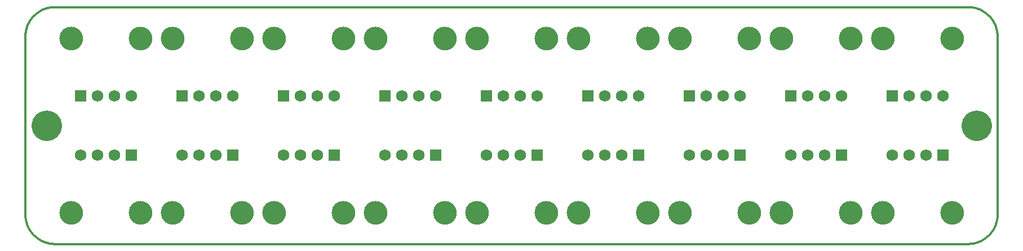
<source format=gts>
G75*
%MOIN*%
%OFA0B0*%
%FSLAX25Y25*%
%IPPOS*%
%LPD*%
%AMOC8*
5,1,8,0,0,1.08239X$1,22.5*
%
%ADD10C,0.01200*%
%ADD11C,0.00000*%
%ADD12C,0.17900*%
%ADD13R,0.06896X0.06896*%
%ADD14C,0.06896*%
%ADD15C,0.13800*%
D10*
X0019100Y0001600D02*
X0559100Y0001600D01*
X0559523Y0001605D01*
X0559945Y0001620D01*
X0560368Y0001646D01*
X0560789Y0001682D01*
X0561209Y0001728D01*
X0561629Y0001784D01*
X0562046Y0001850D01*
X0562462Y0001926D01*
X0562876Y0002012D01*
X0563288Y0002109D01*
X0563697Y0002215D01*
X0564104Y0002331D01*
X0564508Y0002457D01*
X0564908Y0002592D01*
X0565306Y0002737D01*
X0565699Y0002892D01*
X0566089Y0003056D01*
X0566475Y0003230D01*
X0566856Y0003413D01*
X0567233Y0003605D01*
X0567605Y0003806D01*
X0567972Y0004016D01*
X0568334Y0004234D01*
X0568690Y0004462D01*
X0569041Y0004698D01*
X0569386Y0004942D01*
X0569725Y0005195D01*
X0570058Y0005456D01*
X0570385Y0005724D01*
X0570705Y0006001D01*
X0571018Y0006285D01*
X0571324Y0006577D01*
X0571623Y0006876D01*
X0571915Y0007182D01*
X0572199Y0007495D01*
X0572476Y0007815D01*
X0572744Y0008142D01*
X0573005Y0008475D01*
X0573258Y0008814D01*
X0573502Y0009159D01*
X0573738Y0009510D01*
X0573966Y0009866D01*
X0574184Y0010228D01*
X0574394Y0010595D01*
X0574595Y0010967D01*
X0574787Y0011344D01*
X0574970Y0011725D01*
X0575144Y0012111D01*
X0575308Y0012501D01*
X0575463Y0012894D01*
X0575608Y0013292D01*
X0575743Y0013692D01*
X0575869Y0014096D01*
X0575985Y0014503D01*
X0576091Y0014912D01*
X0576188Y0015324D01*
X0576274Y0015738D01*
X0576350Y0016154D01*
X0576416Y0016571D01*
X0576472Y0016991D01*
X0576518Y0017411D01*
X0576554Y0017832D01*
X0576580Y0018255D01*
X0576595Y0018677D01*
X0576600Y0019100D01*
X0576600Y0124100D01*
X0576595Y0124523D01*
X0576580Y0124945D01*
X0576554Y0125368D01*
X0576518Y0125789D01*
X0576472Y0126209D01*
X0576416Y0126629D01*
X0576350Y0127046D01*
X0576274Y0127462D01*
X0576188Y0127876D01*
X0576091Y0128288D01*
X0575985Y0128697D01*
X0575869Y0129104D01*
X0575743Y0129508D01*
X0575608Y0129908D01*
X0575463Y0130306D01*
X0575308Y0130699D01*
X0575144Y0131089D01*
X0574970Y0131475D01*
X0574787Y0131856D01*
X0574595Y0132233D01*
X0574394Y0132605D01*
X0574184Y0132972D01*
X0573966Y0133334D01*
X0573738Y0133690D01*
X0573502Y0134041D01*
X0573258Y0134386D01*
X0573005Y0134725D01*
X0572744Y0135058D01*
X0572476Y0135385D01*
X0572199Y0135705D01*
X0571915Y0136018D01*
X0571623Y0136324D01*
X0571324Y0136623D01*
X0571018Y0136915D01*
X0570705Y0137199D01*
X0570385Y0137476D01*
X0570058Y0137744D01*
X0569725Y0138005D01*
X0569386Y0138258D01*
X0569041Y0138502D01*
X0568690Y0138738D01*
X0568334Y0138966D01*
X0567972Y0139184D01*
X0567605Y0139394D01*
X0567233Y0139595D01*
X0566856Y0139787D01*
X0566475Y0139970D01*
X0566089Y0140144D01*
X0565699Y0140308D01*
X0565306Y0140463D01*
X0564908Y0140608D01*
X0564508Y0140743D01*
X0564104Y0140869D01*
X0563697Y0140985D01*
X0563288Y0141091D01*
X0562876Y0141188D01*
X0562462Y0141274D01*
X0562046Y0141350D01*
X0561629Y0141416D01*
X0561209Y0141472D01*
X0560789Y0141518D01*
X0560368Y0141554D01*
X0559945Y0141580D01*
X0559523Y0141595D01*
X0559100Y0141600D01*
X0019100Y0141600D01*
X0018677Y0141595D01*
X0018255Y0141580D01*
X0017832Y0141554D01*
X0017411Y0141518D01*
X0016991Y0141472D01*
X0016571Y0141416D01*
X0016154Y0141350D01*
X0015738Y0141274D01*
X0015324Y0141188D01*
X0014912Y0141091D01*
X0014503Y0140985D01*
X0014096Y0140869D01*
X0013692Y0140743D01*
X0013292Y0140608D01*
X0012894Y0140463D01*
X0012501Y0140308D01*
X0012111Y0140144D01*
X0011725Y0139970D01*
X0011344Y0139787D01*
X0010967Y0139595D01*
X0010595Y0139394D01*
X0010228Y0139184D01*
X0009866Y0138966D01*
X0009510Y0138738D01*
X0009159Y0138502D01*
X0008814Y0138258D01*
X0008475Y0138005D01*
X0008142Y0137744D01*
X0007815Y0137476D01*
X0007495Y0137199D01*
X0007182Y0136915D01*
X0006876Y0136623D01*
X0006577Y0136324D01*
X0006285Y0136018D01*
X0006001Y0135705D01*
X0005724Y0135385D01*
X0005456Y0135058D01*
X0005195Y0134725D01*
X0004942Y0134386D01*
X0004698Y0134041D01*
X0004462Y0133690D01*
X0004234Y0133334D01*
X0004016Y0132972D01*
X0003806Y0132605D01*
X0003605Y0132233D01*
X0003413Y0131856D01*
X0003230Y0131475D01*
X0003056Y0131089D01*
X0002892Y0130699D01*
X0002737Y0130306D01*
X0002592Y0129908D01*
X0002457Y0129508D01*
X0002331Y0129104D01*
X0002215Y0128697D01*
X0002109Y0128288D01*
X0002012Y0127876D01*
X0001926Y0127462D01*
X0001850Y0127046D01*
X0001784Y0126629D01*
X0001728Y0126209D01*
X0001682Y0125789D01*
X0001646Y0125368D01*
X0001620Y0124945D01*
X0001605Y0124523D01*
X0001600Y0124100D01*
X0001600Y0019100D01*
X0001605Y0018677D01*
X0001620Y0018255D01*
X0001646Y0017832D01*
X0001682Y0017411D01*
X0001728Y0016991D01*
X0001784Y0016571D01*
X0001850Y0016154D01*
X0001926Y0015738D01*
X0002012Y0015324D01*
X0002109Y0014912D01*
X0002215Y0014503D01*
X0002331Y0014096D01*
X0002457Y0013692D01*
X0002592Y0013292D01*
X0002737Y0012894D01*
X0002892Y0012501D01*
X0003056Y0012111D01*
X0003230Y0011725D01*
X0003413Y0011344D01*
X0003605Y0010967D01*
X0003806Y0010595D01*
X0004016Y0010228D01*
X0004234Y0009866D01*
X0004462Y0009510D01*
X0004698Y0009159D01*
X0004942Y0008814D01*
X0005195Y0008475D01*
X0005456Y0008142D01*
X0005724Y0007815D01*
X0006001Y0007495D01*
X0006285Y0007182D01*
X0006577Y0006876D01*
X0006876Y0006577D01*
X0007182Y0006285D01*
X0007495Y0006001D01*
X0007815Y0005724D01*
X0008142Y0005456D01*
X0008475Y0005195D01*
X0008814Y0004942D01*
X0009159Y0004698D01*
X0009510Y0004462D01*
X0009866Y0004234D01*
X0010228Y0004016D01*
X0010595Y0003806D01*
X0010967Y0003605D01*
X0011344Y0003413D01*
X0011725Y0003230D01*
X0012111Y0003056D01*
X0012501Y0002892D01*
X0012894Y0002737D01*
X0013292Y0002592D01*
X0013692Y0002457D01*
X0014096Y0002331D01*
X0014503Y0002215D01*
X0014912Y0002109D01*
X0015324Y0002012D01*
X0015738Y0001926D01*
X0016154Y0001850D01*
X0016571Y0001784D01*
X0016991Y0001728D01*
X0017411Y0001682D01*
X0017832Y0001646D01*
X0018255Y0001620D01*
X0018677Y0001605D01*
X0019100Y0001600D01*
D11*
X0021900Y0020100D02*
X0021902Y0020264D01*
X0021908Y0020429D01*
X0021918Y0020593D01*
X0021932Y0020757D01*
X0021950Y0020920D01*
X0021973Y0021083D01*
X0021999Y0021245D01*
X0022029Y0021407D01*
X0022063Y0021568D01*
X0022101Y0021728D01*
X0022143Y0021887D01*
X0022188Y0022045D01*
X0022238Y0022202D01*
X0022292Y0022357D01*
X0022349Y0022511D01*
X0022410Y0022664D01*
X0022475Y0022815D01*
X0022543Y0022965D01*
X0022615Y0023112D01*
X0022691Y0023258D01*
X0022770Y0023402D01*
X0022853Y0023544D01*
X0022939Y0023684D01*
X0023029Y0023822D01*
X0023122Y0023958D01*
X0023219Y0024091D01*
X0023318Y0024222D01*
X0023421Y0024350D01*
X0023527Y0024476D01*
X0023636Y0024599D01*
X0023748Y0024720D01*
X0023862Y0024838D01*
X0023980Y0024952D01*
X0024101Y0025064D01*
X0024224Y0025173D01*
X0024350Y0025279D01*
X0024478Y0025382D01*
X0024609Y0025481D01*
X0024742Y0025578D01*
X0024878Y0025671D01*
X0025016Y0025761D01*
X0025156Y0025847D01*
X0025298Y0025930D01*
X0025442Y0026009D01*
X0025588Y0026085D01*
X0025735Y0026157D01*
X0025885Y0026225D01*
X0026036Y0026290D01*
X0026189Y0026351D01*
X0026343Y0026408D01*
X0026498Y0026462D01*
X0026655Y0026512D01*
X0026813Y0026557D01*
X0026972Y0026599D01*
X0027132Y0026637D01*
X0027293Y0026671D01*
X0027455Y0026701D01*
X0027617Y0026727D01*
X0027780Y0026750D01*
X0027943Y0026768D01*
X0028107Y0026782D01*
X0028271Y0026792D01*
X0028436Y0026798D01*
X0028600Y0026800D01*
X0028764Y0026798D01*
X0028929Y0026792D01*
X0029093Y0026782D01*
X0029257Y0026768D01*
X0029420Y0026750D01*
X0029583Y0026727D01*
X0029745Y0026701D01*
X0029907Y0026671D01*
X0030068Y0026637D01*
X0030228Y0026599D01*
X0030387Y0026557D01*
X0030545Y0026512D01*
X0030702Y0026462D01*
X0030857Y0026408D01*
X0031011Y0026351D01*
X0031164Y0026290D01*
X0031315Y0026225D01*
X0031465Y0026157D01*
X0031612Y0026085D01*
X0031758Y0026009D01*
X0031902Y0025930D01*
X0032044Y0025847D01*
X0032184Y0025761D01*
X0032322Y0025671D01*
X0032458Y0025578D01*
X0032591Y0025481D01*
X0032722Y0025382D01*
X0032850Y0025279D01*
X0032976Y0025173D01*
X0033099Y0025064D01*
X0033220Y0024952D01*
X0033338Y0024838D01*
X0033452Y0024720D01*
X0033564Y0024599D01*
X0033673Y0024476D01*
X0033779Y0024350D01*
X0033882Y0024222D01*
X0033981Y0024091D01*
X0034078Y0023958D01*
X0034171Y0023822D01*
X0034261Y0023684D01*
X0034347Y0023544D01*
X0034430Y0023402D01*
X0034509Y0023258D01*
X0034585Y0023112D01*
X0034657Y0022965D01*
X0034725Y0022815D01*
X0034790Y0022664D01*
X0034851Y0022511D01*
X0034908Y0022357D01*
X0034962Y0022202D01*
X0035012Y0022045D01*
X0035057Y0021887D01*
X0035099Y0021728D01*
X0035137Y0021568D01*
X0035171Y0021407D01*
X0035201Y0021245D01*
X0035227Y0021083D01*
X0035250Y0020920D01*
X0035268Y0020757D01*
X0035282Y0020593D01*
X0035292Y0020429D01*
X0035298Y0020264D01*
X0035300Y0020100D01*
X0035298Y0019936D01*
X0035292Y0019771D01*
X0035282Y0019607D01*
X0035268Y0019443D01*
X0035250Y0019280D01*
X0035227Y0019117D01*
X0035201Y0018955D01*
X0035171Y0018793D01*
X0035137Y0018632D01*
X0035099Y0018472D01*
X0035057Y0018313D01*
X0035012Y0018155D01*
X0034962Y0017998D01*
X0034908Y0017843D01*
X0034851Y0017689D01*
X0034790Y0017536D01*
X0034725Y0017385D01*
X0034657Y0017235D01*
X0034585Y0017088D01*
X0034509Y0016942D01*
X0034430Y0016798D01*
X0034347Y0016656D01*
X0034261Y0016516D01*
X0034171Y0016378D01*
X0034078Y0016242D01*
X0033981Y0016109D01*
X0033882Y0015978D01*
X0033779Y0015850D01*
X0033673Y0015724D01*
X0033564Y0015601D01*
X0033452Y0015480D01*
X0033338Y0015362D01*
X0033220Y0015248D01*
X0033099Y0015136D01*
X0032976Y0015027D01*
X0032850Y0014921D01*
X0032722Y0014818D01*
X0032591Y0014719D01*
X0032458Y0014622D01*
X0032322Y0014529D01*
X0032184Y0014439D01*
X0032044Y0014353D01*
X0031902Y0014270D01*
X0031758Y0014191D01*
X0031612Y0014115D01*
X0031465Y0014043D01*
X0031315Y0013975D01*
X0031164Y0013910D01*
X0031011Y0013849D01*
X0030857Y0013792D01*
X0030702Y0013738D01*
X0030545Y0013688D01*
X0030387Y0013643D01*
X0030228Y0013601D01*
X0030068Y0013563D01*
X0029907Y0013529D01*
X0029745Y0013499D01*
X0029583Y0013473D01*
X0029420Y0013450D01*
X0029257Y0013432D01*
X0029093Y0013418D01*
X0028929Y0013408D01*
X0028764Y0013402D01*
X0028600Y0013400D01*
X0028436Y0013402D01*
X0028271Y0013408D01*
X0028107Y0013418D01*
X0027943Y0013432D01*
X0027780Y0013450D01*
X0027617Y0013473D01*
X0027455Y0013499D01*
X0027293Y0013529D01*
X0027132Y0013563D01*
X0026972Y0013601D01*
X0026813Y0013643D01*
X0026655Y0013688D01*
X0026498Y0013738D01*
X0026343Y0013792D01*
X0026189Y0013849D01*
X0026036Y0013910D01*
X0025885Y0013975D01*
X0025735Y0014043D01*
X0025588Y0014115D01*
X0025442Y0014191D01*
X0025298Y0014270D01*
X0025156Y0014353D01*
X0025016Y0014439D01*
X0024878Y0014529D01*
X0024742Y0014622D01*
X0024609Y0014719D01*
X0024478Y0014818D01*
X0024350Y0014921D01*
X0024224Y0015027D01*
X0024101Y0015136D01*
X0023980Y0015248D01*
X0023862Y0015362D01*
X0023748Y0015480D01*
X0023636Y0015601D01*
X0023527Y0015724D01*
X0023421Y0015850D01*
X0023318Y0015978D01*
X0023219Y0016109D01*
X0023122Y0016242D01*
X0023029Y0016378D01*
X0022939Y0016516D01*
X0022853Y0016656D01*
X0022770Y0016798D01*
X0022691Y0016942D01*
X0022615Y0017088D01*
X0022543Y0017235D01*
X0022475Y0017385D01*
X0022410Y0017536D01*
X0022349Y0017689D01*
X0022292Y0017843D01*
X0022238Y0017998D01*
X0022188Y0018155D01*
X0022143Y0018313D01*
X0022101Y0018472D01*
X0022063Y0018632D01*
X0022029Y0018793D01*
X0021999Y0018955D01*
X0021973Y0019117D01*
X0021950Y0019280D01*
X0021932Y0019443D01*
X0021918Y0019607D01*
X0021908Y0019771D01*
X0021902Y0019936D01*
X0021900Y0020100D01*
X0062900Y0020100D02*
X0062902Y0020264D01*
X0062908Y0020429D01*
X0062918Y0020593D01*
X0062932Y0020757D01*
X0062950Y0020920D01*
X0062973Y0021083D01*
X0062999Y0021245D01*
X0063029Y0021407D01*
X0063063Y0021568D01*
X0063101Y0021728D01*
X0063143Y0021887D01*
X0063188Y0022045D01*
X0063238Y0022202D01*
X0063292Y0022357D01*
X0063349Y0022511D01*
X0063410Y0022664D01*
X0063475Y0022815D01*
X0063543Y0022965D01*
X0063615Y0023112D01*
X0063691Y0023258D01*
X0063770Y0023402D01*
X0063853Y0023544D01*
X0063939Y0023684D01*
X0064029Y0023822D01*
X0064122Y0023958D01*
X0064219Y0024091D01*
X0064318Y0024222D01*
X0064421Y0024350D01*
X0064527Y0024476D01*
X0064636Y0024599D01*
X0064748Y0024720D01*
X0064862Y0024838D01*
X0064980Y0024952D01*
X0065101Y0025064D01*
X0065224Y0025173D01*
X0065350Y0025279D01*
X0065478Y0025382D01*
X0065609Y0025481D01*
X0065742Y0025578D01*
X0065878Y0025671D01*
X0066016Y0025761D01*
X0066156Y0025847D01*
X0066298Y0025930D01*
X0066442Y0026009D01*
X0066588Y0026085D01*
X0066735Y0026157D01*
X0066885Y0026225D01*
X0067036Y0026290D01*
X0067189Y0026351D01*
X0067343Y0026408D01*
X0067498Y0026462D01*
X0067655Y0026512D01*
X0067813Y0026557D01*
X0067972Y0026599D01*
X0068132Y0026637D01*
X0068293Y0026671D01*
X0068455Y0026701D01*
X0068617Y0026727D01*
X0068780Y0026750D01*
X0068943Y0026768D01*
X0069107Y0026782D01*
X0069271Y0026792D01*
X0069436Y0026798D01*
X0069600Y0026800D01*
X0069764Y0026798D01*
X0069929Y0026792D01*
X0070093Y0026782D01*
X0070257Y0026768D01*
X0070420Y0026750D01*
X0070583Y0026727D01*
X0070745Y0026701D01*
X0070907Y0026671D01*
X0071068Y0026637D01*
X0071228Y0026599D01*
X0071387Y0026557D01*
X0071545Y0026512D01*
X0071702Y0026462D01*
X0071857Y0026408D01*
X0072011Y0026351D01*
X0072164Y0026290D01*
X0072315Y0026225D01*
X0072465Y0026157D01*
X0072612Y0026085D01*
X0072758Y0026009D01*
X0072902Y0025930D01*
X0073044Y0025847D01*
X0073184Y0025761D01*
X0073322Y0025671D01*
X0073458Y0025578D01*
X0073591Y0025481D01*
X0073722Y0025382D01*
X0073850Y0025279D01*
X0073976Y0025173D01*
X0074099Y0025064D01*
X0074220Y0024952D01*
X0074338Y0024838D01*
X0074452Y0024720D01*
X0074564Y0024599D01*
X0074673Y0024476D01*
X0074779Y0024350D01*
X0074882Y0024222D01*
X0074981Y0024091D01*
X0075078Y0023958D01*
X0075171Y0023822D01*
X0075261Y0023684D01*
X0075347Y0023544D01*
X0075430Y0023402D01*
X0075509Y0023258D01*
X0075585Y0023112D01*
X0075657Y0022965D01*
X0075725Y0022815D01*
X0075790Y0022664D01*
X0075851Y0022511D01*
X0075908Y0022357D01*
X0075962Y0022202D01*
X0076012Y0022045D01*
X0076057Y0021887D01*
X0076099Y0021728D01*
X0076137Y0021568D01*
X0076171Y0021407D01*
X0076201Y0021245D01*
X0076227Y0021083D01*
X0076250Y0020920D01*
X0076268Y0020757D01*
X0076282Y0020593D01*
X0076292Y0020429D01*
X0076298Y0020264D01*
X0076300Y0020100D01*
X0076298Y0019936D01*
X0076292Y0019771D01*
X0076282Y0019607D01*
X0076268Y0019443D01*
X0076250Y0019280D01*
X0076227Y0019117D01*
X0076201Y0018955D01*
X0076171Y0018793D01*
X0076137Y0018632D01*
X0076099Y0018472D01*
X0076057Y0018313D01*
X0076012Y0018155D01*
X0075962Y0017998D01*
X0075908Y0017843D01*
X0075851Y0017689D01*
X0075790Y0017536D01*
X0075725Y0017385D01*
X0075657Y0017235D01*
X0075585Y0017088D01*
X0075509Y0016942D01*
X0075430Y0016798D01*
X0075347Y0016656D01*
X0075261Y0016516D01*
X0075171Y0016378D01*
X0075078Y0016242D01*
X0074981Y0016109D01*
X0074882Y0015978D01*
X0074779Y0015850D01*
X0074673Y0015724D01*
X0074564Y0015601D01*
X0074452Y0015480D01*
X0074338Y0015362D01*
X0074220Y0015248D01*
X0074099Y0015136D01*
X0073976Y0015027D01*
X0073850Y0014921D01*
X0073722Y0014818D01*
X0073591Y0014719D01*
X0073458Y0014622D01*
X0073322Y0014529D01*
X0073184Y0014439D01*
X0073044Y0014353D01*
X0072902Y0014270D01*
X0072758Y0014191D01*
X0072612Y0014115D01*
X0072465Y0014043D01*
X0072315Y0013975D01*
X0072164Y0013910D01*
X0072011Y0013849D01*
X0071857Y0013792D01*
X0071702Y0013738D01*
X0071545Y0013688D01*
X0071387Y0013643D01*
X0071228Y0013601D01*
X0071068Y0013563D01*
X0070907Y0013529D01*
X0070745Y0013499D01*
X0070583Y0013473D01*
X0070420Y0013450D01*
X0070257Y0013432D01*
X0070093Y0013418D01*
X0069929Y0013408D01*
X0069764Y0013402D01*
X0069600Y0013400D01*
X0069436Y0013402D01*
X0069271Y0013408D01*
X0069107Y0013418D01*
X0068943Y0013432D01*
X0068780Y0013450D01*
X0068617Y0013473D01*
X0068455Y0013499D01*
X0068293Y0013529D01*
X0068132Y0013563D01*
X0067972Y0013601D01*
X0067813Y0013643D01*
X0067655Y0013688D01*
X0067498Y0013738D01*
X0067343Y0013792D01*
X0067189Y0013849D01*
X0067036Y0013910D01*
X0066885Y0013975D01*
X0066735Y0014043D01*
X0066588Y0014115D01*
X0066442Y0014191D01*
X0066298Y0014270D01*
X0066156Y0014353D01*
X0066016Y0014439D01*
X0065878Y0014529D01*
X0065742Y0014622D01*
X0065609Y0014719D01*
X0065478Y0014818D01*
X0065350Y0014921D01*
X0065224Y0015027D01*
X0065101Y0015136D01*
X0064980Y0015248D01*
X0064862Y0015362D01*
X0064748Y0015480D01*
X0064636Y0015601D01*
X0064527Y0015724D01*
X0064421Y0015850D01*
X0064318Y0015978D01*
X0064219Y0016109D01*
X0064122Y0016242D01*
X0064029Y0016378D01*
X0063939Y0016516D01*
X0063853Y0016656D01*
X0063770Y0016798D01*
X0063691Y0016942D01*
X0063615Y0017088D01*
X0063543Y0017235D01*
X0063475Y0017385D01*
X0063410Y0017536D01*
X0063349Y0017689D01*
X0063292Y0017843D01*
X0063238Y0017998D01*
X0063188Y0018155D01*
X0063143Y0018313D01*
X0063101Y0018472D01*
X0063063Y0018632D01*
X0063029Y0018793D01*
X0062999Y0018955D01*
X0062973Y0019117D01*
X0062950Y0019280D01*
X0062932Y0019443D01*
X0062918Y0019607D01*
X0062908Y0019771D01*
X0062902Y0019936D01*
X0062900Y0020100D01*
X0081900Y0020100D02*
X0081902Y0020264D01*
X0081908Y0020429D01*
X0081918Y0020593D01*
X0081932Y0020757D01*
X0081950Y0020920D01*
X0081973Y0021083D01*
X0081999Y0021245D01*
X0082029Y0021407D01*
X0082063Y0021568D01*
X0082101Y0021728D01*
X0082143Y0021887D01*
X0082188Y0022045D01*
X0082238Y0022202D01*
X0082292Y0022357D01*
X0082349Y0022511D01*
X0082410Y0022664D01*
X0082475Y0022815D01*
X0082543Y0022965D01*
X0082615Y0023112D01*
X0082691Y0023258D01*
X0082770Y0023402D01*
X0082853Y0023544D01*
X0082939Y0023684D01*
X0083029Y0023822D01*
X0083122Y0023958D01*
X0083219Y0024091D01*
X0083318Y0024222D01*
X0083421Y0024350D01*
X0083527Y0024476D01*
X0083636Y0024599D01*
X0083748Y0024720D01*
X0083862Y0024838D01*
X0083980Y0024952D01*
X0084101Y0025064D01*
X0084224Y0025173D01*
X0084350Y0025279D01*
X0084478Y0025382D01*
X0084609Y0025481D01*
X0084742Y0025578D01*
X0084878Y0025671D01*
X0085016Y0025761D01*
X0085156Y0025847D01*
X0085298Y0025930D01*
X0085442Y0026009D01*
X0085588Y0026085D01*
X0085735Y0026157D01*
X0085885Y0026225D01*
X0086036Y0026290D01*
X0086189Y0026351D01*
X0086343Y0026408D01*
X0086498Y0026462D01*
X0086655Y0026512D01*
X0086813Y0026557D01*
X0086972Y0026599D01*
X0087132Y0026637D01*
X0087293Y0026671D01*
X0087455Y0026701D01*
X0087617Y0026727D01*
X0087780Y0026750D01*
X0087943Y0026768D01*
X0088107Y0026782D01*
X0088271Y0026792D01*
X0088436Y0026798D01*
X0088600Y0026800D01*
X0088764Y0026798D01*
X0088929Y0026792D01*
X0089093Y0026782D01*
X0089257Y0026768D01*
X0089420Y0026750D01*
X0089583Y0026727D01*
X0089745Y0026701D01*
X0089907Y0026671D01*
X0090068Y0026637D01*
X0090228Y0026599D01*
X0090387Y0026557D01*
X0090545Y0026512D01*
X0090702Y0026462D01*
X0090857Y0026408D01*
X0091011Y0026351D01*
X0091164Y0026290D01*
X0091315Y0026225D01*
X0091465Y0026157D01*
X0091612Y0026085D01*
X0091758Y0026009D01*
X0091902Y0025930D01*
X0092044Y0025847D01*
X0092184Y0025761D01*
X0092322Y0025671D01*
X0092458Y0025578D01*
X0092591Y0025481D01*
X0092722Y0025382D01*
X0092850Y0025279D01*
X0092976Y0025173D01*
X0093099Y0025064D01*
X0093220Y0024952D01*
X0093338Y0024838D01*
X0093452Y0024720D01*
X0093564Y0024599D01*
X0093673Y0024476D01*
X0093779Y0024350D01*
X0093882Y0024222D01*
X0093981Y0024091D01*
X0094078Y0023958D01*
X0094171Y0023822D01*
X0094261Y0023684D01*
X0094347Y0023544D01*
X0094430Y0023402D01*
X0094509Y0023258D01*
X0094585Y0023112D01*
X0094657Y0022965D01*
X0094725Y0022815D01*
X0094790Y0022664D01*
X0094851Y0022511D01*
X0094908Y0022357D01*
X0094962Y0022202D01*
X0095012Y0022045D01*
X0095057Y0021887D01*
X0095099Y0021728D01*
X0095137Y0021568D01*
X0095171Y0021407D01*
X0095201Y0021245D01*
X0095227Y0021083D01*
X0095250Y0020920D01*
X0095268Y0020757D01*
X0095282Y0020593D01*
X0095292Y0020429D01*
X0095298Y0020264D01*
X0095300Y0020100D01*
X0095298Y0019936D01*
X0095292Y0019771D01*
X0095282Y0019607D01*
X0095268Y0019443D01*
X0095250Y0019280D01*
X0095227Y0019117D01*
X0095201Y0018955D01*
X0095171Y0018793D01*
X0095137Y0018632D01*
X0095099Y0018472D01*
X0095057Y0018313D01*
X0095012Y0018155D01*
X0094962Y0017998D01*
X0094908Y0017843D01*
X0094851Y0017689D01*
X0094790Y0017536D01*
X0094725Y0017385D01*
X0094657Y0017235D01*
X0094585Y0017088D01*
X0094509Y0016942D01*
X0094430Y0016798D01*
X0094347Y0016656D01*
X0094261Y0016516D01*
X0094171Y0016378D01*
X0094078Y0016242D01*
X0093981Y0016109D01*
X0093882Y0015978D01*
X0093779Y0015850D01*
X0093673Y0015724D01*
X0093564Y0015601D01*
X0093452Y0015480D01*
X0093338Y0015362D01*
X0093220Y0015248D01*
X0093099Y0015136D01*
X0092976Y0015027D01*
X0092850Y0014921D01*
X0092722Y0014818D01*
X0092591Y0014719D01*
X0092458Y0014622D01*
X0092322Y0014529D01*
X0092184Y0014439D01*
X0092044Y0014353D01*
X0091902Y0014270D01*
X0091758Y0014191D01*
X0091612Y0014115D01*
X0091465Y0014043D01*
X0091315Y0013975D01*
X0091164Y0013910D01*
X0091011Y0013849D01*
X0090857Y0013792D01*
X0090702Y0013738D01*
X0090545Y0013688D01*
X0090387Y0013643D01*
X0090228Y0013601D01*
X0090068Y0013563D01*
X0089907Y0013529D01*
X0089745Y0013499D01*
X0089583Y0013473D01*
X0089420Y0013450D01*
X0089257Y0013432D01*
X0089093Y0013418D01*
X0088929Y0013408D01*
X0088764Y0013402D01*
X0088600Y0013400D01*
X0088436Y0013402D01*
X0088271Y0013408D01*
X0088107Y0013418D01*
X0087943Y0013432D01*
X0087780Y0013450D01*
X0087617Y0013473D01*
X0087455Y0013499D01*
X0087293Y0013529D01*
X0087132Y0013563D01*
X0086972Y0013601D01*
X0086813Y0013643D01*
X0086655Y0013688D01*
X0086498Y0013738D01*
X0086343Y0013792D01*
X0086189Y0013849D01*
X0086036Y0013910D01*
X0085885Y0013975D01*
X0085735Y0014043D01*
X0085588Y0014115D01*
X0085442Y0014191D01*
X0085298Y0014270D01*
X0085156Y0014353D01*
X0085016Y0014439D01*
X0084878Y0014529D01*
X0084742Y0014622D01*
X0084609Y0014719D01*
X0084478Y0014818D01*
X0084350Y0014921D01*
X0084224Y0015027D01*
X0084101Y0015136D01*
X0083980Y0015248D01*
X0083862Y0015362D01*
X0083748Y0015480D01*
X0083636Y0015601D01*
X0083527Y0015724D01*
X0083421Y0015850D01*
X0083318Y0015978D01*
X0083219Y0016109D01*
X0083122Y0016242D01*
X0083029Y0016378D01*
X0082939Y0016516D01*
X0082853Y0016656D01*
X0082770Y0016798D01*
X0082691Y0016942D01*
X0082615Y0017088D01*
X0082543Y0017235D01*
X0082475Y0017385D01*
X0082410Y0017536D01*
X0082349Y0017689D01*
X0082292Y0017843D01*
X0082238Y0017998D01*
X0082188Y0018155D01*
X0082143Y0018313D01*
X0082101Y0018472D01*
X0082063Y0018632D01*
X0082029Y0018793D01*
X0081999Y0018955D01*
X0081973Y0019117D01*
X0081950Y0019280D01*
X0081932Y0019443D01*
X0081918Y0019607D01*
X0081908Y0019771D01*
X0081902Y0019936D01*
X0081900Y0020100D01*
X0122900Y0020100D02*
X0122902Y0020264D01*
X0122908Y0020429D01*
X0122918Y0020593D01*
X0122932Y0020757D01*
X0122950Y0020920D01*
X0122973Y0021083D01*
X0122999Y0021245D01*
X0123029Y0021407D01*
X0123063Y0021568D01*
X0123101Y0021728D01*
X0123143Y0021887D01*
X0123188Y0022045D01*
X0123238Y0022202D01*
X0123292Y0022357D01*
X0123349Y0022511D01*
X0123410Y0022664D01*
X0123475Y0022815D01*
X0123543Y0022965D01*
X0123615Y0023112D01*
X0123691Y0023258D01*
X0123770Y0023402D01*
X0123853Y0023544D01*
X0123939Y0023684D01*
X0124029Y0023822D01*
X0124122Y0023958D01*
X0124219Y0024091D01*
X0124318Y0024222D01*
X0124421Y0024350D01*
X0124527Y0024476D01*
X0124636Y0024599D01*
X0124748Y0024720D01*
X0124862Y0024838D01*
X0124980Y0024952D01*
X0125101Y0025064D01*
X0125224Y0025173D01*
X0125350Y0025279D01*
X0125478Y0025382D01*
X0125609Y0025481D01*
X0125742Y0025578D01*
X0125878Y0025671D01*
X0126016Y0025761D01*
X0126156Y0025847D01*
X0126298Y0025930D01*
X0126442Y0026009D01*
X0126588Y0026085D01*
X0126735Y0026157D01*
X0126885Y0026225D01*
X0127036Y0026290D01*
X0127189Y0026351D01*
X0127343Y0026408D01*
X0127498Y0026462D01*
X0127655Y0026512D01*
X0127813Y0026557D01*
X0127972Y0026599D01*
X0128132Y0026637D01*
X0128293Y0026671D01*
X0128455Y0026701D01*
X0128617Y0026727D01*
X0128780Y0026750D01*
X0128943Y0026768D01*
X0129107Y0026782D01*
X0129271Y0026792D01*
X0129436Y0026798D01*
X0129600Y0026800D01*
X0129764Y0026798D01*
X0129929Y0026792D01*
X0130093Y0026782D01*
X0130257Y0026768D01*
X0130420Y0026750D01*
X0130583Y0026727D01*
X0130745Y0026701D01*
X0130907Y0026671D01*
X0131068Y0026637D01*
X0131228Y0026599D01*
X0131387Y0026557D01*
X0131545Y0026512D01*
X0131702Y0026462D01*
X0131857Y0026408D01*
X0132011Y0026351D01*
X0132164Y0026290D01*
X0132315Y0026225D01*
X0132465Y0026157D01*
X0132612Y0026085D01*
X0132758Y0026009D01*
X0132902Y0025930D01*
X0133044Y0025847D01*
X0133184Y0025761D01*
X0133322Y0025671D01*
X0133458Y0025578D01*
X0133591Y0025481D01*
X0133722Y0025382D01*
X0133850Y0025279D01*
X0133976Y0025173D01*
X0134099Y0025064D01*
X0134220Y0024952D01*
X0134338Y0024838D01*
X0134452Y0024720D01*
X0134564Y0024599D01*
X0134673Y0024476D01*
X0134779Y0024350D01*
X0134882Y0024222D01*
X0134981Y0024091D01*
X0135078Y0023958D01*
X0135171Y0023822D01*
X0135261Y0023684D01*
X0135347Y0023544D01*
X0135430Y0023402D01*
X0135509Y0023258D01*
X0135585Y0023112D01*
X0135657Y0022965D01*
X0135725Y0022815D01*
X0135790Y0022664D01*
X0135851Y0022511D01*
X0135908Y0022357D01*
X0135962Y0022202D01*
X0136012Y0022045D01*
X0136057Y0021887D01*
X0136099Y0021728D01*
X0136137Y0021568D01*
X0136171Y0021407D01*
X0136201Y0021245D01*
X0136227Y0021083D01*
X0136250Y0020920D01*
X0136268Y0020757D01*
X0136282Y0020593D01*
X0136292Y0020429D01*
X0136298Y0020264D01*
X0136300Y0020100D01*
X0136298Y0019936D01*
X0136292Y0019771D01*
X0136282Y0019607D01*
X0136268Y0019443D01*
X0136250Y0019280D01*
X0136227Y0019117D01*
X0136201Y0018955D01*
X0136171Y0018793D01*
X0136137Y0018632D01*
X0136099Y0018472D01*
X0136057Y0018313D01*
X0136012Y0018155D01*
X0135962Y0017998D01*
X0135908Y0017843D01*
X0135851Y0017689D01*
X0135790Y0017536D01*
X0135725Y0017385D01*
X0135657Y0017235D01*
X0135585Y0017088D01*
X0135509Y0016942D01*
X0135430Y0016798D01*
X0135347Y0016656D01*
X0135261Y0016516D01*
X0135171Y0016378D01*
X0135078Y0016242D01*
X0134981Y0016109D01*
X0134882Y0015978D01*
X0134779Y0015850D01*
X0134673Y0015724D01*
X0134564Y0015601D01*
X0134452Y0015480D01*
X0134338Y0015362D01*
X0134220Y0015248D01*
X0134099Y0015136D01*
X0133976Y0015027D01*
X0133850Y0014921D01*
X0133722Y0014818D01*
X0133591Y0014719D01*
X0133458Y0014622D01*
X0133322Y0014529D01*
X0133184Y0014439D01*
X0133044Y0014353D01*
X0132902Y0014270D01*
X0132758Y0014191D01*
X0132612Y0014115D01*
X0132465Y0014043D01*
X0132315Y0013975D01*
X0132164Y0013910D01*
X0132011Y0013849D01*
X0131857Y0013792D01*
X0131702Y0013738D01*
X0131545Y0013688D01*
X0131387Y0013643D01*
X0131228Y0013601D01*
X0131068Y0013563D01*
X0130907Y0013529D01*
X0130745Y0013499D01*
X0130583Y0013473D01*
X0130420Y0013450D01*
X0130257Y0013432D01*
X0130093Y0013418D01*
X0129929Y0013408D01*
X0129764Y0013402D01*
X0129600Y0013400D01*
X0129436Y0013402D01*
X0129271Y0013408D01*
X0129107Y0013418D01*
X0128943Y0013432D01*
X0128780Y0013450D01*
X0128617Y0013473D01*
X0128455Y0013499D01*
X0128293Y0013529D01*
X0128132Y0013563D01*
X0127972Y0013601D01*
X0127813Y0013643D01*
X0127655Y0013688D01*
X0127498Y0013738D01*
X0127343Y0013792D01*
X0127189Y0013849D01*
X0127036Y0013910D01*
X0126885Y0013975D01*
X0126735Y0014043D01*
X0126588Y0014115D01*
X0126442Y0014191D01*
X0126298Y0014270D01*
X0126156Y0014353D01*
X0126016Y0014439D01*
X0125878Y0014529D01*
X0125742Y0014622D01*
X0125609Y0014719D01*
X0125478Y0014818D01*
X0125350Y0014921D01*
X0125224Y0015027D01*
X0125101Y0015136D01*
X0124980Y0015248D01*
X0124862Y0015362D01*
X0124748Y0015480D01*
X0124636Y0015601D01*
X0124527Y0015724D01*
X0124421Y0015850D01*
X0124318Y0015978D01*
X0124219Y0016109D01*
X0124122Y0016242D01*
X0124029Y0016378D01*
X0123939Y0016516D01*
X0123853Y0016656D01*
X0123770Y0016798D01*
X0123691Y0016942D01*
X0123615Y0017088D01*
X0123543Y0017235D01*
X0123475Y0017385D01*
X0123410Y0017536D01*
X0123349Y0017689D01*
X0123292Y0017843D01*
X0123238Y0017998D01*
X0123188Y0018155D01*
X0123143Y0018313D01*
X0123101Y0018472D01*
X0123063Y0018632D01*
X0123029Y0018793D01*
X0122999Y0018955D01*
X0122973Y0019117D01*
X0122950Y0019280D01*
X0122932Y0019443D01*
X0122918Y0019607D01*
X0122908Y0019771D01*
X0122902Y0019936D01*
X0122900Y0020100D01*
X0141900Y0020100D02*
X0141902Y0020264D01*
X0141908Y0020429D01*
X0141918Y0020593D01*
X0141932Y0020757D01*
X0141950Y0020920D01*
X0141973Y0021083D01*
X0141999Y0021245D01*
X0142029Y0021407D01*
X0142063Y0021568D01*
X0142101Y0021728D01*
X0142143Y0021887D01*
X0142188Y0022045D01*
X0142238Y0022202D01*
X0142292Y0022357D01*
X0142349Y0022511D01*
X0142410Y0022664D01*
X0142475Y0022815D01*
X0142543Y0022965D01*
X0142615Y0023112D01*
X0142691Y0023258D01*
X0142770Y0023402D01*
X0142853Y0023544D01*
X0142939Y0023684D01*
X0143029Y0023822D01*
X0143122Y0023958D01*
X0143219Y0024091D01*
X0143318Y0024222D01*
X0143421Y0024350D01*
X0143527Y0024476D01*
X0143636Y0024599D01*
X0143748Y0024720D01*
X0143862Y0024838D01*
X0143980Y0024952D01*
X0144101Y0025064D01*
X0144224Y0025173D01*
X0144350Y0025279D01*
X0144478Y0025382D01*
X0144609Y0025481D01*
X0144742Y0025578D01*
X0144878Y0025671D01*
X0145016Y0025761D01*
X0145156Y0025847D01*
X0145298Y0025930D01*
X0145442Y0026009D01*
X0145588Y0026085D01*
X0145735Y0026157D01*
X0145885Y0026225D01*
X0146036Y0026290D01*
X0146189Y0026351D01*
X0146343Y0026408D01*
X0146498Y0026462D01*
X0146655Y0026512D01*
X0146813Y0026557D01*
X0146972Y0026599D01*
X0147132Y0026637D01*
X0147293Y0026671D01*
X0147455Y0026701D01*
X0147617Y0026727D01*
X0147780Y0026750D01*
X0147943Y0026768D01*
X0148107Y0026782D01*
X0148271Y0026792D01*
X0148436Y0026798D01*
X0148600Y0026800D01*
X0148764Y0026798D01*
X0148929Y0026792D01*
X0149093Y0026782D01*
X0149257Y0026768D01*
X0149420Y0026750D01*
X0149583Y0026727D01*
X0149745Y0026701D01*
X0149907Y0026671D01*
X0150068Y0026637D01*
X0150228Y0026599D01*
X0150387Y0026557D01*
X0150545Y0026512D01*
X0150702Y0026462D01*
X0150857Y0026408D01*
X0151011Y0026351D01*
X0151164Y0026290D01*
X0151315Y0026225D01*
X0151465Y0026157D01*
X0151612Y0026085D01*
X0151758Y0026009D01*
X0151902Y0025930D01*
X0152044Y0025847D01*
X0152184Y0025761D01*
X0152322Y0025671D01*
X0152458Y0025578D01*
X0152591Y0025481D01*
X0152722Y0025382D01*
X0152850Y0025279D01*
X0152976Y0025173D01*
X0153099Y0025064D01*
X0153220Y0024952D01*
X0153338Y0024838D01*
X0153452Y0024720D01*
X0153564Y0024599D01*
X0153673Y0024476D01*
X0153779Y0024350D01*
X0153882Y0024222D01*
X0153981Y0024091D01*
X0154078Y0023958D01*
X0154171Y0023822D01*
X0154261Y0023684D01*
X0154347Y0023544D01*
X0154430Y0023402D01*
X0154509Y0023258D01*
X0154585Y0023112D01*
X0154657Y0022965D01*
X0154725Y0022815D01*
X0154790Y0022664D01*
X0154851Y0022511D01*
X0154908Y0022357D01*
X0154962Y0022202D01*
X0155012Y0022045D01*
X0155057Y0021887D01*
X0155099Y0021728D01*
X0155137Y0021568D01*
X0155171Y0021407D01*
X0155201Y0021245D01*
X0155227Y0021083D01*
X0155250Y0020920D01*
X0155268Y0020757D01*
X0155282Y0020593D01*
X0155292Y0020429D01*
X0155298Y0020264D01*
X0155300Y0020100D01*
X0155298Y0019936D01*
X0155292Y0019771D01*
X0155282Y0019607D01*
X0155268Y0019443D01*
X0155250Y0019280D01*
X0155227Y0019117D01*
X0155201Y0018955D01*
X0155171Y0018793D01*
X0155137Y0018632D01*
X0155099Y0018472D01*
X0155057Y0018313D01*
X0155012Y0018155D01*
X0154962Y0017998D01*
X0154908Y0017843D01*
X0154851Y0017689D01*
X0154790Y0017536D01*
X0154725Y0017385D01*
X0154657Y0017235D01*
X0154585Y0017088D01*
X0154509Y0016942D01*
X0154430Y0016798D01*
X0154347Y0016656D01*
X0154261Y0016516D01*
X0154171Y0016378D01*
X0154078Y0016242D01*
X0153981Y0016109D01*
X0153882Y0015978D01*
X0153779Y0015850D01*
X0153673Y0015724D01*
X0153564Y0015601D01*
X0153452Y0015480D01*
X0153338Y0015362D01*
X0153220Y0015248D01*
X0153099Y0015136D01*
X0152976Y0015027D01*
X0152850Y0014921D01*
X0152722Y0014818D01*
X0152591Y0014719D01*
X0152458Y0014622D01*
X0152322Y0014529D01*
X0152184Y0014439D01*
X0152044Y0014353D01*
X0151902Y0014270D01*
X0151758Y0014191D01*
X0151612Y0014115D01*
X0151465Y0014043D01*
X0151315Y0013975D01*
X0151164Y0013910D01*
X0151011Y0013849D01*
X0150857Y0013792D01*
X0150702Y0013738D01*
X0150545Y0013688D01*
X0150387Y0013643D01*
X0150228Y0013601D01*
X0150068Y0013563D01*
X0149907Y0013529D01*
X0149745Y0013499D01*
X0149583Y0013473D01*
X0149420Y0013450D01*
X0149257Y0013432D01*
X0149093Y0013418D01*
X0148929Y0013408D01*
X0148764Y0013402D01*
X0148600Y0013400D01*
X0148436Y0013402D01*
X0148271Y0013408D01*
X0148107Y0013418D01*
X0147943Y0013432D01*
X0147780Y0013450D01*
X0147617Y0013473D01*
X0147455Y0013499D01*
X0147293Y0013529D01*
X0147132Y0013563D01*
X0146972Y0013601D01*
X0146813Y0013643D01*
X0146655Y0013688D01*
X0146498Y0013738D01*
X0146343Y0013792D01*
X0146189Y0013849D01*
X0146036Y0013910D01*
X0145885Y0013975D01*
X0145735Y0014043D01*
X0145588Y0014115D01*
X0145442Y0014191D01*
X0145298Y0014270D01*
X0145156Y0014353D01*
X0145016Y0014439D01*
X0144878Y0014529D01*
X0144742Y0014622D01*
X0144609Y0014719D01*
X0144478Y0014818D01*
X0144350Y0014921D01*
X0144224Y0015027D01*
X0144101Y0015136D01*
X0143980Y0015248D01*
X0143862Y0015362D01*
X0143748Y0015480D01*
X0143636Y0015601D01*
X0143527Y0015724D01*
X0143421Y0015850D01*
X0143318Y0015978D01*
X0143219Y0016109D01*
X0143122Y0016242D01*
X0143029Y0016378D01*
X0142939Y0016516D01*
X0142853Y0016656D01*
X0142770Y0016798D01*
X0142691Y0016942D01*
X0142615Y0017088D01*
X0142543Y0017235D01*
X0142475Y0017385D01*
X0142410Y0017536D01*
X0142349Y0017689D01*
X0142292Y0017843D01*
X0142238Y0017998D01*
X0142188Y0018155D01*
X0142143Y0018313D01*
X0142101Y0018472D01*
X0142063Y0018632D01*
X0142029Y0018793D01*
X0141999Y0018955D01*
X0141973Y0019117D01*
X0141950Y0019280D01*
X0141932Y0019443D01*
X0141918Y0019607D01*
X0141908Y0019771D01*
X0141902Y0019936D01*
X0141900Y0020100D01*
X0182900Y0020100D02*
X0182902Y0020264D01*
X0182908Y0020429D01*
X0182918Y0020593D01*
X0182932Y0020757D01*
X0182950Y0020920D01*
X0182973Y0021083D01*
X0182999Y0021245D01*
X0183029Y0021407D01*
X0183063Y0021568D01*
X0183101Y0021728D01*
X0183143Y0021887D01*
X0183188Y0022045D01*
X0183238Y0022202D01*
X0183292Y0022357D01*
X0183349Y0022511D01*
X0183410Y0022664D01*
X0183475Y0022815D01*
X0183543Y0022965D01*
X0183615Y0023112D01*
X0183691Y0023258D01*
X0183770Y0023402D01*
X0183853Y0023544D01*
X0183939Y0023684D01*
X0184029Y0023822D01*
X0184122Y0023958D01*
X0184219Y0024091D01*
X0184318Y0024222D01*
X0184421Y0024350D01*
X0184527Y0024476D01*
X0184636Y0024599D01*
X0184748Y0024720D01*
X0184862Y0024838D01*
X0184980Y0024952D01*
X0185101Y0025064D01*
X0185224Y0025173D01*
X0185350Y0025279D01*
X0185478Y0025382D01*
X0185609Y0025481D01*
X0185742Y0025578D01*
X0185878Y0025671D01*
X0186016Y0025761D01*
X0186156Y0025847D01*
X0186298Y0025930D01*
X0186442Y0026009D01*
X0186588Y0026085D01*
X0186735Y0026157D01*
X0186885Y0026225D01*
X0187036Y0026290D01*
X0187189Y0026351D01*
X0187343Y0026408D01*
X0187498Y0026462D01*
X0187655Y0026512D01*
X0187813Y0026557D01*
X0187972Y0026599D01*
X0188132Y0026637D01*
X0188293Y0026671D01*
X0188455Y0026701D01*
X0188617Y0026727D01*
X0188780Y0026750D01*
X0188943Y0026768D01*
X0189107Y0026782D01*
X0189271Y0026792D01*
X0189436Y0026798D01*
X0189600Y0026800D01*
X0189764Y0026798D01*
X0189929Y0026792D01*
X0190093Y0026782D01*
X0190257Y0026768D01*
X0190420Y0026750D01*
X0190583Y0026727D01*
X0190745Y0026701D01*
X0190907Y0026671D01*
X0191068Y0026637D01*
X0191228Y0026599D01*
X0191387Y0026557D01*
X0191545Y0026512D01*
X0191702Y0026462D01*
X0191857Y0026408D01*
X0192011Y0026351D01*
X0192164Y0026290D01*
X0192315Y0026225D01*
X0192465Y0026157D01*
X0192612Y0026085D01*
X0192758Y0026009D01*
X0192902Y0025930D01*
X0193044Y0025847D01*
X0193184Y0025761D01*
X0193322Y0025671D01*
X0193458Y0025578D01*
X0193591Y0025481D01*
X0193722Y0025382D01*
X0193850Y0025279D01*
X0193976Y0025173D01*
X0194099Y0025064D01*
X0194220Y0024952D01*
X0194338Y0024838D01*
X0194452Y0024720D01*
X0194564Y0024599D01*
X0194673Y0024476D01*
X0194779Y0024350D01*
X0194882Y0024222D01*
X0194981Y0024091D01*
X0195078Y0023958D01*
X0195171Y0023822D01*
X0195261Y0023684D01*
X0195347Y0023544D01*
X0195430Y0023402D01*
X0195509Y0023258D01*
X0195585Y0023112D01*
X0195657Y0022965D01*
X0195725Y0022815D01*
X0195790Y0022664D01*
X0195851Y0022511D01*
X0195908Y0022357D01*
X0195962Y0022202D01*
X0196012Y0022045D01*
X0196057Y0021887D01*
X0196099Y0021728D01*
X0196137Y0021568D01*
X0196171Y0021407D01*
X0196201Y0021245D01*
X0196227Y0021083D01*
X0196250Y0020920D01*
X0196268Y0020757D01*
X0196282Y0020593D01*
X0196292Y0020429D01*
X0196298Y0020264D01*
X0196300Y0020100D01*
X0196298Y0019936D01*
X0196292Y0019771D01*
X0196282Y0019607D01*
X0196268Y0019443D01*
X0196250Y0019280D01*
X0196227Y0019117D01*
X0196201Y0018955D01*
X0196171Y0018793D01*
X0196137Y0018632D01*
X0196099Y0018472D01*
X0196057Y0018313D01*
X0196012Y0018155D01*
X0195962Y0017998D01*
X0195908Y0017843D01*
X0195851Y0017689D01*
X0195790Y0017536D01*
X0195725Y0017385D01*
X0195657Y0017235D01*
X0195585Y0017088D01*
X0195509Y0016942D01*
X0195430Y0016798D01*
X0195347Y0016656D01*
X0195261Y0016516D01*
X0195171Y0016378D01*
X0195078Y0016242D01*
X0194981Y0016109D01*
X0194882Y0015978D01*
X0194779Y0015850D01*
X0194673Y0015724D01*
X0194564Y0015601D01*
X0194452Y0015480D01*
X0194338Y0015362D01*
X0194220Y0015248D01*
X0194099Y0015136D01*
X0193976Y0015027D01*
X0193850Y0014921D01*
X0193722Y0014818D01*
X0193591Y0014719D01*
X0193458Y0014622D01*
X0193322Y0014529D01*
X0193184Y0014439D01*
X0193044Y0014353D01*
X0192902Y0014270D01*
X0192758Y0014191D01*
X0192612Y0014115D01*
X0192465Y0014043D01*
X0192315Y0013975D01*
X0192164Y0013910D01*
X0192011Y0013849D01*
X0191857Y0013792D01*
X0191702Y0013738D01*
X0191545Y0013688D01*
X0191387Y0013643D01*
X0191228Y0013601D01*
X0191068Y0013563D01*
X0190907Y0013529D01*
X0190745Y0013499D01*
X0190583Y0013473D01*
X0190420Y0013450D01*
X0190257Y0013432D01*
X0190093Y0013418D01*
X0189929Y0013408D01*
X0189764Y0013402D01*
X0189600Y0013400D01*
X0189436Y0013402D01*
X0189271Y0013408D01*
X0189107Y0013418D01*
X0188943Y0013432D01*
X0188780Y0013450D01*
X0188617Y0013473D01*
X0188455Y0013499D01*
X0188293Y0013529D01*
X0188132Y0013563D01*
X0187972Y0013601D01*
X0187813Y0013643D01*
X0187655Y0013688D01*
X0187498Y0013738D01*
X0187343Y0013792D01*
X0187189Y0013849D01*
X0187036Y0013910D01*
X0186885Y0013975D01*
X0186735Y0014043D01*
X0186588Y0014115D01*
X0186442Y0014191D01*
X0186298Y0014270D01*
X0186156Y0014353D01*
X0186016Y0014439D01*
X0185878Y0014529D01*
X0185742Y0014622D01*
X0185609Y0014719D01*
X0185478Y0014818D01*
X0185350Y0014921D01*
X0185224Y0015027D01*
X0185101Y0015136D01*
X0184980Y0015248D01*
X0184862Y0015362D01*
X0184748Y0015480D01*
X0184636Y0015601D01*
X0184527Y0015724D01*
X0184421Y0015850D01*
X0184318Y0015978D01*
X0184219Y0016109D01*
X0184122Y0016242D01*
X0184029Y0016378D01*
X0183939Y0016516D01*
X0183853Y0016656D01*
X0183770Y0016798D01*
X0183691Y0016942D01*
X0183615Y0017088D01*
X0183543Y0017235D01*
X0183475Y0017385D01*
X0183410Y0017536D01*
X0183349Y0017689D01*
X0183292Y0017843D01*
X0183238Y0017998D01*
X0183188Y0018155D01*
X0183143Y0018313D01*
X0183101Y0018472D01*
X0183063Y0018632D01*
X0183029Y0018793D01*
X0182999Y0018955D01*
X0182973Y0019117D01*
X0182950Y0019280D01*
X0182932Y0019443D01*
X0182918Y0019607D01*
X0182908Y0019771D01*
X0182902Y0019936D01*
X0182900Y0020100D01*
X0201900Y0020100D02*
X0201902Y0020264D01*
X0201908Y0020429D01*
X0201918Y0020593D01*
X0201932Y0020757D01*
X0201950Y0020920D01*
X0201973Y0021083D01*
X0201999Y0021245D01*
X0202029Y0021407D01*
X0202063Y0021568D01*
X0202101Y0021728D01*
X0202143Y0021887D01*
X0202188Y0022045D01*
X0202238Y0022202D01*
X0202292Y0022357D01*
X0202349Y0022511D01*
X0202410Y0022664D01*
X0202475Y0022815D01*
X0202543Y0022965D01*
X0202615Y0023112D01*
X0202691Y0023258D01*
X0202770Y0023402D01*
X0202853Y0023544D01*
X0202939Y0023684D01*
X0203029Y0023822D01*
X0203122Y0023958D01*
X0203219Y0024091D01*
X0203318Y0024222D01*
X0203421Y0024350D01*
X0203527Y0024476D01*
X0203636Y0024599D01*
X0203748Y0024720D01*
X0203862Y0024838D01*
X0203980Y0024952D01*
X0204101Y0025064D01*
X0204224Y0025173D01*
X0204350Y0025279D01*
X0204478Y0025382D01*
X0204609Y0025481D01*
X0204742Y0025578D01*
X0204878Y0025671D01*
X0205016Y0025761D01*
X0205156Y0025847D01*
X0205298Y0025930D01*
X0205442Y0026009D01*
X0205588Y0026085D01*
X0205735Y0026157D01*
X0205885Y0026225D01*
X0206036Y0026290D01*
X0206189Y0026351D01*
X0206343Y0026408D01*
X0206498Y0026462D01*
X0206655Y0026512D01*
X0206813Y0026557D01*
X0206972Y0026599D01*
X0207132Y0026637D01*
X0207293Y0026671D01*
X0207455Y0026701D01*
X0207617Y0026727D01*
X0207780Y0026750D01*
X0207943Y0026768D01*
X0208107Y0026782D01*
X0208271Y0026792D01*
X0208436Y0026798D01*
X0208600Y0026800D01*
X0208764Y0026798D01*
X0208929Y0026792D01*
X0209093Y0026782D01*
X0209257Y0026768D01*
X0209420Y0026750D01*
X0209583Y0026727D01*
X0209745Y0026701D01*
X0209907Y0026671D01*
X0210068Y0026637D01*
X0210228Y0026599D01*
X0210387Y0026557D01*
X0210545Y0026512D01*
X0210702Y0026462D01*
X0210857Y0026408D01*
X0211011Y0026351D01*
X0211164Y0026290D01*
X0211315Y0026225D01*
X0211465Y0026157D01*
X0211612Y0026085D01*
X0211758Y0026009D01*
X0211902Y0025930D01*
X0212044Y0025847D01*
X0212184Y0025761D01*
X0212322Y0025671D01*
X0212458Y0025578D01*
X0212591Y0025481D01*
X0212722Y0025382D01*
X0212850Y0025279D01*
X0212976Y0025173D01*
X0213099Y0025064D01*
X0213220Y0024952D01*
X0213338Y0024838D01*
X0213452Y0024720D01*
X0213564Y0024599D01*
X0213673Y0024476D01*
X0213779Y0024350D01*
X0213882Y0024222D01*
X0213981Y0024091D01*
X0214078Y0023958D01*
X0214171Y0023822D01*
X0214261Y0023684D01*
X0214347Y0023544D01*
X0214430Y0023402D01*
X0214509Y0023258D01*
X0214585Y0023112D01*
X0214657Y0022965D01*
X0214725Y0022815D01*
X0214790Y0022664D01*
X0214851Y0022511D01*
X0214908Y0022357D01*
X0214962Y0022202D01*
X0215012Y0022045D01*
X0215057Y0021887D01*
X0215099Y0021728D01*
X0215137Y0021568D01*
X0215171Y0021407D01*
X0215201Y0021245D01*
X0215227Y0021083D01*
X0215250Y0020920D01*
X0215268Y0020757D01*
X0215282Y0020593D01*
X0215292Y0020429D01*
X0215298Y0020264D01*
X0215300Y0020100D01*
X0215298Y0019936D01*
X0215292Y0019771D01*
X0215282Y0019607D01*
X0215268Y0019443D01*
X0215250Y0019280D01*
X0215227Y0019117D01*
X0215201Y0018955D01*
X0215171Y0018793D01*
X0215137Y0018632D01*
X0215099Y0018472D01*
X0215057Y0018313D01*
X0215012Y0018155D01*
X0214962Y0017998D01*
X0214908Y0017843D01*
X0214851Y0017689D01*
X0214790Y0017536D01*
X0214725Y0017385D01*
X0214657Y0017235D01*
X0214585Y0017088D01*
X0214509Y0016942D01*
X0214430Y0016798D01*
X0214347Y0016656D01*
X0214261Y0016516D01*
X0214171Y0016378D01*
X0214078Y0016242D01*
X0213981Y0016109D01*
X0213882Y0015978D01*
X0213779Y0015850D01*
X0213673Y0015724D01*
X0213564Y0015601D01*
X0213452Y0015480D01*
X0213338Y0015362D01*
X0213220Y0015248D01*
X0213099Y0015136D01*
X0212976Y0015027D01*
X0212850Y0014921D01*
X0212722Y0014818D01*
X0212591Y0014719D01*
X0212458Y0014622D01*
X0212322Y0014529D01*
X0212184Y0014439D01*
X0212044Y0014353D01*
X0211902Y0014270D01*
X0211758Y0014191D01*
X0211612Y0014115D01*
X0211465Y0014043D01*
X0211315Y0013975D01*
X0211164Y0013910D01*
X0211011Y0013849D01*
X0210857Y0013792D01*
X0210702Y0013738D01*
X0210545Y0013688D01*
X0210387Y0013643D01*
X0210228Y0013601D01*
X0210068Y0013563D01*
X0209907Y0013529D01*
X0209745Y0013499D01*
X0209583Y0013473D01*
X0209420Y0013450D01*
X0209257Y0013432D01*
X0209093Y0013418D01*
X0208929Y0013408D01*
X0208764Y0013402D01*
X0208600Y0013400D01*
X0208436Y0013402D01*
X0208271Y0013408D01*
X0208107Y0013418D01*
X0207943Y0013432D01*
X0207780Y0013450D01*
X0207617Y0013473D01*
X0207455Y0013499D01*
X0207293Y0013529D01*
X0207132Y0013563D01*
X0206972Y0013601D01*
X0206813Y0013643D01*
X0206655Y0013688D01*
X0206498Y0013738D01*
X0206343Y0013792D01*
X0206189Y0013849D01*
X0206036Y0013910D01*
X0205885Y0013975D01*
X0205735Y0014043D01*
X0205588Y0014115D01*
X0205442Y0014191D01*
X0205298Y0014270D01*
X0205156Y0014353D01*
X0205016Y0014439D01*
X0204878Y0014529D01*
X0204742Y0014622D01*
X0204609Y0014719D01*
X0204478Y0014818D01*
X0204350Y0014921D01*
X0204224Y0015027D01*
X0204101Y0015136D01*
X0203980Y0015248D01*
X0203862Y0015362D01*
X0203748Y0015480D01*
X0203636Y0015601D01*
X0203527Y0015724D01*
X0203421Y0015850D01*
X0203318Y0015978D01*
X0203219Y0016109D01*
X0203122Y0016242D01*
X0203029Y0016378D01*
X0202939Y0016516D01*
X0202853Y0016656D01*
X0202770Y0016798D01*
X0202691Y0016942D01*
X0202615Y0017088D01*
X0202543Y0017235D01*
X0202475Y0017385D01*
X0202410Y0017536D01*
X0202349Y0017689D01*
X0202292Y0017843D01*
X0202238Y0017998D01*
X0202188Y0018155D01*
X0202143Y0018313D01*
X0202101Y0018472D01*
X0202063Y0018632D01*
X0202029Y0018793D01*
X0201999Y0018955D01*
X0201973Y0019117D01*
X0201950Y0019280D01*
X0201932Y0019443D01*
X0201918Y0019607D01*
X0201908Y0019771D01*
X0201902Y0019936D01*
X0201900Y0020100D01*
X0242900Y0020100D02*
X0242902Y0020264D01*
X0242908Y0020429D01*
X0242918Y0020593D01*
X0242932Y0020757D01*
X0242950Y0020920D01*
X0242973Y0021083D01*
X0242999Y0021245D01*
X0243029Y0021407D01*
X0243063Y0021568D01*
X0243101Y0021728D01*
X0243143Y0021887D01*
X0243188Y0022045D01*
X0243238Y0022202D01*
X0243292Y0022357D01*
X0243349Y0022511D01*
X0243410Y0022664D01*
X0243475Y0022815D01*
X0243543Y0022965D01*
X0243615Y0023112D01*
X0243691Y0023258D01*
X0243770Y0023402D01*
X0243853Y0023544D01*
X0243939Y0023684D01*
X0244029Y0023822D01*
X0244122Y0023958D01*
X0244219Y0024091D01*
X0244318Y0024222D01*
X0244421Y0024350D01*
X0244527Y0024476D01*
X0244636Y0024599D01*
X0244748Y0024720D01*
X0244862Y0024838D01*
X0244980Y0024952D01*
X0245101Y0025064D01*
X0245224Y0025173D01*
X0245350Y0025279D01*
X0245478Y0025382D01*
X0245609Y0025481D01*
X0245742Y0025578D01*
X0245878Y0025671D01*
X0246016Y0025761D01*
X0246156Y0025847D01*
X0246298Y0025930D01*
X0246442Y0026009D01*
X0246588Y0026085D01*
X0246735Y0026157D01*
X0246885Y0026225D01*
X0247036Y0026290D01*
X0247189Y0026351D01*
X0247343Y0026408D01*
X0247498Y0026462D01*
X0247655Y0026512D01*
X0247813Y0026557D01*
X0247972Y0026599D01*
X0248132Y0026637D01*
X0248293Y0026671D01*
X0248455Y0026701D01*
X0248617Y0026727D01*
X0248780Y0026750D01*
X0248943Y0026768D01*
X0249107Y0026782D01*
X0249271Y0026792D01*
X0249436Y0026798D01*
X0249600Y0026800D01*
X0249764Y0026798D01*
X0249929Y0026792D01*
X0250093Y0026782D01*
X0250257Y0026768D01*
X0250420Y0026750D01*
X0250583Y0026727D01*
X0250745Y0026701D01*
X0250907Y0026671D01*
X0251068Y0026637D01*
X0251228Y0026599D01*
X0251387Y0026557D01*
X0251545Y0026512D01*
X0251702Y0026462D01*
X0251857Y0026408D01*
X0252011Y0026351D01*
X0252164Y0026290D01*
X0252315Y0026225D01*
X0252465Y0026157D01*
X0252612Y0026085D01*
X0252758Y0026009D01*
X0252902Y0025930D01*
X0253044Y0025847D01*
X0253184Y0025761D01*
X0253322Y0025671D01*
X0253458Y0025578D01*
X0253591Y0025481D01*
X0253722Y0025382D01*
X0253850Y0025279D01*
X0253976Y0025173D01*
X0254099Y0025064D01*
X0254220Y0024952D01*
X0254338Y0024838D01*
X0254452Y0024720D01*
X0254564Y0024599D01*
X0254673Y0024476D01*
X0254779Y0024350D01*
X0254882Y0024222D01*
X0254981Y0024091D01*
X0255078Y0023958D01*
X0255171Y0023822D01*
X0255261Y0023684D01*
X0255347Y0023544D01*
X0255430Y0023402D01*
X0255509Y0023258D01*
X0255585Y0023112D01*
X0255657Y0022965D01*
X0255725Y0022815D01*
X0255790Y0022664D01*
X0255851Y0022511D01*
X0255908Y0022357D01*
X0255962Y0022202D01*
X0256012Y0022045D01*
X0256057Y0021887D01*
X0256099Y0021728D01*
X0256137Y0021568D01*
X0256171Y0021407D01*
X0256201Y0021245D01*
X0256227Y0021083D01*
X0256250Y0020920D01*
X0256268Y0020757D01*
X0256282Y0020593D01*
X0256292Y0020429D01*
X0256298Y0020264D01*
X0256300Y0020100D01*
X0256298Y0019936D01*
X0256292Y0019771D01*
X0256282Y0019607D01*
X0256268Y0019443D01*
X0256250Y0019280D01*
X0256227Y0019117D01*
X0256201Y0018955D01*
X0256171Y0018793D01*
X0256137Y0018632D01*
X0256099Y0018472D01*
X0256057Y0018313D01*
X0256012Y0018155D01*
X0255962Y0017998D01*
X0255908Y0017843D01*
X0255851Y0017689D01*
X0255790Y0017536D01*
X0255725Y0017385D01*
X0255657Y0017235D01*
X0255585Y0017088D01*
X0255509Y0016942D01*
X0255430Y0016798D01*
X0255347Y0016656D01*
X0255261Y0016516D01*
X0255171Y0016378D01*
X0255078Y0016242D01*
X0254981Y0016109D01*
X0254882Y0015978D01*
X0254779Y0015850D01*
X0254673Y0015724D01*
X0254564Y0015601D01*
X0254452Y0015480D01*
X0254338Y0015362D01*
X0254220Y0015248D01*
X0254099Y0015136D01*
X0253976Y0015027D01*
X0253850Y0014921D01*
X0253722Y0014818D01*
X0253591Y0014719D01*
X0253458Y0014622D01*
X0253322Y0014529D01*
X0253184Y0014439D01*
X0253044Y0014353D01*
X0252902Y0014270D01*
X0252758Y0014191D01*
X0252612Y0014115D01*
X0252465Y0014043D01*
X0252315Y0013975D01*
X0252164Y0013910D01*
X0252011Y0013849D01*
X0251857Y0013792D01*
X0251702Y0013738D01*
X0251545Y0013688D01*
X0251387Y0013643D01*
X0251228Y0013601D01*
X0251068Y0013563D01*
X0250907Y0013529D01*
X0250745Y0013499D01*
X0250583Y0013473D01*
X0250420Y0013450D01*
X0250257Y0013432D01*
X0250093Y0013418D01*
X0249929Y0013408D01*
X0249764Y0013402D01*
X0249600Y0013400D01*
X0249436Y0013402D01*
X0249271Y0013408D01*
X0249107Y0013418D01*
X0248943Y0013432D01*
X0248780Y0013450D01*
X0248617Y0013473D01*
X0248455Y0013499D01*
X0248293Y0013529D01*
X0248132Y0013563D01*
X0247972Y0013601D01*
X0247813Y0013643D01*
X0247655Y0013688D01*
X0247498Y0013738D01*
X0247343Y0013792D01*
X0247189Y0013849D01*
X0247036Y0013910D01*
X0246885Y0013975D01*
X0246735Y0014043D01*
X0246588Y0014115D01*
X0246442Y0014191D01*
X0246298Y0014270D01*
X0246156Y0014353D01*
X0246016Y0014439D01*
X0245878Y0014529D01*
X0245742Y0014622D01*
X0245609Y0014719D01*
X0245478Y0014818D01*
X0245350Y0014921D01*
X0245224Y0015027D01*
X0245101Y0015136D01*
X0244980Y0015248D01*
X0244862Y0015362D01*
X0244748Y0015480D01*
X0244636Y0015601D01*
X0244527Y0015724D01*
X0244421Y0015850D01*
X0244318Y0015978D01*
X0244219Y0016109D01*
X0244122Y0016242D01*
X0244029Y0016378D01*
X0243939Y0016516D01*
X0243853Y0016656D01*
X0243770Y0016798D01*
X0243691Y0016942D01*
X0243615Y0017088D01*
X0243543Y0017235D01*
X0243475Y0017385D01*
X0243410Y0017536D01*
X0243349Y0017689D01*
X0243292Y0017843D01*
X0243238Y0017998D01*
X0243188Y0018155D01*
X0243143Y0018313D01*
X0243101Y0018472D01*
X0243063Y0018632D01*
X0243029Y0018793D01*
X0242999Y0018955D01*
X0242973Y0019117D01*
X0242950Y0019280D01*
X0242932Y0019443D01*
X0242918Y0019607D01*
X0242908Y0019771D01*
X0242902Y0019936D01*
X0242900Y0020100D01*
X0261900Y0020100D02*
X0261902Y0020264D01*
X0261908Y0020429D01*
X0261918Y0020593D01*
X0261932Y0020757D01*
X0261950Y0020920D01*
X0261973Y0021083D01*
X0261999Y0021245D01*
X0262029Y0021407D01*
X0262063Y0021568D01*
X0262101Y0021728D01*
X0262143Y0021887D01*
X0262188Y0022045D01*
X0262238Y0022202D01*
X0262292Y0022357D01*
X0262349Y0022511D01*
X0262410Y0022664D01*
X0262475Y0022815D01*
X0262543Y0022965D01*
X0262615Y0023112D01*
X0262691Y0023258D01*
X0262770Y0023402D01*
X0262853Y0023544D01*
X0262939Y0023684D01*
X0263029Y0023822D01*
X0263122Y0023958D01*
X0263219Y0024091D01*
X0263318Y0024222D01*
X0263421Y0024350D01*
X0263527Y0024476D01*
X0263636Y0024599D01*
X0263748Y0024720D01*
X0263862Y0024838D01*
X0263980Y0024952D01*
X0264101Y0025064D01*
X0264224Y0025173D01*
X0264350Y0025279D01*
X0264478Y0025382D01*
X0264609Y0025481D01*
X0264742Y0025578D01*
X0264878Y0025671D01*
X0265016Y0025761D01*
X0265156Y0025847D01*
X0265298Y0025930D01*
X0265442Y0026009D01*
X0265588Y0026085D01*
X0265735Y0026157D01*
X0265885Y0026225D01*
X0266036Y0026290D01*
X0266189Y0026351D01*
X0266343Y0026408D01*
X0266498Y0026462D01*
X0266655Y0026512D01*
X0266813Y0026557D01*
X0266972Y0026599D01*
X0267132Y0026637D01*
X0267293Y0026671D01*
X0267455Y0026701D01*
X0267617Y0026727D01*
X0267780Y0026750D01*
X0267943Y0026768D01*
X0268107Y0026782D01*
X0268271Y0026792D01*
X0268436Y0026798D01*
X0268600Y0026800D01*
X0268764Y0026798D01*
X0268929Y0026792D01*
X0269093Y0026782D01*
X0269257Y0026768D01*
X0269420Y0026750D01*
X0269583Y0026727D01*
X0269745Y0026701D01*
X0269907Y0026671D01*
X0270068Y0026637D01*
X0270228Y0026599D01*
X0270387Y0026557D01*
X0270545Y0026512D01*
X0270702Y0026462D01*
X0270857Y0026408D01*
X0271011Y0026351D01*
X0271164Y0026290D01*
X0271315Y0026225D01*
X0271465Y0026157D01*
X0271612Y0026085D01*
X0271758Y0026009D01*
X0271902Y0025930D01*
X0272044Y0025847D01*
X0272184Y0025761D01*
X0272322Y0025671D01*
X0272458Y0025578D01*
X0272591Y0025481D01*
X0272722Y0025382D01*
X0272850Y0025279D01*
X0272976Y0025173D01*
X0273099Y0025064D01*
X0273220Y0024952D01*
X0273338Y0024838D01*
X0273452Y0024720D01*
X0273564Y0024599D01*
X0273673Y0024476D01*
X0273779Y0024350D01*
X0273882Y0024222D01*
X0273981Y0024091D01*
X0274078Y0023958D01*
X0274171Y0023822D01*
X0274261Y0023684D01*
X0274347Y0023544D01*
X0274430Y0023402D01*
X0274509Y0023258D01*
X0274585Y0023112D01*
X0274657Y0022965D01*
X0274725Y0022815D01*
X0274790Y0022664D01*
X0274851Y0022511D01*
X0274908Y0022357D01*
X0274962Y0022202D01*
X0275012Y0022045D01*
X0275057Y0021887D01*
X0275099Y0021728D01*
X0275137Y0021568D01*
X0275171Y0021407D01*
X0275201Y0021245D01*
X0275227Y0021083D01*
X0275250Y0020920D01*
X0275268Y0020757D01*
X0275282Y0020593D01*
X0275292Y0020429D01*
X0275298Y0020264D01*
X0275300Y0020100D01*
X0275298Y0019936D01*
X0275292Y0019771D01*
X0275282Y0019607D01*
X0275268Y0019443D01*
X0275250Y0019280D01*
X0275227Y0019117D01*
X0275201Y0018955D01*
X0275171Y0018793D01*
X0275137Y0018632D01*
X0275099Y0018472D01*
X0275057Y0018313D01*
X0275012Y0018155D01*
X0274962Y0017998D01*
X0274908Y0017843D01*
X0274851Y0017689D01*
X0274790Y0017536D01*
X0274725Y0017385D01*
X0274657Y0017235D01*
X0274585Y0017088D01*
X0274509Y0016942D01*
X0274430Y0016798D01*
X0274347Y0016656D01*
X0274261Y0016516D01*
X0274171Y0016378D01*
X0274078Y0016242D01*
X0273981Y0016109D01*
X0273882Y0015978D01*
X0273779Y0015850D01*
X0273673Y0015724D01*
X0273564Y0015601D01*
X0273452Y0015480D01*
X0273338Y0015362D01*
X0273220Y0015248D01*
X0273099Y0015136D01*
X0272976Y0015027D01*
X0272850Y0014921D01*
X0272722Y0014818D01*
X0272591Y0014719D01*
X0272458Y0014622D01*
X0272322Y0014529D01*
X0272184Y0014439D01*
X0272044Y0014353D01*
X0271902Y0014270D01*
X0271758Y0014191D01*
X0271612Y0014115D01*
X0271465Y0014043D01*
X0271315Y0013975D01*
X0271164Y0013910D01*
X0271011Y0013849D01*
X0270857Y0013792D01*
X0270702Y0013738D01*
X0270545Y0013688D01*
X0270387Y0013643D01*
X0270228Y0013601D01*
X0270068Y0013563D01*
X0269907Y0013529D01*
X0269745Y0013499D01*
X0269583Y0013473D01*
X0269420Y0013450D01*
X0269257Y0013432D01*
X0269093Y0013418D01*
X0268929Y0013408D01*
X0268764Y0013402D01*
X0268600Y0013400D01*
X0268436Y0013402D01*
X0268271Y0013408D01*
X0268107Y0013418D01*
X0267943Y0013432D01*
X0267780Y0013450D01*
X0267617Y0013473D01*
X0267455Y0013499D01*
X0267293Y0013529D01*
X0267132Y0013563D01*
X0266972Y0013601D01*
X0266813Y0013643D01*
X0266655Y0013688D01*
X0266498Y0013738D01*
X0266343Y0013792D01*
X0266189Y0013849D01*
X0266036Y0013910D01*
X0265885Y0013975D01*
X0265735Y0014043D01*
X0265588Y0014115D01*
X0265442Y0014191D01*
X0265298Y0014270D01*
X0265156Y0014353D01*
X0265016Y0014439D01*
X0264878Y0014529D01*
X0264742Y0014622D01*
X0264609Y0014719D01*
X0264478Y0014818D01*
X0264350Y0014921D01*
X0264224Y0015027D01*
X0264101Y0015136D01*
X0263980Y0015248D01*
X0263862Y0015362D01*
X0263748Y0015480D01*
X0263636Y0015601D01*
X0263527Y0015724D01*
X0263421Y0015850D01*
X0263318Y0015978D01*
X0263219Y0016109D01*
X0263122Y0016242D01*
X0263029Y0016378D01*
X0262939Y0016516D01*
X0262853Y0016656D01*
X0262770Y0016798D01*
X0262691Y0016942D01*
X0262615Y0017088D01*
X0262543Y0017235D01*
X0262475Y0017385D01*
X0262410Y0017536D01*
X0262349Y0017689D01*
X0262292Y0017843D01*
X0262238Y0017998D01*
X0262188Y0018155D01*
X0262143Y0018313D01*
X0262101Y0018472D01*
X0262063Y0018632D01*
X0262029Y0018793D01*
X0261999Y0018955D01*
X0261973Y0019117D01*
X0261950Y0019280D01*
X0261932Y0019443D01*
X0261918Y0019607D01*
X0261908Y0019771D01*
X0261902Y0019936D01*
X0261900Y0020100D01*
X0302900Y0020100D02*
X0302902Y0020264D01*
X0302908Y0020429D01*
X0302918Y0020593D01*
X0302932Y0020757D01*
X0302950Y0020920D01*
X0302973Y0021083D01*
X0302999Y0021245D01*
X0303029Y0021407D01*
X0303063Y0021568D01*
X0303101Y0021728D01*
X0303143Y0021887D01*
X0303188Y0022045D01*
X0303238Y0022202D01*
X0303292Y0022357D01*
X0303349Y0022511D01*
X0303410Y0022664D01*
X0303475Y0022815D01*
X0303543Y0022965D01*
X0303615Y0023112D01*
X0303691Y0023258D01*
X0303770Y0023402D01*
X0303853Y0023544D01*
X0303939Y0023684D01*
X0304029Y0023822D01*
X0304122Y0023958D01*
X0304219Y0024091D01*
X0304318Y0024222D01*
X0304421Y0024350D01*
X0304527Y0024476D01*
X0304636Y0024599D01*
X0304748Y0024720D01*
X0304862Y0024838D01*
X0304980Y0024952D01*
X0305101Y0025064D01*
X0305224Y0025173D01*
X0305350Y0025279D01*
X0305478Y0025382D01*
X0305609Y0025481D01*
X0305742Y0025578D01*
X0305878Y0025671D01*
X0306016Y0025761D01*
X0306156Y0025847D01*
X0306298Y0025930D01*
X0306442Y0026009D01*
X0306588Y0026085D01*
X0306735Y0026157D01*
X0306885Y0026225D01*
X0307036Y0026290D01*
X0307189Y0026351D01*
X0307343Y0026408D01*
X0307498Y0026462D01*
X0307655Y0026512D01*
X0307813Y0026557D01*
X0307972Y0026599D01*
X0308132Y0026637D01*
X0308293Y0026671D01*
X0308455Y0026701D01*
X0308617Y0026727D01*
X0308780Y0026750D01*
X0308943Y0026768D01*
X0309107Y0026782D01*
X0309271Y0026792D01*
X0309436Y0026798D01*
X0309600Y0026800D01*
X0309764Y0026798D01*
X0309929Y0026792D01*
X0310093Y0026782D01*
X0310257Y0026768D01*
X0310420Y0026750D01*
X0310583Y0026727D01*
X0310745Y0026701D01*
X0310907Y0026671D01*
X0311068Y0026637D01*
X0311228Y0026599D01*
X0311387Y0026557D01*
X0311545Y0026512D01*
X0311702Y0026462D01*
X0311857Y0026408D01*
X0312011Y0026351D01*
X0312164Y0026290D01*
X0312315Y0026225D01*
X0312465Y0026157D01*
X0312612Y0026085D01*
X0312758Y0026009D01*
X0312902Y0025930D01*
X0313044Y0025847D01*
X0313184Y0025761D01*
X0313322Y0025671D01*
X0313458Y0025578D01*
X0313591Y0025481D01*
X0313722Y0025382D01*
X0313850Y0025279D01*
X0313976Y0025173D01*
X0314099Y0025064D01*
X0314220Y0024952D01*
X0314338Y0024838D01*
X0314452Y0024720D01*
X0314564Y0024599D01*
X0314673Y0024476D01*
X0314779Y0024350D01*
X0314882Y0024222D01*
X0314981Y0024091D01*
X0315078Y0023958D01*
X0315171Y0023822D01*
X0315261Y0023684D01*
X0315347Y0023544D01*
X0315430Y0023402D01*
X0315509Y0023258D01*
X0315585Y0023112D01*
X0315657Y0022965D01*
X0315725Y0022815D01*
X0315790Y0022664D01*
X0315851Y0022511D01*
X0315908Y0022357D01*
X0315962Y0022202D01*
X0316012Y0022045D01*
X0316057Y0021887D01*
X0316099Y0021728D01*
X0316137Y0021568D01*
X0316171Y0021407D01*
X0316201Y0021245D01*
X0316227Y0021083D01*
X0316250Y0020920D01*
X0316268Y0020757D01*
X0316282Y0020593D01*
X0316292Y0020429D01*
X0316298Y0020264D01*
X0316300Y0020100D01*
X0316298Y0019936D01*
X0316292Y0019771D01*
X0316282Y0019607D01*
X0316268Y0019443D01*
X0316250Y0019280D01*
X0316227Y0019117D01*
X0316201Y0018955D01*
X0316171Y0018793D01*
X0316137Y0018632D01*
X0316099Y0018472D01*
X0316057Y0018313D01*
X0316012Y0018155D01*
X0315962Y0017998D01*
X0315908Y0017843D01*
X0315851Y0017689D01*
X0315790Y0017536D01*
X0315725Y0017385D01*
X0315657Y0017235D01*
X0315585Y0017088D01*
X0315509Y0016942D01*
X0315430Y0016798D01*
X0315347Y0016656D01*
X0315261Y0016516D01*
X0315171Y0016378D01*
X0315078Y0016242D01*
X0314981Y0016109D01*
X0314882Y0015978D01*
X0314779Y0015850D01*
X0314673Y0015724D01*
X0314564Y0015601D01*
X0314452Y0015480D01*
X0314338Y0015362D01*
X0314220Y0015248D01*
X0314099Y0015136D01*
X0313976Y0015027D01*
X0313850Y0014921D01*
X0313722Y0014818D01*
X0313591Y0014719D01*
X0313458Y0014622D01*
X0313322Y0014529D01*
X0313184Y0014439D01*
X0313044Y0014353D01*
X0312902Y0014270D01*
X0312758Y0014191D01*
X0312612Y0014115D01*
X0312465Y0014043D01*
X0312315Y0013975D01*
X0312164Y0013910D01*
X0312011Y0013849D01*
X0311857Y0013792D01*
X0311702Y0013738D01*
X0311545Y0013688D01*
X0311387Y0013643D01*
X0311228Y0013601D01*
X0311068Y0013563D01*
X0310907Y0013529D01*
X0310745Y0013499D01*
X0310583Y0013473D01*
X0310420Y0013450D01*
X0310257Y0013432D01*
X0310093Y0013418D01*
X0309929Y0013408D01*
X0309764Y0013402D01*
X0309600Y0013400D01*
X0309436Y0013402D01*
X0309271Y0013408D01*
X0309107Y0013418D01*
X0308943Y0013432D01*
X0308780Y0013450D01*
X0308617Y0013473D01*
X0308455Y0013499D01*
X0308293Y0013529D01*
X0308132Y0013563D01*
X0307972Y0013601D01*
X0307813Y0013643D01*
X0307655Y0013688D01*
X0307498Y0013738D01*
X0307343Y0013792D01*
X0307189Y0013849D01*
X0307036Y0013910D01*
X0306885Y0013975D01*
X0306735Y0014043D01*
X0306588Y0014115D01*
X0306442Y0014191D01*
X0306298Y0014270D01*
X0306156Y0014353D01*
X0306016Y0014439D01*
X0305878Y0014529D01*
X0305742Y0014622D01*
X0305609Y0014719D01*
X0305478Y0014818D01*
X0305350Y0014921D01*
X0305224Y0015027D01*
X0305101Y0015136D01*
X0304980Y0015248D01*
X0304862Y0015362D01*
X0304748Y0015480D01*
X0304636Y0015601D01*
X0304527Y0015724D01*
X0304421Y0015850D01*
X0304318Y0015978D01*
X0304219Y0016109D01*
X0304122Y0016242D01*
X0304029Y0016378D01*
X0303939Y0016516D01*
X0303853Y0016656D01*
X0303770Y0016798D01*
X0303691Y0016942D01*
X0303615Y0017088D01*
X0303543Y0017235D01*
X0303475Y0017385D01*
X0303410Y0017536D01*
X0303349Y0017689D01*
X0303292Y0017843D01*
X0303238Y0017998D01*
X0303188Y0018155D01*
X0303143Y0018313D01*
X0303101Y0018472D01*
X0303063Y0018632D01*
X0303029Y0018793D01*
X0302999Y0018955D01*
X0302973Y0019117D01*
X0302950Y0019280D01*
X0302932Y0019443D01*
X0302918Y0019607D01*
X0302908Y0019771D01*
X0302902Y0019936D01*
X0302900Y0020100D01*
X0321900Y0020100D02*
X0321902Y0020264D01*
X0321908Y0020429D01*
X0321918Y0020593D01*
X0321932Y0020757D01*
X0321950Y0020920D01*
X0321973Y0021083D01*
X0321999Y0021245D01*
X0322029Y0021407D01*
X0322063Y0021568D01*
X0322101Y0021728D01*
X0322143Y0021887D01*
X0322188Y0022045D01*
X0322238Y0022202D01*
X0322292Y0022357D01*
X0322349Y0022511D01*
X0322410Y0022664D01*
X0322475Y0022815D01*
X0322543Y0022965D01*
X0322615Y0023112D01*
X0322691Y0023258D01*
X0322770Y0023402D01*
X0322853Y0023544D01*
X0322939Y0023684D01*
X0323029Y0023822D01*
X0323122Y0023958D01*
X0323219Y0024091D01*
X0323318Y0024222D01*
X0323421Y0024350D01*
X0323527Y0024476D01*
X0323636Y0024599D01*
X0323748Y0024720D01*
X0323862Y0024838D01*
X0323980Y0024952D01*
X0324101Y0025064D01*
X0324224Y0025173D01*
X0324350Y0025279D01*
X0324478Y0025382D01*
X0324609Y0025481D01*
X0324742Y0025578D01*
X0324878Y0025671D01*
X0325016Y0025761D01*
X0325156Y0025847D01*
X0325298Y0025930D01*
X0325442Y0026009D01*
X0325588Y0026085D01*
X0325735Y0026157D01*
X0325885Y0026225D01*
X0326036Y0026290D01*
X0326189Y0026351D01*
X0326343Y0026408D01*
X0326498Y0026462D01*
X0326655Y0026512D01*
X0326813Y0026557D01*
X0326972Y0026599D01*
X0327132Y0026637D01*
X0327293Y0026671D01*
X0327455Y0026701D01*
X0327617Y0026727D01*
X0327780Y0026750D01*
X0327943Y0026768D01*
X0328107Y0026782D01*
X0328271Y0026792D01*
X0328436Y0026798D01*
X0328600Y0026800D01*
X0328764Y0026798D01*
X0328929Y0026792D01*
X0329093Y0026782D01*
X0329257Y0026768D01*
X0329420Y0026750D01*
X0329583Y0026727D01*
X0329745Y0026701D01*
X0329907Y0026671D01*
X0330068Y0026637D01*
X0330228Y0026599D01*
X0330387Y0026557D01*
X0330545Y0026512D01*
X0330702Y0026462D01*
X0330857Y0026408D01*
X0331011Y0026351D01*
X0331164Y0026290D01*
X0331315Y0026225D01*
X0331465Y0026157D01*
X0331612Y0026085D01*
X0331758Y0026009D01*
X0331902Y0025930D01*
X0332044Y0025847D01*
X0332184Y0025761D01*
X0332322Y0025671D01*
X0332458Y0025578D01*
X0332591Y0025481D01*
X0332722Y0025382D01*
X0332850Y0025279D01*
X0332976Y0025173D01*
X0333099Y0025064D01*
X0333220Y0024952D01*
X0333338Y0024838D01*
X0333452Y0024720D01*
X0333564Y0024599D01*
X0333673Y0024476D01*
X0333779Y0024350D01*
X0333882Y0024222D01*
X0333981Y0024091D01*
X0334078Y0023958D01*
X0334171Y0023822D01*
X0334261Y0023684D01*
X0334347Y0023544D01*
X0334430Y0023402D01*
X0334509Y0023258D01*
X0334585Y0023112D01*
X0334657Y0022965D01*
X0334725Y0022815D01*
X0334790Y0022664D01*
X0334851Y0022511D01*
X0334908Y0022357D01*
X0334962Y0022202D01*
X0335012Y0022045D01*
X0335057Y0021887D01*
X0335099Y0021728D01*
X0335137Y0021568D01*
X0335171Y0021407D01*
X0335201Y0021245D01*
X0335227Y0021083D01*
X0335250Y0020920D01*
X0335268Y0020757D01*
X0335282Y0020593D01*
X0335292Y0020429D01*
X0335298Y0020264D01*
X0335300Y0020100D01*
X0335298Y0019936D01*
X0335292Y0019771D01*
X0335282Y0019607D01*
X0335268Y0019443D01*
X0335250Y0019280D01*
X0335227Y0019117D01*
X0335201Y0018955D01*
X0335171Y0018793D01*
X0335137Y0018632D01*
X0335099Y0018472D01*
X0335057Y0018313D01*
X0335012Y0018155D01*
X0334962Y0017998D01*
X0334908Y0017843D01*
X0334851Y0017689D01*
X0334790Y0017536D01*
X0334725Y0017385D01*
X0334657Y0017235D01*
X0334585Y0017088D01*
X0334509Y0016942D01*
X0334430Y0016798D01*
X0334347Y0016656D01*
X0334261Y0016516D01*
X0334171Y0016378D01*
X0334078Y0016242D01*
X0333981Y0016109D01*
X0333882Y0015978D01*
X0333779Y0015850D01*
X0333673Y0015724D01*
X0333564Y0015601D01*
X0333452Y0015480D01*
X0333338Y0015362D01*
X0333220Y0015248D01*
X0333099Y0015136D01*
X0332976Y0015027D01*
X0332850Y0014921D01*
X0332722Y0014818D01*
X0332591Y0014719D01*
X0332458Y0014622D01*
X0332322Y0014529D01*
X0332184Y0014439D01*
X0332044Y0014353D01*
X0331902Y0014270D01*
X0331758Y0014191D01*
X0331612Y0014115D01*
X0331465Y0014043D01*
X0331315Y0013975D01*
X0331164Y0013910D01*
X0331011Y0013849D01*
X0330857Y0013792D01*
X0330702Y0013738D01*
X0330545Y0013688D01*
X0330387Y0013643D01*
X0330228Y0013601D01*
X0330068Y0013563D01*
X0329907Y0013529D01*
X0329745Y0013499D01*
X0329583Y0013473D01*
X0329420Y0013450D01*
X0329257Y0013432D01*
X0329093Y0013418D01*
X0328929Y0013408D01*
X0328764Y0013402D01*
X0328600Y0013400D01*
X0328436Y0013402D01*
X0328271Y0013408D01*
X0328107Y0013418D01*
X0327943Y0013432D01*
X0327780Y0013450D01*
X0327617Y0013473D01*
X0327455Y0013499D01*
X0327293Y0013529D01*
X0327132Y0013563D01*
X0326972Y0013601D01*
X0326813Y0013643D01*
X0326655Y0013688D01*
X0326498Y0013738D01*
X0326343Y0013792D01*
X0326189Y0013849D01*
X0326036Y0013910D01*
X0325885Y0013975D01*
X0325735Y0014043D01*
X0325588Y0014115D01*
X0325442Y0014191D01*
X0325298Y0014270D01*
X0325156Y0014353D01*
X0325016Y0014439D01*
X0324878Y0014529D01*
X0324742Y0014622D01*
X0324609Y0014719D01*
X0324478Y0014818D01*
X0324350Y0014921D01*
X0324224Y0015027D01*
X0324101Y0015136D01*
X0323980Y0015248D01*
X0323862Y0015362D01*
X0323748Y0015480D01*
X0323636Y0015601D01*
X0323527Y0015724D01*
X0323421Y0015850D01*
X0323318Y0015978D01*
X0323219Y0016109D01*
X0323122Y0016242D01*
X0323029Y0016378D01*
X0322939Y0016516D01*
X0322853Y0016656D01*
X0322770Y0016798D01*
X0322691Y0016942D01*
X0322615Y0017088D01*
X0322543Y0017235D01*
X0322475Y0017385D01*
X0322410Y0017536D01*
X0322349Y0017689D01*
X0322292Y0017843D01*
X0322238Y0017998D01*
X0322188Y0018155D01*
X0322143Y0018313D01*
X0322101Y0018472D01*
X0322063Y0018632D01*
X0322029Y0018793D01*
X0321999Y0018955D01*
X0321973Y0019117D01*
X0321950Y0019280D01*
X0321932Y0019443D01*
X0321918Y0019607D01*
X0321908Y0019771D01*
X0321902Y0019936D01*
X0321900Y0020100D01*
X0362900Y0020100D02*
X0362902Y0020264D01*
X0362908Y0020429D01*
X0362918Y0020593D01*
X0362932Y0020757D01*
X0362950Y0020920D01*
X0362973Y0021083D01*
X0362999Y0021245D01*
X0363029Y0021407D01*
X0363063Y0021568D01*
X0363101Y0021728D01*
X0363143Y0021887D01*
X0363188Y0022045D01*
X0363238Y0022202D01*
X0363292Y0022357D01*
X0363349Y0022511D01*
X0363410Y0022664D01*
X0363475Y0022815D01*
X0363543Y0022965D01*
X0363615Y0023112D01*
X0363691Y0023258D01*
X0363770Y0023402D01*
X0363853Y0023544D01*
X0363939Y0023684D01*
X0364029Y0023822D01*
X0364122Y0023958D01*
X0364219Y0024091D01*
X0364318Y0024222D01*
X0364421Y0024350D01*
X0364527Y0024476D01*
X0364636Y0024599D01*
X0364748Y0024720D01*
X0364862Y0024838D01*
X0364980Y0024952D01*
X0365101Y0025064D01*
X0365224Y0025173D01*
X0365350Y0025279D01*
X0365478Y0025382D01*
X0365609Y0025481D01*
X0365742Y0025578D01*
X0365878Y0025671D01*
X0366016Y0025761D01*
X0366156Y0025847D01*
X0366298Y0025930D01*
X0366442Y0026009D01*
X0366588Y0026085D01*
X0366735Y0026157D01*
X0366885Y0026225D01*
X0367036Y0026290D01*
X0367189Y0026351D01*
X0367343Y0026408D01*
X0367498Y0026462D01*
X0367655Y0026512D01*
X0367813Y0026557D01*
X0367972Y0026599D01*
X0368132Y0026637D01*
X0368293Y0026671D01*
X0368455Y0026701D01*
X0368617Y0026727D01*
X0368780Y0026750D01*
X0368943Y0026768D01*
X0369107Y0026782D01*
X0369271Y0026792D01*
X0369436Y0026798D01*
X0369600Y0026800D01*
X0369764Y0026798D01*
X0369929Y0026792D01*
X0370093Y0026782D01*
X0370257Y0026768D01*
X0370420Y0026750D01*
X0370583Y0026727D01*
X0370745Y0026701D01*
X0370907Y0026671D01*
X0371068Y0026637D01*
X0371228Y0026599D01*
X0371387Y0026557D01*
X0371545Y0026512D01*
X0371702Y0026462D01*
X0371857Y0026408D01*
X0372011Y0026351D01*
X0372164Y0026290D01*
X0372315Y0026225D01*
X0372465Y0026157D01*
X0372612Y0026085D01*
X0372758Y0026009D01*
X0372902Y0025930D01*
X0373044Y0025847D01*
X0373184Y0025761D01*
X0373322Y0025671D01*
X0373458Y0025578D01*
X0373591Y0025481D01*
X0373722Y0025382D01*
X0373850Y0025279D01*
X0373976Y0025173D01*
X0374099Y0025064D01*
X0374220Y0024952D01*
X0374338Y0024838D01*
X0374452Y0024720D01*
X0374564Y0024599D01*
X0374673Y0024476D01*
X0374779Y0024350D01*
X0374882Y0024222D01*
X0374981Y0024091D01*
X0375078Y0023958D01*
X0375171Y0023822D01*
X0375261Y0023684D01*
X0375347Y0023544D01*
X0375430Y0023402D01*
X0375509Y0023258D01*
X0375585Y0023112D01*
X0375657Y0022965D01*
X0375725Y0022815D01*
X0375790Y0022664D01*
X0375851Y0022511D01*
X0375908Y0022357D01*
X0375962Y0022202D01*
X0376012Y0022045D01*
X0376057Y0021887D01*
X0376099Y0021728D01*
X0376137Y0021568D01*
X0376171Y0021407D01*
X0376201Y0021245D01*
X0376227Y0021083D01*
X0376250Y0020920D01*
X0376268Y0020757D01*
X0376282Y0020593D01*
X0376292Y0020429D01*
X0376298Y0020264D01*
X0376300Y0020100D01*
X0376298Y0019936D01*
X0376292Y0019771D01*
X0376282Y0019607D01*
X0376268Y0019443D01*
X0376250Y0019280D01*
X0376227Y0019117D01*
X0376201Y0018955D01*
X0376171Y0018793D01*
X0376137Y0018632D01*
X0376099Y0018472D01*
X0376057Y0018313D01*
X0376012Y0018155D01*
X0375962Y0017998D01*
X0375908Y0017843D01*
X0375851Y0017689D01*
X0375790Y0017536D01*
X0375725Y0017385D01*
X0375657Y0017235D01*
X0375585Y0017088D01*
X0375509Y0016942D01*
X0375430Y0016798D01*
X0375347Y0016656D01*
X0375261Y0016516D01*
X0375171Y0016378D01*
X0375078Y0016242D01*
X0374981Y0016109D01*
X0374882Y0015978D01*
X0374779Y0015850D01*
X0374673Y0015724D01*
X0374564Y0015601D01*
X0374452Y0015480D01*
X0374338Y0015362D01*
X0374220Y0015248D01*
X0374099Y0015136D01*
X0373976Y0015027D01*
X0373850Y0014921D01*
X0373722Y0014818D01*
X0373591Y0014719D01*
X0373458Y0014622D01*
X0373322Y0014529D01*
X0373184Y0014439D01*
X0373044Y0014353D01*
X0372902Y0014270D01*
X0372758Y0014191D01*
X0372612Y0014115D01*
X0372465Y0014043D01*
X0372315Y0013975D01*
X0372164Y0013910D01*
X0372011Y0013849D01*
X0371857Y0013792D01*
X0371702Y0013738D01*
X0371545Y0013688D01*
X0371387Y0013643D01*
X0371228Y0013601D01*
X0371068Y0013563D01*
X0370907Y0013529D01*
X0370745Y0013499D01*
X0370583Y0013473D01*
X0370420Y0013450D01*
X0370257Y0013432D01*
X0370093Y0013418D01*
X0369929Y0013408D01*
X0369764Y0013402D01*
X0369600Y0013400D01*
X0369436Y0013402D01*
X0369271Y0013408D01*
X0369107Y0013418D01*
X0368943Y0013432D01*
X0368780Y0013450D01*
X0368617Y0013473D01*
X0368455Y0013499D01*
X0368293Y0013529D01*
X0368132Y0013563D01*
X0367972Y0013601D01*
X0367813Y0013643D01*
X0367655Y0013688D01*
X0367498Y0013738D01*
X0367343Y0013792D01*
X0367189Y0013849D01*
X0367036Y0013910D01*
X0366885Y0013975D01*
X0366735Y0014043D01*
X0366588Y0014115D01*
X0366442Y0014191D01*
X0366298Y0014270D01*
X0366156Y0014353D01*
X0366016Y0014439D01*
X0365878Y0014529D01*
X0365742Y0014622D01*
X0365609Y0014719D01*
X0365478Y0014818D01*
X0365350Y0014921D01*
X0365224Y0015027D01*
X0365101Y0015136D01*
X0364980Y0015248D01*
X0364862Y0015362D01*
X0364748Y0015480D01*
X0364636Y0015601D01*
X0364527Y0015724D01*
X0364421Y0015850D01*
X0364318Y0015978D01*
X0364219Y0016109D01*
X0364122Y0016242D01*
X0364029Y0016378D01*
X0363939Y0016516D01*
X0363853Y0016656D01*
X0363770Y0016798D01*
X0363691Y0016942D01*
X0363615Y0017088D01*
X0363543Y0017235D01*
X0363475Y0017385D01*
X0363410Y0017536D01*
X0363349Y0017689D01*
X0363292Y0017843D01*
X0363238Y0017998D01*
X0363188Y0018155D01*
X0363143Y0018313D01*
X0363101Y0018472D01*
X0363063Y0018632D01*
X0363029Y0018793D01*
X0362999Y0018955D01*
X0362973Y0019117D01*
X0362950Y0019280D01*
X0362932Y0019443D01*
X0362918Y0019607D01*
X0362908Y0019771D01*
X0362902Y0019936D01*
X0362900Y0020100D01*
X0381900Y0020100D02*
X0381902Y0020264D01*
X0381908Y0020429D01*
X0381918Y0020593D01*
X0381932Y0020757D01*
X0381950Y0020920D01*
X0381973Y0021083D01*
X0381999Y0021245D01*
X0382029Y0021407D01*
X0382063Y0021568D01*
X0382101Y0021728D01*
X0382143Y0021887D01*
X0382188Y0022045D01*
X0382238Y0022202D01*
X0382292Y0022357D01*
X0382349Y0022511D01*
X0382410Y0022664D01*
X0382475Y0022815D01*
X0382543Y0022965D01*
X0382615Y0023112D01*
X0382691Y0023258D01*
X0382770Y0023402D01*
X0382853Y0023544D01*
X0382939Y0023684D01*
X0383029Y0023822D01*
X0383122Y0023958D01*
X0383219Y0024091D01*
X0383318Y0024222D01*
X0383421Y0024350D01*
X0383527Y0024476D01*
X0383636Y0024599D01*
X0383748Y0024720D01*
X0383862Y0024838D01*
X0383980Y0024952D01*
X0384101Y0025064D01*
X0384224Y0025173D01*
X0384350Y0025279D01*
X0384478Y0025382D01*
X0384609Y0025481D01*
X0384742Y0025578D01*
X0384878Y0025671D01*
X0385016Y0025761D01*
X0385156Y0025847D01*
X0385298Y0025930D01*
X0385442Y0026009D01*
X0385588Y0026085D01*
X0385735Y0026157D01*
X0385885Y0026225D01*
X0386036Y0026290D01*
X0386189Y0026351D01*
X0386343Y0026408D01*
X0386498Y0026462D01*
X0386655Y0026512D01*
X0386813Y0026557D01*
X0386972Y0026599D01*
X0387132Y0026637D01*
X0387293Y0026671D01*
X0387455Y0026701D01*
X0387617Y0026727D01*
X0387780Y0026750D01*
X0387943Y0026768D01*
X0388107Y0026782D01*
X0388271Y0026792D01*
X0388436Y0026798D01*
X0388600Y0026800D01*
X0388764Y0026798D01*
X0388929Y0026792D01*
X0389093Y0026782D01*
X0389257Y0026768D01*
X0389420Y0026750D01*
X0389583Y0026727D01*
X0389745Y0026701D01*
X0389907Y0026671D01*
X0390068Y0026637D01*
X0390228Y0026599D01*
X0390387Y0026557D01*
X0390545Y0026512D01*
X0390702Y0026462D01*
X0390857Y0026408D01*
X0391011Y0026351D01*
X0391164Y0026290D01*
X0391315Y0026225D01*
X0391465Y0026157D01*
X0391612Y0026085D01*
X0391758Y0026009D01*
X0391902Y0025930D01*
X0392044Y0025847D01*
X0392184Y0025761D01*
X0392322Y0025671D01*
X0392458Y0025578D01*
X0392591Y0025481D01*
X0392722Y0025382D01*
X0392850Y0025279D01*
X0392976Y0025173D01*
X0393099Y0025064D01*
X0393220Y0024952D01*
X0393338Y0024838D01*
X0393452Y0024720D01*
X0393564Y0024599D01*
X0393673Y0024476D01*
X0393779Y0024350D01*
X0393882Y0024222D01*
X0393981Y0024091D01*
X0394078Y0023958D01*
X0394171Y0023822D01*
X0394261Y0023684D01*
X0394347Y0023544D01*
X0394430Y0023402D01*
X0394509Y0023258D01*
X0394585Y0023112D01*
X0394657Y0022965D01*
X0394725Y0022815D01*
X0394790Y0022664D01*
X0394851Y0022511D01*
X0394908Y0022357D01*
X0394962Y0022202D01*
X0395012Y0022045D01*
X0395057Y0021887D01*
X0395099Y0021728D01*
X0395137Y0021568D01*
X0395171Y0021407D01*
X0395201Y0021245D01*
X0395227Y0021083D01*
X0395250Y0020920D01*
X0395268Y0020757D01*
X0395282Y0020593D01*
X0395292Y0020429D01*
X0395298Y0020264D01*
X0395300Y0020100D01*
X0395298Y0019936D01*
X0395292Y0019771D01*
X0395282Y0019607D01*
X0395268Y0019443D01*
X0395250Y0019280D01*
X0395227Y0019117D01*
X0395201Y0018955D01*
X0395171Y0018793D01*
X0395137Y0018632D01*
X0395099Y0018472D01*
X0395057Y0018313D01*
X0395012Y0018155D01*
X0394962Y0017998D01*
X0394908Y0017843D01*
X0394851Y0017689D01*
X0394790Y0017536D01*
X0394725Y0017385D01*
X0394657Y0017235D01*
X0394585Y0017088D01*
X0394509Y0016942D01*
X0394430Y0016798D01*
X0394347Y0016656D01*
X0394261Y0016516D01*
X0394171Y0016378D01*
X0394078Y0016242D01*
X0393981Y0016109D01*
X0393882Y0015978D01*
X0393779Y0015850D01*
X0393673Y0015724D01*
X0393564Y0015601D01*
X0393452Y0015480D01*
X0393338Y0015362D01*
X0393220Y0015248D01*
X0393099Y0015136D01*
X0392976Y0015027D01*
X0392850Y0014921D01*
X0392722Y0014818D01*
X0392591Y0014719D01*
X0392458Y0014622D01*
X0392322Y0014529D01*
X0392184Y0014439D01*
X0392044Y0014353D01*
X0391902Y0014270D01*
X0391758Y0014191D01*
X0391612Y0014115D01*
X0391465Y0014043D01*
X0391315Y0013975D01*
X0391164Y0013910D01*
X0391011Y0013849D01*
X0390857Y0013792D01*
X0390702Y0013738D01*
X0390545Y0013688D01*
X0390387Y0013643D01*
X0390228Y0013601D01*
X0390068Y0013563D01*
X0389907Y0013529D01*
X0389745Y0013499D01*
X0389583Y0013473D01*
X0389420Y0013450D01*
X0389257Y0013432D01*
X0389093Y0013418D01*
X0388929Y0013408D01*
X0388764Y0013402D01*
X0388600Y0013400D01*
X0388436Y0013402D01*
X0388271Y0013408D01*
X0388107Y0013418D01*
X0387943Y0013432D01*
X0387780Y0013450D01*
X0387617Y0013473D01*
X0387455Y0013499D01*
X0387293Y0013529D01*
X0387132Y0013563D01*
X0386972Y0013601D01*
X0386813Y0013643D01*
X0386655Y0013688D01*
X0386498Y0013738D01*
X0386343Y0013792D01*
X0386189Y0013849D01*
X0386036Y0013910D01*
X0385885Y0013975D01*
X0385735Y0014043D01*
X0385588Y0014115D01*
X0385442Y0014191D01*
X0385298Y0014270D01*
X0385156Y0014353D01*
X0385016Y0014439D01*
X0384878Y0014529D01*
X0384742Y0014622D01*
X0384609Y0014719D01*
X0384478Y0014818D01*
X0384350Y0014921D01*
X0384224Y0015027D01*
X0384101Y0015136D01*
X0383980Y0015248D01*
X0383862Y0015362D01*
X0383748Y0015480D01*
X0383636Y0015601D01*
X0383527Y0015724D01*
X0383421Y0015850D01*
X0383318Y0015978D01*
X0383219Y0016109D01*
X0383122Y0016242D01*
X0383029Y0016378D01*
X0382939Y0016516D01*
X0382853Y0016656D01*
X0382770Y0016798D01*
X0382691Y0016942D01*
X0382615Y0017088D01*
X0382543Y0017235D01*
X0382475Y0017385D01*
X0382410Y0017536D01*
X0382349Y0017689D01*
X0382292Y0017843D01*
X0382238Y0017998D01*
X0382188Y0018155D01*
X0382143Y0018313D01*
X0382101Y0018472D01*
X0382063Y0018632D01*
X0382029Y0018793D01*
X0381999Y0018955D01*
X0381973Y0019117D01*
X0381950Y0019280D01*
X0381932Y0019443D01*
X0381918Y0019607D01*
X0381908Y0019771D01*
X0381902Y0019936D01*
X0381900Y0020100D01*
X0422900Y0020100D02*
X0422902Y0020264D01*
X0422908Y0020429D01*
X0422918Y0020593D01*
X0422932Y0020757D01*
X0422950Y0020920D01*
X0422973Y0021083D01*
X0422999Y0021245D01*
X0423029Y0021407D01*
X0423063Y0021568D01*
X0423101Y0021728D01*
X0423143Y0021887D01*
X0423188Y0022045D01*
X0423238Y0022202D01*
X0423292Y0022357D01*
X0423349Y0022511D01*
X0423410Y0022664D01*
X0423475Y0022815D01*
X0423543Y0022965D01*
X0423615Y0023112D01*
X0423691Y0023258D01*
X0423770Y0023402D01*
X0423853Y0023544D01*
X0423939Y0023684D01*
X0424029Y0023822D01*
X0424122Y0023958D01*
X0424219Y0024091D01*
X0424318Y0024222D01*
X0424421Y0024350D01*
X0424527Y0024476D01*
X0424636Y0024599D01*
X0424748Y0024720D01*
X0424862Y0024838D01*
X0424980Y0024952D01*
X0425101Y0025064D01*
X0425224Y0025173D01*
X0425350Y0025279D01*
X0425478Y0025382D01*
X0425609Y0025481D01*
X0425742Y0025578D01*
X0425878Y0025671D01*
X0426016Y0025761D01*
X0426156Y0025847D01*
X0426298Y0025930D01*
X0426442Y0026009D01*
X0426588Y0026085D01*
X0426735Y0026157D01*
X0426885Y0026225D01*
X0427036Y0026290D01*
X0427189Y0026351D01*
X0427343Y0026408D01*
X0427498Y0026462D01*
X0427655Y0026512D01*
X0427813Y0026557D01*
X0427972Y0026599D01*
X0428132Y0026637D01*
X0428293Y0026671D01*
X0428455Y0026701D01*
X0428617Y0026727D01*
X0428780Y0026750D01*
X0428943Y0026768D01*
X0429107Y0026782D01*
X0429271Y0026792D01*
X0429436Y0026798D01*
X0429600Y0026800D01*
X0429764Y0026798D01*
X0429929Y0026792D01*
X0430093Y0026782D01*
X0430257Y0026768D01*
X0430420Y0026750D01*
X0430583Y0026727D01*
X0430745Y0026701D01*
X0430907Y0026671D01*
X0431068Y0026637D01*
X0431228Y0026599D01*
X0431387Y0026557D01*
X0431545Y0026512D01*
X0431702Y0026462D01*
X0431857Y0026408D01*
X0432011Y0026351D01*
X0432164Y0026290D01*
X0432315Y0026225D01*
X0432465Y0026157D01*
X0432612Y0026085D01*
X0432758Y0026009D01*
X0432902Y0025930D01*
X0433044Y0025847D01*
X0433184Y0025761D01*
X0433322Y0025671D01*
X0433458Y0025578D01*
X0433591Y0025481D01*
X0433722Y0025382D01*
X0433850Y0025279D01*
X0433976Y0025173D01*
X0434099Y0025064D01*
X0434220Y0024952D01*
X0434338Y0024838D01*
X0434452Y0024720D01*
X0434564Y0024599D01*
X0434673Y0024476D01*
X0434779Y0024350D01*
X0434882Y0024222D01*
X0434981Y0024091D01*
X0435078Y0023958D01*
X0435171Y0023822D01*
X0435261Y0023684D01*
X0435347Y0023544D01*
X0435430Y0023402D01*
X0435509Y0023258D01*
X0435585Y0023112D01*
X0435657Y0022965D01*
X0435725Y0022815D01*
X0435790Y0022664D01*
X0435851Y0022511D01*
X0435908Y0022357D01*
X0435962Y0022202D01*
X0436012Y0022045D01*
X0436057Y0021887D01*
X0436099Y0021728D01*
X0436137Y0021568D01*
X0436171Y0021407D01*
X0436201Y0021245D01*
X0436227Y0021083D01*
X0436250Y0020920D01*
X0436268Y0020757D01*
X0436282Y0020593D01*
X0436292Y0020429D01*
X0436298Y0020264D01*
X0436300Y0020100D01*
X0436298Y0019936D01*
X0436292Y0019771D01*
X0436282Y0019607D01*
X0436268Y0019443D01*
X0436250Y0019280D01*
X0436227Y0019117D01*
X0436201Y0018955D01*
X0436171Y0018793D01*
X0436137Y0018632D01*
X0436099Y0018472D01*
X0436057Y0018313D01*
X0436012Y0018155D01*
X0435962Y0017998D01*
X0435908Y0017843D01*
X0435851Y0017689D01*
X0435790Y0017536D01*
X0435725Y0017385D01*
X0435657Y0017235D01*
X0435585Y0017088D01*
X0435509Y0016942D01*
X0435430Y0016798D01*
X0435347Y0016656D01*
X0435261Y0016516D01*
X0435171Y0016378D01*
X0435078Y0016242D01*
X0434981Y0016109D01*
X0434882Y0015978D01*
X0434779Y0015850D01*
X0434673Y0015724D01*
X0434564Y0015601D01*
X0434452Y0015480D01*
X0434338Y0015362D01*
X0434220Y0015248D01*
X0434099Y0015136D01*
X0433976Y0015027D01*
X0433850Y0014921D01*
X0433722Y0014818D01*
X0433591Y0014719D01*
X0433458Y0014622D01*
X0433322Y0014529D01*
X0433184Y0014439D01*
X0433044Y0014353D01*
X0432902Y0014270D01*
X0432758Y0014191D01*
X0432612Y0014115D01*
X0432465Y0014043D01*
X0432315Y0013975D01*
X0432164Y0013910D01*
X0432011Y0013849D01*
X0431857Y0013792D01*
X0431702Y0013738D01*
X0431545Y0013688D01*
X0431387Y0013643D01*
X0431228Y0013601D01*
X0431068Y0013563D01*
X0430907Y0013529D01*
X0430745Y0013499D01*
X0430583Y0013473D01*
X0430420Y0013450D01*
X0430257Y0013432D01*
X0430093Y0013418D01*
X0429929Y0013408D01*
X0429764Y0013402D01*
X0429600Y0013400D01*
X0429436Y0013402D01*
X0429271Y0013408D01*
X0429107Y0013418D01*
X0428943Y0013432D01*
X0428780Y0013450D01*
X0428617Y0013473D01*
X0428455Y0013499D01*
X0428293Y0013529D01*
X0428132Y0013563D01*
X0427972Y0013601D01*
X0427813Y0013643D01*
X0427655Y0013688D01*
X0427498Y0013738D01*
X0427343Y0013792D01*
X0427189Y0013849D01*
X0427036Y0013910D01*
X0426885Y0013975D01*
X0426735Y0014043D01*
X0426588Y0014115D01*
X0426442Y0014191D01*
X0426298Y0014270D01*
X0426156Y0014353D01*
X0426016Y0014439D01*
X0425878Y0014529D01*
X0425742Y0014622D01*
X0425609Y0014719D01*
X0425478Y0014818D01*
X0425350Y0014921D01*
X0425224Y0015027D01*
X0425101Y0015136D01*
X0424980Y0015248D01*
X0424862Y0015362D01*
X0424748Y0015480D01*
X0424636Y0015601D01*
X0424527Y0015724D01*
X0424421Y0015850D01*
X0424318Y0015978D01*
X0424219Y0016109D01*
X0424122Y0016242D01*
X0424029Y0016378D01*
X0423939Y0016516D01*
X0423853Y0016656D01*
X0423770Y0016798D01*
X0423691Y0016942D01*
X0423615Y0017088D01*
X0423543Y0017235D01*
X0423475Y0017385D01*
X0423410Y0017536D01*
X0423349Y0017689D01*
X0423292Y0017843D01*
X0423238Y0017998D01*
X0423188Y0018155D01*
X0423143Y0018313D01*
X0423101Y0018472D01*
X0423063Y0018632D01*
X0423029Y0018793D01*
X0422999Y0018955D01*
X0422973Y0019117D01*
X0422950Y0019280D01*
X0422932Y0019443D01*
X0422918Y0019607D01*
X0422908Y0019771D01*
X0422902Y0019936D01*
X0422900Y0020100D01*
X0441900Y0020100D02*
X0441902Y0020264D01*
X0441908Y0020429D01*
X0441918Y0020593D01*
X0441932Y0020757D01*
X0441950Y0020920D01*
X0441973Y0021083D01*
X0441999Y0021245D01*
X0442029Y0021407D01*
X0442063Y0021568D01*
X0442101Y0021728D01*
X0442143Y0021887D01*
X0442188Y0022045D01*
X0442238Y0022202D01*
X0442292Y0022357D01*
X0442349Y0022511D01*
X0442410Y0022664D01*
X0442475Y0022815D01*
X0442543Y0022965D01*
X0442615Y0023112D01*
X0442691Y0023258D01*
X0442770Y0023402D01*
X0442853Y0023544D01*
X0442939Y0023684D01*
X0443029Y0023822D01*
X0443122Y0023958D01*
X0443219Y0024091D01*
X0443318Y0024222D01*
X0443421Y0024350D01*
X0443527Y0024476D01*
X0443636Y0024599D01*
X0443748Y0024720D01*
X0443862Y0024838D01*
X0443980Y0024952D01*
X0444101Y0025064D01*
X0444224Y0025173D01*
X0444350Y0025279D01*
X0444478Y0025382D01*
X0444609Y0025481D01*
X0444742Y0025578D01*
X0444878Y0025671D01*
X0445016Y0025761D01*
X0445156Y0025847D01*
X0445298Y0025930D01*
X0445442Y0026009D01*
X0445588Y0026085D01*
X0445735Y0026157D01*
X0445885Y0026225D01*
X0446036Y0026290D01*
X0446189Y0026351D01*
X0446343Y0026408D01*
X0446498Y0026462D01*
X0446655Y0026512D01*
X0446813Y0026557D01*
X0446972Y0026599D01*
X0447132Y0026637D01*
X0447293Y0026671D01*
X0447455Y0026701D01*
X0447617Y0026727D01*
X0447780Y0026750D01*
X0447943Y0026768D01*
X0448107Y0026782D01*
X0448271Y0026792D01*
X0448436Y0026798D01*
X0448600Y0026800D01*
X0448764Y0026798D01*
X0448929Y0026792D01*
X0449093Y0026782D01*
X0449257Y0026768D01*
X0449420Y0026750D01*
X0449583Y0026727D01*
X0449745Y0026701D01*
X0449907Y0026671D01*
X0450068Y0026637D01*
X0450228Y0026599D01*
X0450387Y0026557D01*
X0450545Y0026512D01*
X0450702Y0026462D01*
X0450857Y0026408D01*
X0451011Y0026351D01*
X0451164Y0026290D01*
X0451315Y0026225D01*
X0451465Y0026157D01*
X0451612Y0026085D01*
X0451758Y0026009D01*
X0451902Y0025930D01*
X0452044Y0025847D01*
X0452184Y0025761D01*
X0452322Y0025671D01*
X0452458Y0025578D01*
X0452591Y0025481D01*
X0452722Y0025382D01*
X0452850Y0025279D01*
X0452976Y0025173D01*
X0453099Y0025064D01*
X0453220Y0024952D01*
X0453338Y0024838D01*
X0453452Y0024720D01*
X0453564Y0024599D01*
X0453673Y0024476D01*
X0453779Y0024350D01*
X0453882Y0024222D01*
X0453981Y0024091D01*
X0454078Y0023958D01*
X0454171Y0023822D01*
X0454261Y0023684D01*
X0454347Y0023544D01*
X0454430Y0023402D01*
X0454509Y0023258D01*
X0454585Y0023112D01*
X0454657Y0022965D01*
X0454725Y0022815D01*
X0454790Y0022664D01*
X0454851Y0022511D01*
X0454908Y0022357D01*
X0454962Y0022202D01*
X0455012Y0022045D01*
X0455057Y0021887D01*
X0455099Y0021728D01*
X0455137Y0021568D01*
X0455171Y0021407D01*
X0455201Y0021245D01*
X0455227Y0021083D01*
X0455250Y0020920D01*
X0455268Y0020757D01*
X0455282Y0020593D01*
X0455292Y0020429D01*
X0455298Y0020264D01*
X0455300Y0020100D01*
X0455298Y0019936D01*
X0455292Y0019771D01*
X0455282Y0019607D01*
X0455268Y0019443D01*
X0455250Y0019280D01*
X0455227Y0019117D01*
X0455201Y0018955D01*
X0455171Y0018793D01*
X0455137Y0018632D01*
X0455099Y0018472D01*
X0455057Y0018313D01*
X0455012Y0018155D01*
X0454962Y0017998D01*
X0454908Y0017843D01*
X0454851Y0017689D01*
X0454790Y0017536D01*
X0454725Y0017385D01*
X0454657Y0017235D01*
X0454585Y0017088D01*
X0454509Y0016942D01*
X0454430Y0016798D01*
X0454347Y0016656D01*
X0454261Y0016516D01*
X0454171Y0016378D01*
X0454078Y0016242D01*
X0453981Y0016109D01*
X0453882Y0015978D01*
X0453779Y0015850D01*
X0453673Y0015724D01*
X0453564Y0015601D01*
X0453452Y0015480D01*
X0453338Y0015362D01*
X0453220Y0015248D01*
X0453099Y0015136D01*
X0452976Y0015027D01*
X0452850Y0014921D01*
X0452722Y0014818D01*
X0452591Y0014719D01*
X0452458Y0014622D01*
X0452322Y0014529D01*
X0452184Y0014439D01*
X0452044Y0014353D01*
X0451902Y0014270D01*
X0451758Y0014191D01*
X0451612Y0014115D01*
X0451465Y0014043D01*
X0451315Y0013975D01*
X0451164Y0013910D01*
X0451011Y0013849D01*
X0450857Y0013792D01*
X0450702Y0013738D01*
X0450545Y0013688D01*
X0450387Y0013643D01*
X0450228Y0013601D01*
X0450068Y0013563D01*
X0449907Y0013529D01*
X0449745Y0013499D01*
X0449583Y0013473D01*
X0449420Y0013450D01*
X0449257Y0013432D01*
X0449093Y0013418D01*
X0448929Y0013408D01*
X0448764Y0013402D01*
X0448600Y0013400D01*
X0448436Y0013402D01*
X0448271Y0013408D01*
X0448107Y0013418D01*
X0447943Y0013432D01*
X0447780Y0013450D01*
X0447617Y0013473D01*
X0447455Y0013499D01*
X0447293Y0013529D01*
X0447132Y0013563D01*
X0446972Y0013601D01*
X0446813Y0013643D01*
X0446655Y0013688D01*
X0446498Y0013738D01*
X0446343Y0013792D01*
X0446189Y0013849D01*
X0446036Y0013910D01*
X0445885Y0013975D01*
X0445735Y0014043D01*
X0445588Y0014115D01*
X0445442Y0014191D01*
X0445298Y0014270D01*
X0445156Y0014353D01*
X0445016Y0014439D01*
X0444878Y0014529D01*
X0444742Y0014622D01*
X0444609Y0014719D01*
X0444478Y0014818D01*
X0444350Y0014921D01*
X0444224Y0015027D01*
X0444101Y0015136D01*
X0443980Y0015248D01*
X0443862Y0015362D01*
X0443748Y0015480D01*
X0443636Y0015601D01*
X0443527Y0015724D01*
X0443421Y0015850D01*
X0443318Y0015978D01*
X0443219Y0016109D01*
X0443122Y0016242D01*
X0443029Y0016378D01*
X0442939Y0016516D01*
X0442853Y0016656D01*
X0442770Y0016798D01*
X0442691Y0016942D01*
X0442615Y0017088D01*
X0442543Y0017235D01*
X0442475Y0017385D01*
X0442410Y0017536D01*
X0442349Y0017689D01*
X0442292Y0017843D01*
X0442238Y0017998D01*
X0442188Y0018155D01*
X0442143Y0018313D01*
X0442101Y0018472D01*
X0442063Y0018632D01*
X0442029Y0018793D01*
X0441999Y0018955D01*
X0441973Y0019117D01*
X0441950Y0019280D01*
X0441932Y0019443D01*
X0441918Y0019607D01*
X0441908Y0019771D01*
X0441902Y0019936D01*
X0441900Y0020100D01*
X0482900Y0020100D02*
X0482902Y0020264D01*
X0482908Y0020429D01*
X0482918Y0020593D01*
X0482932Y0020757D01*
X0482950Y0020920D01*
X0482973Y0021083D01*
X0482999Y0021245D01*
X0483029Y0021407D01*
X0483063Y0021568D01*
X0483101Y0021728D01*
X0483143Y0021887D01*
X0483188Y0022045D01*
X0483238Y0022202D01*
X0483292Y0022357D01*
X0483349Y0022511D01*
X0483410Y0022664D01*
X0483475Y0022815D01*
X0483543Y0022965D01*
X0483615Y0023112D01*
X0483691Y0023258D01*
X0483770Y0023402D01*
X0483853Y0023544D01*
X0483939Y0023684D01*
X0484029Y0023822D01*
X0484122Y0023958D01*
X0484219Y0024091D01*
X0484318Y0024222D01*
X0484421Y0024350D01*
X0484527Y0024476D01*
X0484636Y0024599D01*
X0484748Y0024720D01*
X0484862Y0024838D01*
X0484980Y0024952D01*
X0485101Y0025064D01*
X0485224Y0025173D01*
X0485350Y0025279D01*
X0485478Y0025382D01*
X0485609Y0025481D01*
X0485742Y0025578D01*
X0485878Y0025671D01*
X0486016Y0025761D01*
X0486156Y0025847D01*
X0486298Y0025930D01*
X0486442Y0026009D01*
X0486588Y0026085D01*
X0486735Y0026157D01*
X0486885Y0026225D01*
X0487036Y0026290D01*
X0487189Y0026351D01*
X0487343Y0026408D01*
X0487498Y0026462D01*
X0487655Y0026512D01*
X0487813Y0026557D01*
X0487972Y0026599D01*
X0488132Y0026637D01*
X0488293Y0026671D01*
X0488455Y0026701D01*
X0488617Y0026727D01*
X0488780Y0026750D01*
X0488943Y0026768D01*
X0489107Y0026782D01*
X0489271Y0026792D01*
X0489436Y0026798D01*
X0489600Y0026800D01*
X0489764Y0026798D01*
X0489929Y0026792D01*
X0490093Y0026782D01*
X0490257Y0026768D01*
X0490420Y0026750D01*
X0490583Y0026727D01*
X0490745Y0026701D01*
X0490907Y0026671D01*
X0491068Y0026637D01*
X0491228Y0026599D01*
X0491387Y0026557D01*
X0491545Y0026512D01*
X0491702Y0026462D01*
X0491857Y0026408D01*
X0492011Y0026351D01*
X0492164Y0026290D01*
X0492315Y0026225D01*
X0492465Y0026157D01*
X0492612Y0026085D01*
X0492758Y0026009D01*
X0492902Y0025930D01*
X0493044Y0025847D01*
X0493184Y0025761D01*
X0493322Y0025671D01*
X0493458Y0025578D01*
X0493591Y0025481D01*
X0493722Y0025382D01*
X0493850Y0025279D01*
X0493976Y0025173D01*
X0494099Y0025064D01*
X0494220Y0024952D01*
X0494338Y0024838D01*
X0494452Y0024720D01*
X0494564Y0024599D01*
X0494673Y0024476D01*
X0494779Y0024350D01*
X0494882Y0024222D01*
X0494981Y0024091D01*
X0495078Y0023958D01*
X0495171Y0023822D01*
X0495261Y0023684D01*
X0495347Y0023544D01*
X0495430Y0023402D01*
X0495509Y0023258D01*
X0495585Y0023112D01*
X0495657Y0022965D01*
X0495725Y0022815D01*
X0495790Y0022664D01*
X0495851Y0022511D01*
X0495908Y0022357D01*
X0495962Y0022202D01*
X0496012Y0022045D01*
X0496057Y0021887D01*
X0496099Y0021728D01*
X0496137Y0021568D01*
X0496171Y0021407D01*
X0496201Y0021245D01*
X0496227Y0021083D01*
X0496250Y0020920D01*
X0496268Y0020757D01*
X0496282Y0020593D01*
X0496292Y0020429D01*
X0496298Y0020264D01*
X0496300Y0020100D01*
X0496298Y0019936D01*
X0496292Y0019771D01*
X0496282Y0019607D01*
X0496268Y0019443D01*
X0496250Y0019280D01*
X0496227Y0019117D01*
X0496201Y0018955D01*
X0496171Y0018793D01*
X0496137Y0018632D01*
X0496099Y0018472D01*
X0496057Y0018313D01*
X0496012Y0018155D01*
X0495962Y0017998D01*
X0495908Y0017843D01*
X0495851Y0017689D01*
X0495790Y0017536D01*
X0495725Y0017385D01*
X0495657Y0017235D01*
X0495585Y0017088D01*
X0495509Y0016942D01*
X0495430Y0016798D01*
X0495347Y0016656D01*
X0495261Y0016516D01*
X0495171Y0016378D01*
X0495078Y0016242D01*
X0494981Y0016109D01*
X0494882Y0015978D01*
X0494779Y0015850D01*
X0494673Y0015724D01*
X0494564Y0015601D01*
X0494452Y0015480D01*
X0494338Y0015362D01*
X0494220Y0015248D01*
X0494099Y0015136D01*
X0493976Y0015027D01*
X0493850Y0014921D01*
X0493722Y0014818D01*
X0493591Y0014719D01*
X0493458Y0014622D01*
X0493322Y0014529D01*
X0493184Y0014439D01*
X0493044Y0014353D01*
X0492902Y0014270D01*
X0492758Y0014191D01*
X0492612Y0014115D01*
X0492465Y0014043D01*
X0492315Y0013975D01*
X0492164Y0013910D01*
X0492011Y0013849D01*
X0491857Y0013792D01*
X0491702Y0013738D01*
X0491545Y0013688D01*
X0491387Y0013643D01*
X0491228Y0013601D01*
X0491068Y0013563D01*
X0490907Y0013529D01*
X0490745Y0013499D01*
X0490583Y0013473D01*
X0490420Y0013450D01*
X0490257Y0013432D01*
X0490093Y0013418D01*
X0489929Y0013408D01*
X0489764Y0013402D01*
X0489600Y0013400D01*
X0489436Y0013402D01*
X0489271Y0013408D01*
X0489107Y0013418D01*
X0488943Y0013432D01*
X0488780Y0013450D01*
X0488617Y0013473D01*
X0488455Y0013499D01*
X0488293Y0013529D01*
X0488132Y0013563D01*
X0487972Y0013601D01*
X0487813Y0013643D01*
X0487655Y0013688D01*
X0487498Y0013738D01*
X0487343Y0013792D01*
X0487189Y0013849D01*
X0487036Y0013910D01*
X0486885Y0013975D01*
X0486735Y0014043D01*
X0486588Y0014115D01*
X0486442Y0014191D01*
X0486298Y0014270D01*
X0486156Y0014353D01*
X0486016Y0014439D01*
X0485878Y0014529D01*
X0485742Y0014622D01*
X0485609Y0014719D01*
X0485478Y0014818D01*
X0485350Y0014921D01*
X0485224Y0015027D01*
X0485101Y0015136D01*
X0484980Y0015248D01*
X0484862Y0015362D01*
X0484748Y0015480D01*
X0484636Y0015601D01*
X0484527Y0015724D01*
X0484421Y0015850D01*
X0484318Y0015978D01*
X0484219Y0016109D01*
X0484122Y0016242D01*
X0484029Y0016378D01*
X0483939Y0016516D01*
X0483853Y0016656D01*
X0483770Y0016798D01*
X0483691Y0016942D01*
X0483615Y0017088D01*
X0483543Y0017235D01*
X0483475Y0017385D01*
X0483410Y0017536D01*
X0483349Y0017689D01*
X0483292Y0017843D01*
X0483238Y0017998D01*
X0483188Y0018155D01*
X0483143Y0018313D01*
X0483101Y0018472D01*
X0483063Y0018632D01*
X0483029Y0018793D01*
X0482999Y0018955D01*
X0482973Y0019117D01*
X0482950Y0019280D01*
X0482932Y0019443D01*
X0482918Y0019607D01*
X0482908Y0019771D01*
X0482902Y0019936D01*
X0482900Y0020100D01*
X0501900Y0020100D02*
X0501902Y0020264D01*
X0501908Y0020429D01*
X0501918Y0020593D01*
X0501932Y0020757D01*
X0501950Y0020920D01*
X0501973Y0021083D01*
X0501999Y0021245D01*
X0502029Y0021407D01*
X0502063Y0021568D01*
X0502101Y0021728D01*
X0502143Y0021887D01*
X0502188Y0022045D01*
X0502238Y0022202D01*
X0502292Y0022357D01*
X0502349Y0022511D01*
X0502410Y0022664D01*
X0502475Y0022815D01*
X0502543Y0022965D01*
X0502615Y0023112D01*
X0502691Y0023258D01*
X0502770Y0023402D01*
X0502853Y0023544D01*
X0502939Y0023684D01*
X0503029Y0023822D01*
X0503122Y0023958D01*
X0503219Y0024091D01*
X0503318Y0024222D01*
X0503421Y0024350D01*
X0503527Y0024476D01*
X0503636Y0024599D01*
X0503748Y0024720D01*
X0503862Y0024838D01*
X0503980Y0024952D01*
X0504101Y0025064D01*
X0504224Y0025173D01*
X0504350Y0025279D01*
X0504478Y0025382D01*
X0504609Y0025481D01*
X0504742Y0025578D01*
X0504878Y0025671D01*
X0505016Y0025761D01*
X0505156Y0025847D01*
X0505298Y0025930D01*
X0505442Y0026009D01*
X0505588Y0026085D01*
X0505735Y0026157D01*
X0505885Y0026225D01*
X0506036Y0026290D01*
X0506189Y0026351D01*
X0506343Y0026408D01*
X0506498Y0026462D01*
X0506655Y0026512D01*
X0506813Y0026557D01*
X0506972Y0026599D01*
X0507132Y0026637D01*
X0507293Y0026671D01*
X0507455Y0026701D01*
X0507617Y0026727D01*
X0507780Y0026750D01*
X0507943Y0026768D01*
X0508107Y0026782D01*
X0508271Y0026792D01*
X0508436Y0026798D01*
X0508600Y0026800D01*
X0508764Y0026798D01*
X0508929Y0026792D01*
X0509093Y0026782D01*
X0509257Y0026768D01*
X0509420Y0026750D01*
X0509583Y0026727D01*
X0509745Y0026701D01*
X0509907Y0026671D01*
X0510068Y0026637D01*
X0510228Y0026599D01*
X0510387Y0026557D01*
X0510545Y0026512D01*
X0510702Y0026462D01*
X0510857Y0026408D01*
X0511011Y0026351D01*
X0511164Y0026290D01*
X0511315Y0026225D01*
X0511465Y0026157D01*
X0511612Y0026085D01*
X0511758Y0026009D01*
X0511902Y0025930D01*
X0512044Y0025847D01*
X0512184Y0025761D01*
X0512322Y0025671D01*
X0512458Y0025578D01*
X0512591Y0025481D01*
X0512722Y0025382D01*
X0512850Y0025279D01*
X0512976Y0025173D01*
X0513099Y0025064D01*
X0513220Y0024952D01*
X0513338Y0024838D01*
X0513452Y0024720D01*
X0513564Y0024599D01*
X0513673Y0024476D01*
X0513779Y0024350D01*
X0513882Y0024222D01*
X0513981Y0024091D01*
X0514078Y0023958D01*
X0514171Y0023822D01*
X0514261Y0023684D01*
X0514347Y0023544D01*
X0514430Y0023402D01*
X0514509Y0023258D01*
X0514585Y0023112D01*
X0514657Y0022965D01*
X0514725Y0022815D01*
X0514790Y0022664D01*
X0514851Y0022511D01*
X0514908Y0022357D01*
X0514962Y0022202D01*
X0515012Y0022045D01*
X0515057Y0021887D01*
X0515099Y0021728D01*
X0515137Y0021568D01*
X0515171Y0021407D01*
X0515201Y0021245D01*
X0515227Y0021083D01*
X0515250Y0020920D01*
X0515268Y0020757D01*
X0515282Y0020593D01*
X0515292Y0020429D01*
X0515298Y0020264D01*
X0515300Y0020100D01*
X0515298Y0019936D01*
X0515292Y0019771D01*
X0515282Y0019607D01*
X0515268Y0019443D01*
X0515250Y0019280D01*
X0515227Y0019117D01*
X0515201Y0018955D01*
X0515171Y0018793D01*
X0515137Y0018632D01*
X0515099Y0018472D01*
X0515057Y0018313D01*
X0515012Y0018155D01*
X0514962Y0017998D01*
X0514908Y0017843D01*
X0514851Y0017689D01*
X0514790Y0017536D01*
X0514725Y0017385D01*
X0514657Y0017235D01*
X0514585Y0017088D01*
X0514509Y0016942D01*
X0514430Y0016798D01*
X0514347Y0016656D01*
X0514261Y0016516D01*
X0514171Y0016378D01*
X0514078Y0016242D01*
X0513981Y0016109D01*
X0513882Y0015978D01*
X0513779Y0015850D01*
X0513673Y0015724D01*
X0513564Y0015601D01*
X0513452Y0015480D01*
X0513338Y0015362D01*
X0513220Y0015248D01*
X0513099Y0015136D01*
X0512976Y0015027D01*
X0512850Y0014921D01*
X0512722Y0014818D01*
X0512591Y0014719D01*
X0512458Y0014622D01*
X0512322Y0014529D01*
X0512184Y0014439D01*
X0512044Y0014353D01*
X0511902Y0014270D01*
X0511758Y0014191D01*
X0511612Y0014115D01*
X0511465Y0014043D01*
X0511315Y0013975D01*
X0511164Y0013910D01*
X0511011Y0013849D01*
X0510857Y0013792D01*
X0510702Y0013738D01*
X0510545Y0013688D01*
X0510387Y0013643D01*
X0510228Y0013601D01*
X0510068Y0013563D01*
X0509907Y0013529D01*
X0509745Y0013499D01*
X0509583Y0013473D01*
X0509420Y0013450D01*
X0509257Y0013432D01*
X0509093Y0013418D01*
X0508929Y0013408D01*
X0508764Y0013402D01*
X0508600Y0013400D01*
X0508436Y0013402D01*
X0508271Y0013408D01*
X0508107Y0013418D01*
X0507943Y0013432D01*
X0507780Y0013450D01*
X0507617Y0013473D01*
X0507455Y0013499D01*
X0507293Y0013529D01*
X0507132Y0013563D01*
X0506972Y0013601D01*
X0506813Y0013643D01*
X0506655Y0013688D01*
X0506498Y0013738D01*
X0506343Y0013792D01*
X0506189Y0013849D01*
X0506036Y0013910D01*
X0505885Y0013975D01*
X0505735Y0014043D01*
X0505588Y0014115D01*
X0505442Y0014191D01*
X0505298Y0014270D01*
X0505156Y0014353D01*
X0505016Y0014439D01*
X0504878Y0014529D01*
X0504742Y0014622D01*
X0504609Y0014719D01*
X0504478Y0014818D01*
X0504350Y0014921D01*
X0504224Y0015027D01*
X0504101Y0015136D01*
X0503980Y0015248D01*
X0503862Y0015362D01*
X0503748Y0015480D01*
X0503636Y0015601D01*
X0503527Y0015724D01*
X0503421Y0015850D01*
X0503318Y0015978D01*
X0503219Y0016109D01*
X0503122Y0016242D01*
X0503029Y0016378D01*
X0502939Y0016516D01*
X0502853Y0016656D01*
X0502770Y0016798D01*
X0502691Y0016942D01*
X0502615Y0017088D01*
X0502543Y0017235D01*
X0502475Y0017385D01*
X0502410Y0017536D01*
X0502349Y0017689D01*
X0502292Y0017843D01*
X0502238Y0017998D01*
X0502188Y0018155D01*
X0502143Y0018313D01*
X0502101Y0018472D01*
X0502063Y0018632D01*
X0502029Y0018793D01*
X0501999Y0018955D01*
X0501973Y0019117D01*
X0501950Y0019280D01*
X0501932Y0019443D01*
X0501918Y0019607D01*
X0501908Y0019771D01*
X0501902Y0019936D01*
X0501900Y0020100D01*
X0542900Y0020100D02*
X0542902Y0020264D01*
X0542908Y0020429D01*
X0542918Y0020593D01*
X0542932Y0020757D01*
X0542950Y0020920D01*
X0542973Y0021083D01*
X0542999Y0021245D01*
X0543029Y0021407D01*
X0543063Y0021568D01*
X0543101Y0021728D01*
X0543143Y0021887D01*
X0543188Y0022045D01*
X0543238Y0022202D01*
X0543292Y0022357D01*
X0543349Y0022511D01*
X0543410Y0022664D01*
X0543475Y0022815D01*
X0543543Y0022965D01*
X0543615Y0023112D01*
X0543691Y0023258D01*
X0543770Y0023402D01*
X0543853Y0023544D01*
X0543939Y0023684D01*
X0544029Y0023822D01*
X0544122Y0023958D01*
X0544219Y0024091D01*
X0544318Y0024222D01*
X0544421Y0024350D01*
X0544527Y0024476D01*
X0544636Y0024599D01*
X0544748Y0024720D01*
X0544862Y0024838D01*
X0544980Y0024952D01*
X0545101Y0025064D01*
X0545224Y0025173D01*
X0545350Y0025279D01*
X0545478Y0025382D01*
X0545609Y0025481D01*
X0545742Y0025578D01*
X0545878Y0025671D01*
X0546016Y0025761D01*
X0546156Y0025847D01*
X0546298Y0025930D01*
X0546442Y0026009D01*
X0546588Y0026085D01*
X0546735Y0026157D01*
X0546885Y0026225D01*
X0547036Y0026290D01*
X0547189Y0026351D01*
X0547343Y0026408D01*
X0547498Y0026462D01*
X0547655Y0026512D01*
X0547813Y0026557D01*
X0547972Y0026599D01*
X0548132Y0026637D01*
X0548293Y0026671D01*
X0548455Y0026701D01*
X0548617Y0026727D01*
X0548780Y0026750D01*
X0548943Y0026768D01*
X0549107Y0026782D01*
X0549271Y0026792D01*
X0549436Y0026798D01*
X0549600Y0026800D01*
X0549764Y0026798D01*
X0549929Y0026792D01*
X0550093Y0026782D01*
X0550257Y0026768D01*
X0550420Y0026750D01*
X0550583Y0026727D01*
X0550745Y0026701D01*
X0550907Y0026671D01*
X0551068Y0026637D01*
X0551228Y0026599D01*
X0551387Y0026557D01*
X0551545Y0026512D01*
X0551702Y0026462D01*
X0551857Y0026408D01*
X0552011Y0026351D01*
X0552164Y0026290D01*
X0552315Y0026225D01*
X0552465Y0026157D01*
X0552612Y0026085D01*
X0552758Y0026009D01*
X0552902Y0025930D01*
X0553044Y0025847D01*
X0553184Y0025761D01*
X0553322Y0025671D01*
X0553458Y0025578D01*
X0553591Y0025481D01*
X0553722Y0025382D01*
X0553850Y0025279D01*
X0553976Y0025173D01*
X0554099Y0025064D01*
X0554220Y0024952D01*
X0554338Y0024838D01*
X0554452Y0024720D01*
X0554564Y0024599D01*
X0554673Y0024476D01*
X0554779Y0024350D01*
X0554882Y0024222D01*
X0554981Y0024091D01*
X0555078Y0023958D01*
X0555171Y0023822D01*
X0555261Y0023684D01*
X0555347Y0023544D01*
X0555430Y0023402D01*
X0555509Y0023258D01*
X0555585Y0023112D01*
X0555657Y0022965D01*
X0555725Y0022815D01*
X0555790Y0022664D01*
X0555851Y0022511D01*
X0555908Y0022357D01*
X0555962Y0022202D01*
X0556012Y0022045D01*
X0556057Y0021887D01*
X0556099Y0021728D01*
X0556137Y0021568D01*
X0556171Y0021407D01*
X0556201Y0021245D01*
X0556227Y0021083D01*
X0556250Y0020920D01*
X0556268Y0020757D01*
X0556282Y0020593D01*
X0556292Y0020429D01*
X0556298Y0020264D01*
X0556300Y0020100D01*
X0556298Y0019936D01*
X0556292Y0019771D01*
X0556282Y0019607D01*
X0556268Y0019443D01*
X0556250Y0019280D01*
X0556227Y0019117D01*
X0556201Y0018955D01*
X0556171Y0018793D01*
X0556137Y0018632D01*
X0556099Y0018472D01*
X0556057Y0018313D01*
X0556012Y0018155D01*
X0555962Y0017998D01*
X0555908Y0017843D01*
X0555851Y0017689D01*
X0555790Y0017536D01*
X0555725Y0017385D01*
X0555657Y0017235D01*
X0555585Y0017088D01*
X0555509Y0016942D01*
X0555430Y0016798D01*
X0555347Y0016656D01*
X0555261Y0016516D01*
X0555171Y0016378D01*
X0555078Y0016242D01*
X0554981Y0016109D01*
X0554882Y0015978D01*
X0554779Y0015850D01*
X0554673Y0015724D01*
X0554564Y0015601D01*
X0554452Y0015480D01*
X0554338Y0015362D01*
X0554220Y0015248D01*
X0554099Y0015136D01*
X0553976Y0015027D01*
X0553850Y0014921D01*
X0553722Y0014818D01*
X0553591Y0014719D01*
X0553458Y0014622D01*
X0553322Y0014529D01*
X0553184Y0014439D01*
X0553044Y0014353D01*
X0552902Y0014270D01*
X0552758Y0014191D01*
X0552612Y0014115D01*
X0552465Y0014043D01*
X0552315Y0013975D01*
X0552164Y0013910D01*
X0552011Y0013849D01*
X0551857Y0013792D01*
X0551702Y0013738D01*
X0551545Y0013688D01*
X0551387Y0013643D01*
X0551228Y0013601D01*
X0551068Y0013563D01*
X0550907Y0013529D01*
X0550745Y0013499D01*
X0550583Y0013473D01*
X0550420Y0013450D01*
X0550257Y0013432D01*
X0550093Y0013418D01*
X0549929Y0013408D01*
X0549764Y0013402D01*
X0549600Y0013400D01*
X0549436Y0013402D01*
X0549271Y0013408D01*
X0549107Y0013418D01*
X0548943Y0013432D01*
X0548780Y0013450D01*
X0548617Y0013473D01*
X0548455Y0013499D01*
X0548293Y0013529D01*
X0548132Y0013563D01*
X0547972Y0013601D01*
X0547813Y0013643D01*
X0547655Y0013688D01*
X0547498Y0013738D01*
X0547343Y0013792D01*
X0547189Y0013849D01*
X0547036Y0013910D01*
X0546885Y0013975D01*
X0546735Y0014043D01*
X0546588Y0014115D01*
X0546442Y0014191D01*
X0546298Y0014270D01*
X0546156Y0014353D01*
X0546016Y0014439D01*
X0545878Y0014529D01*
X0545742Y0014622D01*
X0545609Y0014719D01*
X0545478Y0014818D01*
X0545350Y0014921D01*
X0545224Y0015027D01*
X0545101Y0015136D01*
X0544980Y0015248D01*
X0544862Y0015362D01*
X0544748Y0015480D01*
X0544636Y0015601D01*
X0544527Y0015724D01*
X0544421Y0015850D01*
X0544318Y0015978D01*
X0544219Y0016109D01*
X0544122Y0016242D01*
X0544029Y0016378D01*
X0543939Y0016516D01*
X0543853Y0016656D01*
X0543770Y0016798D01*
X0543691Y0016942D01*
X0543615Y0017088D01*
X0543543Y0017235D01*
X0543475Y0017385D01*
X0543410Y0017536D01*
X0543349Y0017689D01*
X0543292Y0017843D01*
X0543238Y0017998D01*
X0543188Y0018155D01*
X0543143Y0018313D01*
X0543101Y0018472D01*
X0543063Y0018632D01*
X0543029Y0018793D01*
X0542999Y0018955D01*
X0542973Y0019117D01*
X0542950Y0019280D01*
X0542932Y0019443D01*
X0542918Y0019607D01*
X0542908Y0019771D01*
X0542902Y0019936D01*
X0542900Y0020100D01*
X0555350Y0071600D02*
X0555353Y0071815D01*
X0555361Y0072029D01*
X0555374Y0072244D01*
X0555392Y0072458D01*
X0555416Y0072671D01*
X0555445Y0072884D01*
X0555479Y0073096D01*
X0555518Y0073307D01*
X0555563Y0073517D01*
X0555612Y0073726D01*
X0555667Y0073934D01*
X0555727Y0074140D01*
X0555792Y0074345D01*
X0555861Y0074548D01*
X0555936Y0074749D01*
X0556016Y0074948D01*
X0556101Y0075146D01*
X0556190Y0075341D01*
X0556284Y0075534D01*
X0556383Y0075725D01*
X0556487Y0075913D01*
X0556595Y0076098D01*
X0556708Y0076281D01*
X0556825Y0076461D01*
X0556946Y0076638D01*
X0557072Y0076812D01*
X0557202Y0076983D01*
X0557336Y0077151D01*
X0557474Y0077315D01*
X0557617Y0077476D01*
X0557763Y0077633D01*
X0557913Y0077787D01*
X0558067Y0077937D01*
X0558224Y0078083D01*
X0558385Y0078226D01*
X0558549Y0078364D01*
X0558717Y0078498D01*
X0558888Y0078628D01*
X0559062Y0078754D01*
X0559239Y0078875D01*
X0559419Y0078992D01*
X0559602Y0079105D01*
X0559787Y0079213D01*
X0559975Y0079317D01*
X0560166Y0079416D01*
X0560359Y0079510D01*
X0560554Y0079599D01*
X0560752Y0079684D01*
X0560951Y0079764D01*
X0561152Y0079839D01*
X0561355Y0079908D01*
X0561560Y0079973D01*
X0561766Y0080033D01*
X0561974Y0080088D01*
X0562183Y0080137D01*
X0562393Y0080182D01*
X0562604Y0080221D01*
X0562816Y0080255D01*
X0563029Y0080284D01*
X0563242Y0080308D01*
X0563456Y0080326D01*
X0563671Y0080339D01*
X0563885Y0080347D01*
X0564100Y0080350D01*
X0564315Y0080347D01*
X0564529Y0080339D01*
X0564744Y0080326D01*
X0564958Y0080308D01*
X0565171Y0080284D01*
X0565384Y0080255D01*
X0565596Y0080221D01*
X0565807Y0080182D01*
X0566017Y0080137D01*
X0566226Y0080088D01*
X0566434Y0080033D01*
X0566640Y0079973D01*
X0566845Y0079908D01*
X0567048Y0079839D01*
X0567249Y0079764D01*
X0567448Y0079684D01*
X0567646Y0079599D01*
X0567841Y0079510D01*
X0568034Y0079416D01*
X0568225Y0079317D01*
X0568413Y0079213D01*
X0568598Y0079105D01*
X0568781Y0078992D01*
X0568961Y0078875D01*
X0569138Y0078754D01*
X0569312Y0078628D01*
X0569483Y0078498D01*
X0569651Y0078364D01*
X0569815Y0078226D01*
X0569976Y0078083D01*
X0570133Y0077937D01*
X0570287Y0077787D01*
X0570437Y0077633D01*
X0570583Y0077476D01*
X0570726Y0077315D01*
X0570864Y0077151D01*
X0570998Y0076983D01*
X0571128Y0076812D01*
X0571254Y0076638D01*
X0571375Y0076461D01*
X0571492Y0076281D01*
X0571605Y0076098D01*
X0571713Y0075913D01*
X0571817Y0075725D01*
X0571916Y0075534D01*
X0572010Y0075341D01*
X0572099Y0075146D01*
X0572184Y0074948D01*
X0572264Y0074749D01*
X0572339Y0074548D01*
X0572408Y0074345D01*
X0572473Y0074140D01*
X0572533Y0073934D01*
X0572588Y0073726D01*
X0572637Y0073517D01*
X0572682Y0073307D01*
X0572721Y0073096D01*
X0572755Y0072884D01*
X0572784Y0072671D01*
X0572808Y0072458D01*
X0572826Y0072244D01*
X0572839Y0072029D01*
X0572847Y0071815D01*
X0572850Y0071600D01*
X0572847Y0071385D01*
X0572839Y0071171D01*
X0572826Y0070956D01*
X0572808Y0070742D01*
X0572784Y0070529D01*
X0572755Y0070316D01*
X0572721Y0070104D01*
X0572682Y0069893D01*
X0572637Y0069683D01*
X0572588Y0069474D01*
X0572533Y0069266D01*
X0572473Y0069060D01*
X0572408Y0068855D01*
X0572339Y0068652D01*
X0572264Y0068451D01*
X0572184Y0068252D01*
X0572099Y0068054D01*
X0572010Y0067859D01*
X0571916Y0067666D01*
X0571817Y0067475D01*
X0571713Y0067287D01*
X0571605Y0067102D01*
X0571492Y0066919D01*
X0571375Y0066739D01*
X0571254Y0066562D01*
X0571128Y0066388D01*
X0570998Y0066217D01*
X0570864Y0066049D01*
X0570726Y0065885D01*
X0570583Y0065724D01*
X0570437Y0065567D01*
X0570287Y0065413D01*
X0570133Y0065263D01*
X0569976Y0065117D01*
X0569815Y0064974D01*
X0569651Y0064836D01*
X0569483Y0064702D01*
X0569312Y0064572D01*
X0569138Y0064446D01*
X0568961Y0064325D01*
X0568781Y0064208D01*
X0568598Y0064095D01*
X0568413Y0063987D01*
X0568225Y0063883D01*
X0568034Y0063784D01*
X0567841Y0063690D01*
X0567646Y0063601D01*
X0567448Y0063516D01*
X0567249Y0063436D01*
X0567048Y0063361D01*
X0566845Y0063292D01*
X0566640Y0063227D01*
X0566434Y0063167D01*
X0566226Y0063112D01*
X0566017Y0063063D01*
X0565807Y0063018D01*
X0565596Y0062979D01*
X0565384Y0062945D01*
X0565171Y0062916D01*
X0564958Y0062892D01*
X0564744Y0062874D01*
X0564529Y0062861D01*
X0564315Y0062853D01*
X0564100Y0062850D01*
X0563885Y0062853D01*
X0563671Y0062861D01*
X0563456Y0062874D01*
X0563242Y0062892D01*
X0563029Y0062916D01*
X0562816Y0062945D01*
X0562604Y0062979D01*
X0562393Y0063018D01*
X0562183Y0063063D01*
X0561974Y0063112D01*
X0561766Y0063167D01*
X0561560Y0063227D01*
X0561355Y0063292D01*
X0561152Y0063361D01*
X0560951Y0063436D01*
X0560752Y0063516D01*
X0560554Y0063601D01*
X0560359Y0063690D01*
X0560166Y0063784D01*
X0559975Y0063883D01*
X0559787Y0063987D01*
X0559602Y0064095D01*
X0559419Y0064208D01*
X0559239Y0064325D01*
X0559062Y0064446D01*
X0558888Y0064572D01*
X0558717Y0064702D01*
X0558549Y0064836D01*
X0558385Y0064974D01*
X0558224Y0065117D01*
X0558067Y0065263D01*
X0557913Y0065413D01*
X0557763Y0065567D01*
X0557617Y0065724D01*
X0557474Y0065885D01*
X0557336Y0066049D01*
X0557202Y0066217D01*
X0557072Y0066388D01*
X0556946Y0066562D01*
X0556825Y0066739D01*
X0556708Y0066919D01*
X0556595Y0067102D01*
X0556487Y0067287D01*
X0556383Y0067475D01*
X0556284Y0067666D01*
X0556190Y0067859D01*
X0556101Y0068054D01*
X0556016Y0068252D01*
X0555936Y0068451D01*
X0555861Y0068652D01*
X0555792Y0068855D01*
X0555727Y0069060D01*
X0555667Y0069266D01*
X0555612Y0069474D01*
X0555563Y0069683D01*
X0555518Y0069893D01*
X0555479Y0070104D01*
X0555445Y0070316D01*
X0555416Y0070529D01*
X0555392Y0070742D01*
X0555374Y0070956D01*
X0555361Y0071171D01*
X0555353Y0071385D01*
X0555350Y0071600D01*
X0542900Y0123100D02*
X0542902Y0123264D01*
X0542908Y0123429D01*
X0542918Y0123593D01*
X0542932Y0123757D01*
X0542950Y0123920D01*
X0542973Y0124083D01*
X0542999Y0124245D01*
X0543029Y0124407D01*
X0543063Y0124568D01*
X0543101Y0124728D01*
X0543143Y0124887D01*
X0543188Y0125045D01*
X0543238Y0125202D01*
X0543292Y0125357D01*
X0543349Y0125511D01*
X0543410Y0125664D01*
X0543475Y0125815D01*
X0543543Y0125965D01*
X0543615Y0126112D01*
X0543691Y0126258D01*
X0543770Y0126402D01*
X0543853Y0126544D01*
X0543939Y0126684D01*
X0544029Y0126822D01*
X0544122Y0126958D01*
X0544219Y0127091D01*
X0544318Y0127222D01*
X0544421Y0127350D01*
X0544527Y0127476D01*
X0544636Y0127599D01*
X0544748Y0127720D01*
X0544862Y0127838D01*
X0544980Y0127952D01*
X0545101Y0128064D01*
X0545224Y0128173D01*
X0545350Y0128279D01*
X0545478Y0128382D01*
X0545609Y0128481D01*
X0545742Y0128578D01*
X0545878Y0128671D01*
X0546016Y0128761D01*
X0546156Y0128847D01*
X0546298Y0128930D01*
X0546442Y0129009D01*
X0546588Y0129085D01*
X0546735Y0129157D01*
X0546885Y0129225D01*
X0547036Y0129290D01*
X0547189Y0129351D01*
X0547343Y0129408D01*
X0547498Y0129462D01*
X0547655Y0129512D01*
X0547813Y0129557D01*
X0547972Y0129599D01*
X0548132Y0129637D01*
X0548293Y0129671D01*
X0548455Y0129701D01*
X0548617Y0129727D01*
X0548780Y0129750D01*
X0548943Y0129768D01*
X0549107Y0129782D01*
X0549271Y0129792D01*
X0549436Y0129798D01*
X0549600Y0129800D01*
X0549764Y0129798D01*
X0549929Y0129792D01*
X0550093Y0129782D01*
X0550257Y0129768D01*
X0550420Y0129750D01*
X0550583Y0129727D01*
X0550745Y0129701D01*
X0550907Y0129671D01*
X0551068Y0129637D01*
X0551228Y0129599D01*
X0551387Y0129557D01*
X0551545Y0129512D01*
X0551702Y0129462D01*
X0551857Y0129408D01*
X0552011Y0129351D01*
X0552164Y0129290D01*
X0552315Y0129225D01*
X0552465Y0129157D01*
X0552612Y0129085D01*
X0552758Y0129009D01*
X0552902Y0128930D01*
X0553044Y0128847D01*
X0553184Y0128761D01*
X0553322Y0128671D01*
X0553458Y0128578D01*
X0553591Y0128481D01*
X0553722Y0128382D01*
X0553850Y0128279D01*
X0553976Y0128173D01*
X0554099Y0128064D01*
X0554220Y0127952D01*
X0554338Y0127838D01*
X0554452Y0127720D01*
X0554564Y0127599D01*
X0554673Y0127476D01*
X0554779Y0127350D01*
X0554882Y0127222D01*
X0554981Y0127091D01*
X0555078Y0126958D01*
X0555171Y0126822D01*
X0555261Y0126684D01*
X0555347Y0126544D01*
X0555430Y0126402D01*
X0555509Y0126258D01*
X0555585Y0126112D01*
X0555657Y0125965D01*
X0555725Y0125815D01*
X0555790Y0125664D01*
X0555851Y0125511D01*
X0555908Y0125357D01*
X0555962Y0125202D01*
X0556012Y0125045D01*
X0556057Y0124887D01*
X0556099Y0124728D01*
X0556137Y0124568D01*
X0556171Y0124407D01*
X0556201Y0124245D01*
X0556227Y0124083D01*
X0556250Y0123920D01*
X0556268Y0123757D01*
X0556282Y0123593D01*
X0556292Y0123429D01*
X0556298Y0123264D01*
X0556300Y0123100D01*
X0556298Y0122936D01*
X0556292Y0122771D01*
X0556282Y0122607D01*
X0556268Y0122443D01*
X0556250Y0122280D01*
X0556227Y0122117D01*
X0556201Y0121955D01*
X0556171Y0121793D01*
X0556137Y0121632D01*
X0556099Y0121472D01*
X0556057Y0121313D01*
X0556012Y0121155D01*
X0555962Y0120998D01*
X0555908Y0120843D01*
X0555851Y0120689D01*
X0555790Y0120536D01*
X0555725Y0120385D01*
X0555657Y0120235D01*
X0555585Y0120088D01*
X0555509Y0119942D01*
X0555430Y0119798D01*
X0555347Y0119656D01*
X0555261Y0119516D01*
X0555171Y0119378D01*
X0555078Y0119242D01*
X0554981Y0119109D01*
X0554882Y0118978D01*
X0554779Y0118850D01*
X0554673Y0118724D01*
X0554564Y0118601D01*
X0554452Y0118480D01*
X0554338Y0118362D01*
X0554220Y0118248D01*
X0554099Y0118136D01*
X0553976Y0118027D01*
X0553850Y0117921D01*
X0553722Y0117818D01*
X0553591Y0117719D01*
X0553458Y0117622D01*
X0553322Y0117529D01*
X0553184Y0117439D01*
X0553044Y0117353D01*
X0552902Y0117270D01*
X0552758Y0117191D01*
X0552612Y0117115D01*
X0552465Y0117043D01*
X0552315Y0116975D01*
X0552164Y0116910D01*
X0552011Y0116849D01*
X0551857Y0116792D01*
X0551702Y0116738D01*
X0551545Y0116688D01*
X0551387Y0116643D01*
X0551228Y0116601D01*
X0551068Y0116563D01*
X0550907Y0116529D01*
X0550745Y0116499D01*
X0550583Y0116473D01*
X0550420Y0116450D01*
X0550257Y0116432D01*
X0550093Y0116418D01*
X0549929Y0116408D01*
X0549764Y0116402D01*
X0549600Y0116400D01*
X0549436Y0116402D01*
X0549271Y0116408D01*
X0549107Y0116418D01*
X0548943Y0116432D01*
X0548780Y0116450D01*
X0548617Y0116473D01*
X0548455Y0116499D01*
X0548293Y0116529D01*
X0548132Y0116563D01*
X0547972Y0116601D01*
X0547813Y0116643D01*
X0547655Y0116688D01*
X0547498Y0116738D01*
X0547343Y0116792D01*
X0547189Y0116849D01*
X0547036Y0116910D01*
X0546885Y0116975D01*
X0546735Y0117043D01*
X0546588Y0117115D01*
X0546442Y0117191D01*
X0546298Y0117270D01*
X0546156Y0117353D01*
X0546016Y0117439D01*
X0545878Y0117529D01*
X0545742Y0117622D01*
X0545609Y0117719D01*
X0545478Y0117818D01*
X0545350Y0117921D01*
X0545224Y0118027D01*
X0545101Y0118136D01*
X0544980Y0118248D01*
X0544862Y0118362D01*
X0544748Y0118480D01*
X0544636Y0118601D01*
X0544527Y0118724D01*
X0544421Y0118850D01*
X0544318Y0118978D01*
X0544219Y0119109D01*
X0544122Y0119242D01*
X0544029Y0119378D01*
X0543939Y0119516D01*
X0543853Y0119656D01*
X0543770Y0119798D01*
X0543691Y0119942D01*
X0543615Y0120088D01*
X0543543Y0120235D01*
X0543475Y0120385D01*
X0543410Y0120536D01*
X0543349Y0120689D01*
X0543292Y0120843D01*
X0543238Y0120998D01*
X0543188Y0121155D01*
X0543143Y0121313D01*
X0543101Y0121472D01*
X0543063Y0121632D01*
X0543029Y0121793D01*
X0542999Y0121955D01*
X0542973Y0122117D01*
X0542950Y0122280D01*
X0542932Y0122443D01*
X0542918Y0122607D01*
X0542908Y0122771D01*
X0542902Y0122936D01*
X0542900Y0123100D01*
X0501900Y0123100D02*
X0501902Y0123264D01*
X0501908Y0123429D01*
X0501918Y0123593D01*
X0501932Y0123757D01*
X0501950Y0123920D01*
X0501973Y0124083D01*
X0501999Y0124245D01*
X0502029Y0124407D01*
X0502063Y0124568D01*
X0502101Y0124728D01*
X0502143Y0124887D01*
X0502188Y0125045D01*
X0502238Y0125202D01*
X0502292Y0125357D01*
X0502349Y0125511D01*
X0502410Y0125664D01*
X0502475Y0125815D01*
X0502543Y0125965D01*
X0502615Y0126112D01*
X0502691Y0126258D01*
X0502770Y0126402D01*
X0502853Y0126544D01*
X0502939Y0126684D01*
X0503029Y0126822D01*
X0503122Y0126958D01*
X0503219Y0127091D01*
X0503318Y0127222D01*
X0503421Y0127350D01*
X0503527Y0127476D01*
X0503636Y0127599D01*
X0503748Y0127720D01*
X0503862Y0127838D01*
X0503980Y0127952D01*
X0504101Y0128064D01*
X0504224Y0128173D01*
X0504350Y0128279D01*
X0504478Y0128382D01*
X0504609Y0128481D01*
X0504742Y0128578D01*
X0504878Y0128671D01*
X0505016Y0128761D01*
X0505156Y0128847D01*
X0505298Y0128930D01*
X0505442Y0129009D01*
X0505588Y0129085D01*
X0505735Y0129157D01*
X0505885Y0129225D01*
X0506036Y0129290D01*
X0506189Y0129351D01*
X0506343Y0129408D01*
X0506498Y0129462D01*
X0506655Y0129512D01*
X0506813Y0129557D01*
X0506972Y0129599D01*
X0507132Y0129637D01*
X0507293Y0129671D01*
X0507455Y0129701D01*
X0507617Y0129727D01*
X0507780Y0129750D01*
X0507943Y0129768D01*
X0508107Y0129782D01*
X0508271Y0129792D01*
X0508436Y0129798D01*
X0508600Y0129800D01*
X0508764Y0129798D01*
X0508929Y0129792D01*
X0509093Y0129782D01*
X0509257Y0129768D01*
X0509420Y0129750D01*
X0509583Y0129727D01*
X0509745Y0129701D01*
X0509907Y0129671D01*
X0510068Y0129637D01*
X0510228Y0129599D01*
X0510387Y0129557D01*
X0510545Y0129512D01*
X0510702Y0129462D01*
X0510857Y0129408D01*
X0511011Y0129351D01*
X0511164Y0129290D01*
X0511315Y0129225D01*
X0511465Y0129157D01*
X0511612Y0129085D01*
X0511758Y0129009D01*
X0511902Y0128930D01*
X0512044Y0128847D01*
X0512184Y0128761D01*
X0512322Y0128671D01*
X0512458Y0128578D01*
X0512591Y0128481D01*
X0512722Y0128382D01*
X0512850Y0128279D01*
X0512976Y0128173D01*
X0513099Y0128064D01*
X0513220Y0127952D01*
X0513338Y0127838D01*
X0513452Y0127720D01*
X0513564Y0127599D01*
X0513673Y0127476D01*
X0513779Y0127350D01*
X0513882Y0127222D01*
X0513981Y0127091D01*
X0514078Y0126958D01*
X0514171Y0126822D01*
X0514261Y0126684D01*
X0514347Y0126544D01*
X0514430Y0126402D01*
X0514509Y0126258D01*
X0514585Y0126112D01*
X0514657Y0125965D01*
X0514725Y0125815D01*
X0514790Y0125664D01*
X0514851Y0125511D01*
X0514908Y0125357D01*
X0514962Y0125202D01*
X0515012Y0125045D01*
X0515057Y0124887D01*
X0515099Y0124728D01*
X0515137Y0124568D01*
X0515171Y0124407D01*
X0515201Y0124245D01*
X0515227Y0124083D01*
X0515250Y0123920D01*
X0515268Y0123757D01*
X0515282Y0123593D01*
X0515292Y0123429D01*
X0515298Y0123264D01*
X0515300Y0123100D01*
X0515298Y0122936D01*
X0515292Y0122771D01*
X0515282Y0122607D01*
X0515268Y0122443D01*
X0515250Y0122280D01*
X0515227Y0122117D01*
X0515201Y0121955D01*
X0515171Y0121793D01*
X0515137Y0121632D01*
X0515099Y0121472D01*
X0515057Y0121313D01*
X0515012Y0121155D01*
X0514962Y0120998D01*
X0514908Y0120843D01*
X0514851Y0120689D01*
X0514790Y0120536D01*
X0514725Y0120385D01*
X0514657Y0120235D01*
X0514585Y0120088D01*
X0514509Y0119942D01*
X0514430Y0119798D01*
X0514347Y0119656D01*
X0514261Y0119516D01*
X0514171Y0119378D01*
X0514078Y0119242D01*
X0513981Y0119109D01*
X0513882Y0118978D01*
X0513779Y0118850D01*
X0513673Y0118724D01*
X0513564Y0118601D01*
X0513452Y0118480D01*
X0513338Y0118362D01*
X0513220Y0118248D01*
X0513099Y0118136D01*
X0512976Y0118027D01*
X0512850Y0117921D01*
X0512722Y0117818D01*
X0512591Y0117719D01*
X0512458Y0117622D01*
X0512322Y0117529D01*
X0512184Y0117439D01*
X0512044Y0117353D01*
X0511902Y0117270D01*
X0511758Y0117191D01*
X0511612Y0117115D01*
X0511465Y0117043D01*
X0511315Y0116975D01*
X0511164Y0116910D01*
X0511011Y0116849D01*
X0510857Y0116792D01*
X0510702Y0116738D01*
X0510545Y0116688D01*
X0510387Y0116643D01*
X0510228Y0116601D01*
X0510068Y0116563D01*
X0509907Y0116529D01*
X0509745Y0116499D01*
X0509583Y0116473D01*
X0509420Y0116450D01*
X0509257Y0116432D01*
X0509093Y0116418D01*
X0508929Y0116408D01*
X0508764Y0116402D01*
X0508600Y0116400D01*
X0508436Y0116402D01*
X0508271Y0116408D01*
X0508107Y0116418D01*
X0507943Y0116432D01*
X0507780Y0116450D01*
X0507617Y0116473D01*
X0507455Y0116499D01*
X0507293Y0116529D01*
X0507132Y0116563D01*
X0506972Y0116601D01*
X0506813Y0116643D01*
X0506655Y0116688D01*
X0506498Y0116738D01*
X0506343Y0116792D01*
X0506189Y0116849D01*
X0506036Y0116910D01*
X0505885Y0116975D01*
X0505735Y0117043D01*
X0505588Y0117115D01*
X0505442Y0117191D01*
X0505298Y0117270D01*
X0505156Y0117353D01*
X0505016Y0117439D01*
X0504878Y0117529D01*
X0504742Y0117622D01*
X0504609Y0117719D01*
X0504478Y0117818D01*
X0504350Y0117921D01*
X0504224Y0118027D01*
X0504101Y0118136D01*
X0503980Y0118248D01*
X0503862Y0118362D01*
X0503748Y0118480D01*
X0503636Y0118601D01*
X0503527Y0118724D01*
X0503421Y0118850D01*
X0503318Y0118978D01*
X0503219Y0119109D01*
X0503122Y0119242D01*
X0503029Y0119378D01*
X0502939Y0119516D01*
X0502853Y0119656D01*
X0502770Y0119798D01*
X0502691Y0119942D01*
X0502615Y0120088D01*
X0502543Y0120235D01*
X0502475Y0120385D01*
X0502410Y0120536D01*
X0502349Y0120689D01*
X0502292Y0120843D01*
X0502238Y0120998D01*
X0502188Y0121155D01*
X0502143Y0121313D01*
X0502101Y0121472D01*
X0502063Y0121632D01*
X0502029Y0121793D01*
X0501999Y0121955D01*
X0501973Y0122117D01*
X0501950Y0122280D01*
X0501932Y0122443D01*
X0501918Y0122607D01*
X0501908Y0122771D01*
X0501902Y0122936D01*
X0501900Y0123100D01*
X0482900Y0123100D02*
X0482902Y0123264D01*
X0482908Y0123429D01*
X0482918Y0123593D01*
X0482932Y0123757D01*
X0482950Y0123920D01*
X0482973Y0124083D01*
X0482999Y0124245D01*
X0483029Y0124407D01*
X0483063Y0124568D01*
X0483101Y0124728D01*
X0483143Y0124887D01*
X0483188Y0125045D01*
X0483238Y0125202D01*
X0483292Y0125357D01*
X0483349Y0125511D01*
X0483410Y0125664D01*
X0483475Y0125815D01*
X0483543Y0125965D01*
X0483615Y0126112D01*
X0483691Y0126258D01*
X0483770Y0126402D01*
X0483853Y0126544D01*
X0483939Y0126684D01*
X0484029Y0126822D01*
X0484122Y0126958D01*
X0484219Y0127091D01*
X0484318Y0127222D01*
X0484421Y0127350D01*
X0484527Y0127476D01*
X0484636Y0127599D01*
X0484748Y0127720D01*
X0484862Y0127838D01*
X0484980Y0127952D01*
X0485101Y0128064D01*
X0485224Y0128173D01*
X0485350Y0128279D01*
X0485478Y0128382D01*
X0485609Y0128481D01*
X0485742Y0128578D01*
X0485878Y0128671D01*
X0486016Y0128761D01*
X0486156Y0128847D01*
X0486298Y0128930D01*
X0486442Y0129009D01*
X0486588Y0129085D01*
X0486735Y0129157D01*
X0486885Y0129225D01*
X0487036Y0129290D01*
X0487189Y0129351D01*
X0487343Y0129408D01*
X0487498Y0129462D01*
X0487655Y0129512D01*
X0487813Y0129557D01*
X0487972Y0129599D01*
X0488132Y0129637D01*
X0488293Y0129671D01*
X0488455Y0129701D01*
X0488617Y0129727D01*
X0488780Y0129750D01*
X0488943Y0129768D01*
X0489107Y0129782D01*
X0489271Y0129792D01*
X0489436Y0129798D01*
X0489600Y0129800D01*
X0489764Y0129798D01*
X0489929Y0129792D01*
X0490093Y0129782D01*
X0490257Y0129768D01*
X0490420Y0129750D01*
X0490583Y0129727D01*
X0490745Y0129701D01*
X0490907Y0129671D01*
X0491068Y0129637D01*
X0491228Y0129599D01*
X0491387Y0129557D01*
X0491545Y0129512D01*
X0491702Y0129462D01*
X0491857Y0129408D01*
X0492011Y0129351D01*
X0492164Y0129290D01*
X0492315Y0129225D01*
X0492465Y0129157D01*
X0492612Y0129085D01*
X0492758Y0129009D01*
X0492902Y0128930D01*
X0493044Y0128847D01*
X0493184Y0128761D01*
X0493322Y0128671D01*
X0493458Y0128578D01*
X0493591Y0128481D01*
X0493722Y0128382D01*
X0493850Y0128279D01*
X0493976Y0128173D01*
X0494099Y0128064D01*
X0494220Y0127952D01*
X0494338Y0127838D01*
X0494452Y0127720D01*
X0494564Y0127599D01*
X0494673Y0127476D01*
X0494779Y0127350D01*
X0494882Y0127222D01*
X0494981Y0127091D01*
X0495078Y0126958D01*
X0495171Y0126822D01*
X0495261Y0126684D01*
X0495347Y0126544D01*
X0495430Y0126402D01*
X0495509Y0126258D01*
X0495585Y0126112D01*
X0495657Y0125965D01*
X0495725Y0125815D01*
X0495790Y0125664D01*
X0495851Y0125511D01*
X0495908Y0125357D01*
X0495962Y0125202D01*
X0496012Y0125045D01*
X0496057Y0124887D01*
X0496099Y0124728D01*
X0496137Y0124568D01*
X0496171Y0124407D01*
X0496201Y0124245D01*
X0496227Y0124083D01*
X0496250Y0123920D01*
X0496268Y0123757D01*
X0496282Y0123593D01*
X0496292Y0123429D01*
X0496298Y0123264D01*
X0496300Y0123100D01*
X0496298Y0122936D01*
X0496292Y0122771D01*
X0496282Y0122607D01*
X0496268Y0122443D01*
X0496250Y0122280D01*
X0496227Y0122117D01*
X0496201Y0121955D01*
X0496171Y0121793D01*
X0496137Y0121632D01*
X0496099Y0121472D01*
X0496057Y0121313D01*
X0496012Y0121155D01*
X0495962Y0120998D01*
X0495908Y0120843D01*
X0495851Y0120689D01*
X0495790Y0120536D01*
X0495725Y0120385D01*
X0495657Y0120235D01*
X0495585Y0120088D01*
X0495509Y0119942D01*
X0495430Y0119798D01*
X0495347Y0119656D01*
X0495261Y0119516D01*
X0495171Y0119378D01*
X0495078Y0119242D01*
X0494981Y0119109D01*
X0494882Y0118978D01*
X0494779Y0118850D01*
X0494673Y0118724D01*
X0494564Y0118601D01*
X0494452Y0118480D01*
X0494338Y0118362D01*
X0494220Y0118248D01*
X0494099Y0118136D01*
X0493976Y0118027D01*
X0493850Y0117921D01*
X0493722Y0117818D01*
X0493591Y0117719D01*
X0493458Y0117622D01*
X0493322Y0117529D01*
X0493184Y0117439D01*
X0493044Y0117353D01*
X0492902Y0117270D01*
X0492758Y0117191D01*
X0492612Y0117115D01*
X0492465Y0117043D01*
X0492315Y0116975D01*
X0492164Y0116910D01*
X0492011Y0116849D01*
X0491857Y0116792D01*
X0491702Y0116738D01*
X0491545Y0116688D01*
X0491387Y0116643D01*
X0491228Y0116601D01*
X0491068Y0116563D01*
X0490907Y0116529D01*
X0490745Y0116499D01*
X0490583Y0116473D01*
X0490420Y0116450D01*
X0490257Y0116432D01*
X0490093Y0116418D01*
X0489929Y0116408D01*
X0489764Y0116402D01*
X0489600Y0116400D01*
X0489436Y0116402D01*
X0489271Y0116408D01*
X0489107Y0116418D01*
X0488943Y0116432D01*
X0488780Y0116450D01*
X0488617Y0116473D01*
X0488455Y0116499D01*
X0488293Y0116529D01*
X0488132Y0116563D01*
X0487972Y0116601D01*
X0487813Y0116643D01*
X0487655Y0116688D01*
X0487498Y0116738D01*
X0487343Y0116792D01*
X0487189Y0116849D01*
X0487036Y0116910D01*
X0486885Y0116975D01*
X0486735Y0117043D01*
X0486588Y0117115D01*
X0486442Y0117191D01*
X0486298Y0117270D01*
X0486156Y0117353D01*
X0486016Y0117439D01*
X0485878Y0117529D01*
X0485742Y0117622D01*
X0485609Y0117719D01*
X0485478Y0117818D01*
X0485350Y0117921D01*
X0485224Y0118027D01*
X0485101Y0118136D01*
X0484980Y0118248D01*
X0484862Y0118362D01*
X0484748Y0118480D01*
X0484636Y0118601D01*
X0484527Y0118724D01*
X0484421Y0118850D01*
X0484318Y0118978D01*
X0484219Y0119109D01*
X0484122Y0119242D01*
X0484029Y0119378D01*
X0483939Y0119516D01*
X0483853Y0119656D01*
X0483770Y0119798D01*
X0483691Y0119942D01*
X0483615Y0120088D01*
X0483543Y0120235D01*
X0483475Y0120385D01*
X0483410Y0120536D01*
X0483349Y0120689D01*
X0483292Y0120843D01*
X0483238Y0120998D01*
X0483188Y0121155D01*
X0483143Y0121313D01*
X0483101Y0121472D01*
X0483063Y0121632D01*
X0483029Y0121793D01*
X0482999Y0121955D01*
X0482973Y0122117D01*
X0482950Y0122280D01*
X0482932Y0122443D01*
X0482918Y0122607D01*
X0482908Y0122771D01*
X0482902Y0122936D01*
X0482900Y0123100D01*
X0441900Y0123100D02*
X0441902Y0123264D01*
X0441908Y0123429D01*
X0441918Y0123593D01*
X0441932Y0123757D01*
X0441950Y0123920D01*
X0441973Y0124083D01*
X0441999Y0124245D01*
X0442029Y0124407D01*
X0442063Y0124568D01*
X0442101Y0124728D01*
X0442143Y0124887D01*
X0442188Y0125045D01*
X0442238Y0125202D01*
X0442292Y0125357D01*
X0442349Y0125511D01*
X0442410Y0125664D01*
X0442475Y0125815D01*
X0442543Y0125965D01*
X0442615Y0126112D01*
X0442691Y0126258D01*
X0442770Y0126402D01*
X0442853Y0126544D01*
X0442939Y0126684D01*
X0443029Y0126822D01*
X0443122Y0126958D01*
X0443219Y0127091D01*
X0443318Y0127222D01*
X0443421Y0127350D01*
X0443527Y0127476D01*
X0443636Y0127599D01*
X0443748Y0127720D01*
X0443862Y0127838D01*
X0443980Y0127952D01*
X0444101Y0128064D01*
X0444224Y0128173D01*
X0444350Y0128279D01*
X0444478Y0128382D01*
X0444609Y0128481D01*
X0444742Y0128578D01*
X0444878Y0128671D01*
X0445016Y0128761D01*
X0445156Y0128847D01*
X0445298Y0128930D01*
X0445442Y0129009D01*
X0445588Y0129085D01*
X0445735Y0129157D01*
X0445885Y0129225D01*
X0446036Y0129290D01*
X0446189Y0129351D01*
X0446343Y0129408D01*
X0446498Y0129462D01*
X0446655Y0129512D01*
X0446813Y0129557D01*
X0446972Y0129599D01*
X0447132Y0129637D01*
X0447293Y0129671D01*
X0447455Y0129701D01*
X0447617Y0129727D01*
X0447780Y0129750D01*
X0447943Y0129768D01*
X0448107Y0129782D01*
X0448271Y0129792D01*
X0448436Y0129798D01*
X0448600Y0129800D01*
X0448764Y0129798D01*
X0448929Y0129792D01*
X0449093Y0129782D01*
X0449257Y0129768D01*
X0449420Y0129750D01*
X0449583Y0129727D01*
X0449745Y0129701D01*
X0449907Y0129671D01*
X0450068Y0129637D01*
X0450228Y0129599D01*
X0450387Y0129557D01*
X0450545Y0129512D01*
X0450702Y0129462D01*
X0450857Y0129408D01*
X0451011Y0129351D01*
X0451164Y0129290D01*
X0451315Y0129225D01*
X0451465Y0129157D01*
X0451612Y0129085D01*
X0451758Y0129009D01*
X0451902Y0128930D01*
X0452044Y0128847D01*
X0452184Y0128761D01*
X0452322Y0128671D01*
X0452458Y0128578D01*
X0452591Y0128481D01*
X0452722Y0128382D01*
X0452850Y0128279D01*
X0452976Y0128173D01*
X0453099Y0128064D01*
X0453220Y0127952D01*
X0453338Y0127838D01*
X0453452Y0127720D01*
X0453564Y0127599D01*
X0453673Y0127476D01*
X0453779Y0127350D01*
X0453882Y0127222D01*
X0453981Y0127091D01*
X0454078Y0126958D01*
X0454171Y0126822D01*
X0454261Y0126684D01*
X0454347Y0126544D01*
X0454430Y0126402D01*
X0454509Y0126258D01*
X0454585Y0126112D01*
X0454657Y0125965D01*
X0454725Y0125815D01*
X0454790Y0125664D01*
X0454851Y0125511D01*
X0454908Y0125357D01*
X0454962Y0125202D01*
X0455012Y0125045D01*
X0455057Y0124887D01*
X0455099Y0124728D01*
X0455137Y0124568D01*
X0455171Y0124407D01*
X0455201Y0124245D01*
X0455227Y0124083D01*
X0455250Y0123920D01*
X0455268Y0123757D01*
X0455282Y0123593D01*
X0455292Y0123429D01*
X0455298Y0123264D01*
X0455300Y0123100D01*
X0455298Y0122936D01*
X0455292Y0122771D01*
X0455282Y0122607D01*
X0455268Y0122443D01*
X0455250Y0122280D01*
X0455227Y0122117D01*
X0455201Y0121955D01*
X0455171Y0121793D01*
X0455137Y0121632D01*
X0455099Y0121472D01*
X0455057Y0121313D01*
X0455012Y0121155D01*
X0454962Y0120998D01*
X0454908Y0120843D01*
X0454851Y0120689D01*
X0454790Y0120536D01*
X0454725Y0120385D01*
X0454657Y0120235D01*
X0454585Y0120088D01*
X0454509Y0119942D01*
X0454430Y0119798D01*
X0454347Y0119656D01*
X0454261Y0119516D01*
X0454171Y0119378D01*
X0454078Y0119242D01*
X0453981Y0119109D01*
X0453882Y0118978D01*
X0453779Y0118850D01*
X0453673Y0118724D01*
X0453564Y0118601D01*
X0453452Y0118480D01*
X0453338Y0118362D01*
X0453220Y0118248D01*
X0453099Y0118136D01*
X0452976Y0118027D01*
X0452850Y0117921D01*
X0452722Y0117818D01*
X0452591Y0117719D01*
X0452458Y0117622D01*
X0452322Y0117529D01*
X0452184Y0117439D01*
X0452044Y0117353D01*
X0451902Y0117270D01*
X0451758Y0117191D01*
X0451612Y0117115D01*
X0451465Y0117043D01*
X0451315Y0116975D01*
X0451164Y0116910D01*
X0451011Y0116849D01*
X0450857Y0116792D01*
X0450702Y0116738D01*
X0450545Y0116688D01*
X0450387Y0116643D01*
X0450228Y0116601D01*
X0450068Y0116563D01*
X0449907Y0116529D01*
X0449745Y0116499D01*
X0449583Y0116473D01*
X0449420Y0116450D01*
X0449257Y0116432D01*
X0449093Y0116418D01*
X0448929Y0116408D01*
X0448764Y0116402D01*
X0448600Y0116400D01*
X0448436Y0116402D01*
X0448271Y0116408D01*
X0448107Y0116418D01*
X0447943Y0116432D01*
X0447780Y0116450D01*
X0447617Y0116473D01*
X0447455Y0116499D01*
X0447293Y0116529D01*
X0447132Y0116563D01*
X0446972Y0116601D01*
X0446813Y0116643D01*
X0446655Y0116688D01*
X0446498Y0116738D01*
X0446343Y0116792D01*
X0446189Y0116849D01*
X0446036Y0116910D01*
X0445885Y0116975D01*
X0445735Y0117043D01*
X0445588Y0117115D01*
X0445442Y0117191D01*
X0445298Y0117270D01*
X0445156Y0117353D01*
X0445016Y0117439D01*
X0444878Y0117529D01*
X0444742Y0117622D01*
X0444609Y0117719D01*
X0444478Y0117818D01*
X0444350Y0117921D01*
X0444224Y0118027D01*
X0444101Y0118136D01*
X0443980Y0118248D01*
X0443862Y0118362D01*
X0443748Y0118480D01*
X0443636Y0118601D01*
X0443527Y0118724D01*
X0443421Y0118850D01*
X0443318Y0118978D01*
X0443219Y0119109D01*
X0443122Y0119242D01*
X0443029Y0119378D01*
X0442939Y0119516D01*
X0442853Y0119656D01*
X0442770Y0119798D01*
X0442691Y0119942D01*
X0442615Y0120088D01*
X0442543Y0120235D01*
X0442475Y0120385D01*
X0442410Y0120536D01*
X0442349Y0120689D01*
X0442292Y0120843D01*
X0442238Y0120998D01*
X0442188Y0121155D01*
X0442143Y0121313D01*
X0442101Y0121472D01*
X0442063Y0121632D01*
X0442029Y0121793D01*
X0441999Y0121955D01*
X0441973Y0122117D01*
X0441950Y0122280D01*
X0441932Y0122443D01*
X0441918Y0122607D01*
X0441908Y0122771D01*
X0441902Y0122936D01*
X0441900Y0123100D01*
X0422900Y0123100D02*
X0422902Y0123264D01*
X0422908Y0123429D01*
X0422918Y0123593D01*
X0422932Y0123757D01*
X0422950Y0123920D01*
X0422973Y0124083D01*
X0422999Y0124245D01*
X0423029Y0124407D01*
X0423063Y0124568D01*
X0423101Y0124728D01*
X0423143Y0124887D01*
X0423188Y0125045D01*
X0423238Y0125202D01*
X0423292Y0125357D01*
X0423349Y0125511D01*
X0423410Y0125664D01*
X0423475Y0125815D01*
X0423543Y0125965D01*
X0423615Y0126112D01*
X0423691Y0126258D01*
X0423770Y0126402D01*
X0423853Y0126544D01*
X0423939Y0126684D01*
X0424029Y0126822D01*
X0424122Y0126958D01*
X0424219Y0127091D01*
X0424318Y0127222D01*
X0424421Y0127350D01*
X0424527Y0127476D01*
X0424636Y0127599D01*
X0424748Y0127720D01*
X0424862Y0127838D01*
X0424980Y0127952D01*
X0425101Y0128064D01*
X0425224Y0128173D01*
X0425350Y0128279D01*
X0425478Y0128382D01*
X0425609Y0128481D01*
X0425742Y0128578D01*
X0425878Y0128671D01*
X0426016Y0128761D01*
X0426156Y0128847D01*
X0426298Y0128930D01*
X0426442Y0129009D01*
X0426588Y0129085D01*
X0426735Y0129157D01*
X0426885Y0129225D01*
X0427036Y0129290D01*
X0427189Y0129351D01*
X0427343Y0129408D01*
X0427498Y0129462D01*
X0427655Y0129512D01*
X0427813Y0129557D01*
X0427972Y0129599D01*
X0428132Y0129637D01*
X0428293Y0129671D01*
X0428455Y0129701D01*
X0428617Y0129727D01*
X0428780Y0129750D01*
X0428943Y0129768D01*
X0429107Y0129782D01*
X0429271Y0129792D01*
X0429436Y0129798D01*
X0429600Y0129800D01*
X0429764Y0129798D01*
X0429929Y0129792D01*
X0430093Y0129782D01*
X0430257Y0129768D01*
X0430420Y0129750D01*
X0430583Y0129727D01*
X0430745Y0129701D01*
X0430907Y0129671D01*
X0431068Y0129637D01*
X0431228Y0129599D01*
X0431387Y0129557D01*
X0431545Y0129512D01*
X0431702Y0129462D01*
X0431857Y0129408D01*
X0432011Y0129351D01*
X0432164Y0129290D01*
X0432315Y0129225D01*
X0432465Y0129157D01*
X0432612Y0129085D01*
X0432758Y0129009D01*
X0432902Y0128930D01*
X0433044Y0128847D01*
X0433184Y0128761D01*
X0433322Y0128671D01*
X0433458Y0128578D01*
X0433591Y0128481D01*
X0433722Y0128382D01*
X0433850Y0128279D01*
X0433976Y0128173D01*
X0434099Y0128064D01*
X0434220Y0127952D01*
X0434338Y0127838D01*
X0434452Y0127720D01*
X0434564Y0127599D01*
X0434673Y0127476D01*
X0434779Y0127350D01*
X0434882Y0127222D01*
X0434981Y0127091D01*
X0435078Y0126958D01*
X0435171Y0126822D01*
X0435261Y0126684D01*
X0435347Y0126544D01*
X0435430Y0126402D01*
X0435509Y0126258D01*
X0435585Y0126112D01*
X0435657Y0125965D01*
X0435725Y0125815D01*
X0435790Y0125664D01*
X0435851Y0125511D01*
X0435908Y0125357D01*
X0435962Y0125202D01*
X0436012Y0125045D01*
X0436057Y0124887D01*
X0436099Y0124728D01*
X0436137Y0124568D01*
X0436171Y0124407D01*
X0436201Y0124245D01*
X0436227Y0124083D01*
X0436250Y0123920D01*
X0436268Y0123757D01*
X0436282Y0123593D01*
X0436292Y0123429D01*
X0436298Y0123264D01*
X0436300Y0123100D01*
X0436298Y0122936D01*
X0436292Y0122771D01*
X0436282Y0122607D01*
X0436268Y0122443D01*
X0436250Y0122280D01*
X0436227Y0122117D01*
X0436201Y0121955D01*
X0436171Y0121793D01*
X0436137Y0121632D01*
X0436099Y0121472D01*
X0436057Y0121313D01*
X0436012Y0121155D01*
X0435962Y0120998D01*
X0435908Y0120843D01*
X0435851Y0120689D01*
X0435790Y0120536D01*
X0435725Y0120385D01*
X0435657Y0120235D01*
X0435585Y0120088D01*
X0435509Y0119942D01*
X0435430Y0119798D01*
X0435347Y0119656D01*
X0435261Y0119516D01*
X0435171Y0119378D01*
X0435078Y0119242D01*
X0434981Y0119109D01*
X0434882Y0118978D01*
X0434779Y0118850D01*
X0434673Y0118724D01*
X0434564Y0118601D01*
X0434452Y0118480D01*
X0434338Y0118362D01*
X0434220Y0118248D01*
X0434099Y0118136D01*
X0433976Y0118027D01*
X0433850Y0117921D01*
X0433722Y0117818D01*
X0433591Y0117719D01*
X0433458Y0117622D01*
X0433322Y0117529D01*
X0433184Y0117439D01*
X0433044Y0117353D01*
X0432902Y0117270D01*
X0432758Y0117191D01*
X0432612Y0117115D01*
X0432465Y0117043D01*
X0432315Y0116975D01*
X0432164Y0116910D01*
X0432011Y0116849D01*
X0431857Y0116792D01*
X0431702Y0116738D01*
X0431545Y0116688D01*
X0431387Y0116643D01*
X0431228Y0116601D01*
X0431068Y0116563D01*
X0430907Y0116529D01*
X0430745Y0116499D01*
X0430583Y0116473D01*
X0430420Y0116450D01*
X0430257Y0116432D01*
X0430093Y0116418D01*
X0429929Y0116408D01*
X0429764Y0116402D01*
X0429600Y0116400D01*
X0429436Y0116402D01*
X0429271Y0116408D01*
X0429107Y0116418D01*
X0428943Y0116432D01*
X0428780Y0116450D01*
X0428617Y0116473D01*
X0428455Y0116499D01*
X0428293Y0116529D01*
X0428132Y0116563D01*
X0427972Y0116601D01*
X0427813Y0116643D01*
X0427655Y0116688D01*
X0427498Y0116738D01*
X0427343Y0116792D01*
X0427189Y0116849D01*
X0427036Y0116910D01*
X0426885Y0116975D01*
X0426735Y0117043D01*
X0426588Y0117115D01*
X0426442Y0117191D01*
X0426298Y0117270D01*
X0426156Y0117353D01*
X0426016Y0117439D01*
X0425878Y0117529D01*
X0425742Y0117622D01*
X0425609Y0117719D01*
X0425478Y0117818D01*
X0425350Y0117921D01*
X0425224Y0118027D01*
X0425101Y0118136D01*
X0424980Y0118248D01*
X0424862Y0118362D01*
X0424748Y0118480D01*
X0424636Y0118601D01*
X0424527Y0118724D01*
X0424421Y0118850D01*
X0424318Y0118978D01*
X0424219Y0119109D01*
X0424122Y0119242D01*
X0424029Y0119378D01*
X0423939Y0119516D01*
X0423853Y0119656D01*
X0423770Y0119798D01*
X0423691Y0119942D01*
X0423615Y0120088D01*
X0423543Y0120235D01*
X0423475Y0120385D01*
X0423410Y0120536D01*
X0423349Y0120689D01*
X0423292Y0120843D01*
X0423238Y0120998D01*
X0423188Y0121155D01*
X0423143Y0121313D01*
X0423101Y0121472D01*
X0423063Y0121632D01*
X0423029Y0121793D01*
X0422999Y0121955D01*
X0422973Y0122117D01*
X0422950Y0122280D01*
X0422932Y0122443D01*
X0422918Y0122607D01*
X0422908Y0122771D01*
X0422902Y0122936D01*
X0422900Y0123100D01*
X0381900Y0123100D02*
X0381902Y0123264D01*
X0381908Y0123429D01*
X0381918Y0123593D01*
X0381932Y0123757D01*
X0381950Y0123920D01*
X0381973Y0124083D01*
X0381999Y0124245D01*
X0382029Y0124407D01*
X0382063Y0124568D01*
X0382101Y0124728D01*
X0382143Y0124887D01*
X0382188Y0125045D01*
X0382238Y0125202D01*
X0382292Y0125357D01*
X0382349Y0125511D01*
X0382410Y0125664D01*
X0382475Y0125815D01*
X0382543Y0125965D01*
X0382615Y0126112D01*
X0382691Y0126258D01*
X0382770Y0126402D01*
X0382853Y0126544D01*
X0382939Y0126684D01*
X0383029Y0126822D01*
X0383122Y0126958D01*
X0383219Y0127091D01*
X0383318Y0127222D01*
X0383421Y0127350D01*
X0383527Y0127476D01*
X0383636Y0127599D01*
X0383748Y0127720D01*
X0383862Y0127838D01*
X0383980Y0127952D01*
X0384101Y0128064D01*
X0384224Y0128173D01*
X0384350Y0128279D01*
X0384478Y0128382D01*
X0384609Y0128481D01*
X0384742Y0128578D01*
X0384878Y0128671D01*
X0385016Y0128761D01*
X0385156Y0128847D01*
X0385298Y0128930D01*
X0385442Y0129009D01*
X0385588Y0129085D01*
X0385735Y0129157D01*
X0385885Y0129225D01*
X0386036Y0129290D01*
X0386189Y0129351D01*
X0386343Y0129408D01*
X0386498Y0129462D01*
X0386655Y0129512D01*
X0386813Y0129557D01*
X0386972Y0129599D01*
X0387132Y0129637D01*
X0387293Y0129671D01*
X0387455Y0129701D01*
X0387617Y0129727D01*
X0387780Y0129750D01*
X0387943Y0129768D01*
X0388107Y0129782D01*
X0388271Y0129792D01*
X0388436Y0129798D01*
X0388600Y0129800D01*
X0388764Y0129798D01*
X0388929Y0129792D01*
X0389093Y0129782D01*
X0389257Y0129768D01*
X0389420Y0129750D01*
X0389583Y0129727D01*
X0389745Y0129701D01*
X0389907Y0129671D01*
X0390068Y0129637D01*
X0390228Y0129599D01*
X0390387Y0129557D01*
X0390545Y0129512D01*
X0390702Y0129462D01*
X0390857Y0129408D01*
X0391011Y0129351D01*
X0391164Y0129290D01*
X0391315Y0129225D01*
X0391465Y0129157D01*
X0391612Y0129085D01*
X0391758Y0129009D01*
X0391902Y0128930D01*
X0392044Y0128847D01*
X0392184Y0128761D01*
X0392322Y0128671D01*
X0392458Y0128578D01*
X0392591Y0128481D01*
X0392722Y0128382D01*
X0392850Y0128279D01*
X0392976Y0128173D01*
X0393099Y0128064D01*
X0393220Y0127952D01*
X0393338Y0127838D01*
X0393452Y0127720D01*
X0393564Y0127599D01*
X0393673Y0127476D01*
X0393779Y0127350D01*
X0393882Y0127222D01*
X0393981Y0127091D01*
X0394078Y0126958D01*
X0394171Y0126822D01*
X0394261Y0126684D01*
X0394347Y0126544D01*
X0394430Y0126402D01*
X0394509Y0126258D01*
X0394585Y0126112D01*
X0394657Y0125965D01*
X0394725Y0125815D01*
X0394790Y0125664D01*
X0394851Y0125511D01*
X0394908Y0125357D01*
X0394962Y0125202D01*
X0395012Y0125045D01*
X0395057Y0124887D01*
X0395099Y0124728D01*
X0395137Y0124568D01*
X0395171Y0124407D01*
X0395201Y0124245D01*
X0395227Y0124083D01*
X0395250Y0123920D01*
X0395268Y0123757D01*
X0395282Y0123593D01*
X0395292Y0123429D01*
X0395298Y0123264D01*
X0395300Y0123100D01*
X0395298Y0122936D01*
X0395292Y0122771D01*
X0395282Y0122607D01*
X0395268Y0122443D01*
X0395250Y0122280D01*
X0395227Y0122117D01*
X0395201Y0121955D01*
X0395171Y0121793D01*
X0395137Y0121632D01*
X0395099Y0121472D01*
X0395057Y0121313D01*
X0395012Y0121155D01*
X0394962Y0120998D01*
X0394908Y0120843D01*
X0394851Y0120689D01*
X0394790Y0120536D01*
X0394725Y0120385D01*
X0394657Y0120235D01*
X0394585Y0120088D01*
X0394509Y0119942D01*
X0394430Y0119798D01*
X0394347Y0119656D01*
X0394261Y0119516D01*
X0394171Y0119378D01*
X0394078Y0119242D01*
X0393981Y0119109D01*
X0393882Y0118978D01*
X0393779Y0118850D01*
X0393673Y0118724D01*
X0393564Y0118601D01*
X0393452Y0118480D01*
X0393338Y0118362D01*
X0393220Y0118248D01*
X0393099Y0118136D01*
X0392976Y0118027D01*
X0392850Y0117921D01*
X0392722Y0117818D01*
X0392591Y0117719D01*
X0392458Y0117622D01*
X0392322Y0117529D01*
X0392184Y0117439D01*
X0392044Y0117353D01*
X0391902Y0117270D01*
X0391758Y0117191D01*
X0391612Y0117115D01*
X0391465Y0117043D01*
X0391315Y0116975D01*
X0391164Y0116910D01*
X0391011Y0116849D01*
X0390857Y0116792D01*
X0390702Y0116738D01*
X0390545Y0116688D01*
X0390387Y0116643D01*
X0390228Y0116601D01*
X0390068Y0116563D01*
X0389907Y0116529D01*
X0389745Y0116499D01*
X0389583Y0116473D01*
X0389420Y0116450D01*
X0389257Y0116432D01*
X0389093Y0116418D01*
X0388929Y0116408D01*
X0388764Y0116402D01*
X0388600Y0116400D01*
X0388436Y0116402D01*
X0388271Y0116408D01*
X0388107Y0116418D01*
X0387943Y0116432D01*
X0387780Y0116450D01*
X0387617Y0116473D01*
X0387455Y0116499D01*
X0387293Y0116529D01*
X0387132Y0116563D01*
X0386972Y0116601D01*
X0386813Y0116643D01*
X0386655Y0116688D01*
X0386498Y0116738D01*
X0386343Y0116792D01*
X0386189Y0116849D01*
X0386036Y0116910D01*
X0385885Y0116975D01*
X0385735Y0117043D01*
X0385588Y0117115D01*
X0385442Y0117191D01*
X0385298Y0117270D01*
X0385156Y0117353D01*
X0385016Y0117439D01*
X0384878Y0117529D01*
X0384742Y0117622D01*
X0384609Y0117719D01*
X0384478Y0117818D01*
X0384350Y0117921D01*
X0384224Y0118027D01*
X0384101Y0118136D01*
X0383980Y0118248D01*
X0383862Y0118362D01*
X0383748Y0118480D01*
X0383636Y0118601D01*
X0383527Y0118724D01*
X0383421Y0118850D01*
X0383318Y0118978D01*
X0383219Y0119109D01*
X0383122Y0119242D01*
X0383029Y0119378D01*
X0382939Y0119516D01*
X0382853Y0119656D01*
X0382770Y0119798D01*
X0382691Y0119942D01*
X0382615Y0120088D01*
X0382543Y0120235D01*
X0382475Y0120385D01*
X0382410Y0120536D01*
X0382349Y0120689D01*
X0382292Y0120843D01*
X0382238Y0120998D01*
X0382188Y0121155D01*
X0382143Y0121313D01*
X0382101Y0121472D01*
X0382063Y0121632D01*
X0382029Y0121793D01*
X0381999Y0121955D01*
X0381973Y0122117D01*
X0381950Y0122280D01*
X0381932Y0122443D01*
X0381918Y0122607D01*
X0381908Y0122771D01*
X0381902Y0122936D01*
X0381900Y0123100D01*
X0362900Y0123100D02*
X0362902Y0123264D01*
X0362908Y0123429D01*
X0362918Y0123593D01*
X0362932Y0123757D01*
X0362950Y0123920D01*
X0362973Y0124083D01*
X0362999Y0124245D01*
X0363029Y0124407D01*
X0363063Y0124568D01*
X0363101Y0124728D01*
X0363143Y0124887D01*
X0363188Y0125045D01*
X0363238Y0125202D01*
X0363292Y0125357D01*
X0363349Y0125511D01*
X0363410Y0125664D01*
X0363475Y0125815D01*
X0363543Y0125965D01*
X0363615Y0126112D01*
X0363691Y0126258D01*
X0363770Y0126402D01*
X0363853Y0126544D01*
X0363939Y0126684D01*
X0364029Y0126822D01*
X0364122Y0126958D01*
X0364219Y0127091D01*
X0364318Y0127222D01*
X0364421Y0127350D01*
X0364527Y0127476D01*
X0364636Y0127599D01*
X0364748Y0127720D01*
X0364862Y0127838D01*
X0364980Y0127952D01*
X0365101Y0128064D01*
X0365224Y0128173D01*
X0365350Y0128279D01*
X0365478Y0128382D01*
X0365609Y0128481D01*
X0365742Y0128578D01*
X0365878Y0128671D01*
X0366016Y0128761D01*
X0366156Y0128847D01*
X0366298Y0128930D01*
X0366442Y0129009D01*
X0366588Y0129085D01*
X0366735Y0129157D01*
X0366885Y0129225D01*
X0367036Y0129290D01*
X0367189Y0129351D01*
X0367343Y0129408D01*
X0367498Y0129462D01*
X0367655Y0129512D01*
X0367813Y0129557D01*
X0367972Y0129599D01*
X0368132Y0129637D01*
X0368293Y0129671D01*
X0368455Y0129701D01*
X0368617Y0129727D01*
X0368780Y0129750D01*
X0368943Y0129768D01*
X0369107Y0129782D01*
X0369271Y0129792D01*
X0369436Y0129798D01*
X0369600Y0129800D01*
X0369764Y0129798D01*
X0369929Y0129792D01*
X0370093Y0129782D01*
X0370257Y0129768D01*
X0370420Y0129750D01*
X0370583Y0129727D01*
X0370745Y0129701D01*
X0370907Y0129671D01*
X0371068Y0129637D01*
X0371228Y0129599D01*
X0371387Y0129557D01*
X0371545Y0129512D01*
X0371702Y0129462D01*
X0371857Y0129408D01*
X0372011Y0129351D01*
X0372164Y0129290D01*
X0372315Y0129225D01*
X0372465Y0129157D01*
X0372612Y0129085D01*
X0372758Y0129009D01*
X0372902Y0128930D01*
X0373044Y0128847D01*
X0373184Y0128761D01*
X0373322Y0128671D01*
X0373458Y0128578D01*
X0373591Y0128481D01*
X0373722Y0128382D01*
X0373850Y0128279D01*
X0373976Y0128173D01*
X0374099Y0128064D01*
X0374220Y0127952D01*
X0374338Y0127838D01*
X0374452Y0127720D01*
X0374564Y0127599D01*
X0374673Y0127476D01*
X0374779Y0127350D01*
X0374882Y0127222D01*
X0374981Y0127091D01*
X0375078Y0126958D01*
X0375171Y0126822D01*
X0375261Y0126684D01*
X0375347Y0126544D01*
X0375430Y0126402D01*
X0375509Y0126258D01*
X0375585Y0126112D01*
X0375657Y0125965D01*
X0375725Y0125815D01*
X0375790Y0125664D01*
X0375851Y0125511D01*
X0375908Y0125357D01*
X0375962Y0125202D01*
X0376012Y0125045D01*
X0376057Y0124887D01*
X0376099Y0124728D01*
X0376137Y0124568D01*
X0376171Y0124407D01*
X0376201Y0124245D01*
X0376227Y0124083D01*
X0376250Y0123920D01*
X0376268Y0123757D01*
X0376282Y0123593D01*
X0376292Y0123429D01*
X0376298Y0123264D01*
X0376300Y0123100D01*
X0376298Y0122936D01*
X0376292Y0122771D01*
X0376282Y0122607D01*
X0376268Y0122443D01*
X0376250Y0122280D01*
X0376227Y0122117D01*
X0376201Y0121955D01*
X0376171Y0121793D01*
X0376137Y0121632D01*
X0376099Y0121472D01*
X0376057Y0121313D01*
X0376012Y0121155D01*
X0375962Y0120998D01*
X0375908Y0120843D01*
X0375851Y0120689D01*
X0375790Y0120536D01*
X0375725Y0120385D01*
X0375657Y0120235D01*
X0375585Y0120088D01*
X0375509Y0119942D01*
X0375430Y0119798D01*
X0375347Y0119656D01*
X0375261Y0119516D01*
X0375171Y0119378D01*
X0375078Y0119242D01*
X0374981Y0119109D01*
X0374882Y0118978D01*
X0374779Y0118850D01*
X0374673Y0118724D01*
X0374564Y0118601D01*
X0374452Y0118480D01*
X0374338Y0118362D01*
X0374220Y0118248D01*
X0374099Y0118136D01*
X0373976Y0118027D01*
X0373850Y0117921D01*
X0373722Y0117818D01*
X0373591Y0117719D01*
X0373458Y0117622D01*
X0373322Y0117529D01*
X0373184Y0117439D01*
X0373044Y0117353D01*
X0372902Y0117270D01*
X0372758Y0117191D01*
X0372612Y0117115D01*
X0372465Y0117043D01*
X0372315Y0116975D01*
X0372164Y0116910D01*
X0372011Y0116849D01*
X0371857Y0116792D01*
X0371702Y0116738D01*
X0371545Y0116688D01*
X0371387Y0116643D01*
X0371228Y0116601D01*
X0371068Y0116563D01*
X0370907Y0116529D01*
X0370745Y0116499D01*
X0370583Y0116473D01*
X0370420Y0116450D01*
X0370257Y0116432D01*
X0370093Y0116418D01*
X0369929Y0116408D01*
X0369764Y0116402D01*
X0369600Y0116400D01*
X0369436Y0116402D01*
X0369271Y0116408D01*
X0369107Y0116418D01*
X0368943Y0116432D01*
X0368780Y0116450D01*
X0368617Y0116473D01*
X0368455Y0116499D01*
X0368293Y0116529D01*
X0368132Y0116563D01*
X0367972Y0116601D01*
X0367813Y0116643D01*
X0367655Y0116688D01*
X0367498Y0116738D01*
X0367343Y0116792D01*
X0367189Y0116849D01*
X0367036Y0116910D01*
X0366885Y0116975D01*
X0366735Y0117043D01*
X0366588Y0117115D01*
X0366442Y0117191D01*
X0366298Y0117270D01*
X0366156Y0117353D01*
X0366016Y0117439D01*
X0365878Y0117529D01*
X0365742Y0117622D01*
X0365609Y0117719D01*
X0365478Y0117818D01*
X0365350Y0117921D01*
X0365224Y0118027D01*
X0365101Y0118136D01*
X0364980Y0118248D01*
X0364862Y0118362D01*
X0364748Y0118480D01*
X0364636Y0118601D01*
X0364527Y0118724D01*
X0364421Y0118850D01*
X0364318Y0118978D01*
X0364219Y0119109D01*
X0364122Y0119242D01*
X0364029Y0119378D01*
X0363939Y0119516D01*
X0363853Y0119656D01*
X0363770Y0119798D01*
X0363691Y0119942D01*
X0363615Y0120088D01*
X0363543Y0120235D01*
X0363475Y0120385D01*
X0363410Y0120536D01*
X0363349Y0120689D01*
X0363292Y0120843D01*
X0363238Y0120998D01*
X0363188Y0121155D01*
X0363143Y0121313D01*
X0363101Y0121472D01*
X0363063Y0121632D01*
X0363029Y0121793D01*
X0362999Y0121955D01*
X0362973Y0122117D01*
X0362950Y0122280D01*
X0362932Y0122443D01*
X0362918Y0122607D01*
X0362908Y0122771D01*
X0362902Y0122936D01*
X0362900Y0123100D01*
X0321900Y0123100D02*
X0321902Y0123264D01*
X0321908Y0123429D01*
X0321918Y0123593D01*
X0321932Y0123757D01*
X0321950Y0123920D01*
X0321973Y0124083D01*
X0321999Y0124245D01*
X0322029Y0124407D01*
X0322063Y0124568D01*
X0322101Y0124728D01*
X0322143Y0124887D01*
X0322188Y0125045D01*
X0322238Y0125202D01*
X0322292Y0125357D01*
X0322349Y0125511D01*
X0322410Y0125664D01*
X0322475Y0125815D01*
X0322543Y0125965D01*
X0322615Y0126112D01*
X0322691Y0126258D01*
X0322770Y0126402D01*
X0322853Y0126544D01*
X0322939Y0126684D01*
X0323029Y0126822D01*
X0323122Y0126958D01*
X0323219Y0127091D01*
X0323318Y0127222D01*
X0323421Y0127350D01*
X0323527Y0127476D01*
X0323636Y0127599D01*
X0323748Y0127720D01*
X0323862Y0127838D01*
X0323980Y0127952D01*
X0324101Y0128064D01*
X0324224Y0128173D01*
X0324350Y0128279D01*
X0324478Y0128382D01*
X0324609Y0128481D01*
X0324742Y0128578D01*
X0324878Y0128671D01*
X0325016Y0128761D01*
X0325156Y0128847D01*
X0325298Y0128930D01*
X0325442Y0129009D01*
X0325588Y0129085D01*
X0325735Y0129157D01*
X0325885Y0129225D01*
X0326036Y0129290D01*
X0326189Y0129351D01*
X0326343Y0129408D01*
X0326498Y0129462D01*
X0326655Y0129512D01*
X0326813Y0129557D01*
X0326972Y0129599D01*
X0327132Y0129637D01*
X0327293Y0129671D01*
X0327455Y0129701D01*
X0327617Y0129727D01*
X0327780Y0129750D01*
X0327943Y0129768D01*
X0328107Y0129782D01*
X0328271Y0129792D01*
X0328436Y0129798D01*
X0328600Y0129800D01*
X0328764Y0129798D01*
X0328929Y0129792D01*
X0329093Y0129782D01*
X0329257Y0129768D01*
X0329420Y0129750D01*
X0329583Y0129727D01*
X0329745Y0129701D01*
X0329907Y0129671D01*
X0330068Y0129637D01*
X0330228Y0129599D01*
X0330387Y0129557D01*
X0330545Y0129512D01*
X0330702Y0129462D01*
X0330857Y0129408D01*
X0331011Y0129351D01*
X0331164Y0129290D01*
X0331315Y0129225D01*
X0331465Y0129157D01*
X0331612Y0129085D01*
X0331758Y0129009D01*
X0331902Y0128930D01*
X0332044Y0128847D01*
X0332184Y0128761D01*
X0332322Y0128671D01*
X0332458Y0128578D01*
X0332591Y0128481D01*
X0332722Y0128382D01*
X0332850Y0128279D01*
X0332976Y0128173D01*
X0333099Y0128064D01*
X0333220Y0127952D01*
X0333338Y0127838D01*
X0333452Y0127720D01*
X0333564Y0127599D01*
X0333673Y0127476D01*
X0333779Y0127350D01*
X0333882Y0127222D01*
X0333981Y0127091D01*
X0334078Y0126958D01*
X0334171Y0126822D01*
X0334261Y0126684D01*
X0334347Y0126544D01*
X0334430Y0126402D01*
X0334509Y0126258D01*
X0334585Y0126112D01*
X0334657Y0125965D01*
X0334725Y0125815D01*
X0334790Y0125664D01*
X0334851Y0125511D01*
X0334908Y0125357D01*
X0334962Y0125202D01*
X0335012Y0125045D01*
X0335057Y0124887D01*
X0335099Y0124728D01*
X0335137Y0124568D01*
X0335171Y0124407D01*
X0335201Y0124245D01*
X0335227Y0124083D01*
X0335250Y0123920D01*
X0335268Y0123757D01*
X0335282Y0123593D01*
X0335292Y0123429D01*
X0335298Y0123264D01*
X0335300Y0123100D01*
X0335298Y0122936D01*
X0335292Y0122771D01*
X0335282Y0122607D01*
X0335268Y0122443D01*
X0335250Y0122280D01*
X0335227Y0122117D01*
X0335201Y0121955D01*
X0335171Y0121793D01*
X0335137Y0121632D01*
X0335099Y0121472D01*
X0335057Y0121313D01*
X0335012Y0121155D01*
X0334962Y0120998D01*
X0334908Y0120843D01*
X0334851Y0120689D01*
X0334790Y0120536D01*
X0334725Y0120385D01*
X0334657Y0120235D01*
X0334585Y0120088D01*
X0334509Y0119942D01*
X0334430Y0119798D01*
X0334347Y0119656D01*
X0334261Y0119516D01*
X0334171Y0119378D01*
X0334078Y0119242D01*
X0333981Y0119109D01*
X0333882Y0118978D01*
X0333779Y0118850D01*
X0333673Y0118724D01*
X0333564Y0118601D01*
X0333452Y0118480D01*
X0333338Y0118362D01*
X0333220Y0118248D01*
X0333099Y0118136D01*
X0332976Y0118027D01*
X0332850Y0117921D01*
X0332722Y0117818D01*
X0332591Y0117719D01*
X0332458Y0117622D01*
X0332322Y0117529D01*
X0332184Y0117439D01*
X0332044Y0117353D01*
X0331902Y0117270D01*
X0331758Y0117191D01*
X0331612Y0117115D01*
X0331465Y0117043D01*
X0331315Y0116975D01*
X0331164Y0116910D01*
X0331011Y0116849D01*
X0330857Y0116792D01*
X0330702Y0116738D01*
X0330545Y0116688D01*
X0330387Y0116643D01*
X0330228Y0116601D01*
X0330068Y0116563D01*
X0329907Y0116529D01*
X0329745Y0116499D01*
X0329583Y0116473D01*
X0329420Y0116450D01*
X0329257Y0116432D01*
X0329093Y0116418D01*
X0328929Y0116408D01*
X0328764Y0116402D01*
X0328600Y0116400D01*
X0328436Y0116402D01*
X0328271Y0116408D01*
X0328107Y0116418D01*
X0327943Y0116432D01*
X0327780Y0116450D01*
X0327617Y0116473D01*
X0327455Y0116499D01*
X0327293Y0116529D01*
X0327132Y0116563D01*
X0326972Y0116601D01*
X0326813Y0116643D01*
X0326655Y0116688D01*
X0326498Y0116738D01*
X0326343Y0116792D01*
X0326189Y0116849D01*
X0326036Y0116910D01*
X0325885Y0116975D01*
X0325735Y0117043D01*
X0325588Y0117115D01*
X0325442Y0117191D01*
X0325298Y0117270D01*
X0325156Y0117353D01*
X0325016Y0117439D01*
X0324878Y0117529D01*
X0324742Y0117622D01*
X0324609Y0117719D01*
X0324478Y0117818D01*
X0324350Y0117921D01*
X0324224Y0118027D01*
X0324101Y0118136D01*
X0323980Y0118248D01*
X0323862Y0118362D01*
X0323748Y0118480D01*
X0323636Y0118601D01*
X0323527Y0118724D01*
X0323421Y0118850D01*
X0323318Y0118978D01*
X0323219Y0119109D01*
X0323122Y0119242D01*
X0323029Y0119378D01*
X0322939Y0119516D01*
X0322853Y0119656D01*
X0322770Y0119798D01*
X0322691Y0119942D01*
X0322615Y0120088D01*
X0322543Y0120235D01*
X0322475Y0120385D01*
X0322410Y0120536D01*
X0322349Y0120689D01*
X0322292Y0120843D01*
X0322238Y0120998D01*
X0322188Y0121155D01*
X0322143Y0121313D01*
X0322101Y0121472D01*
X0322063Y0121632D01*
X0322029Y0121793D01*
X0321999Y0121955D01*
X0321973Y0122117D01*
X0321950Y0122280D01*
X0321932Y0122443D01*
X0321918Y0122607D01*
X0321908Y0122771D01*
X0321902Y0122936D01*
X0321900Y0123100D01*
X0302900Y0123100D02*
X0302902Y0123264D01*
X0302908Y0123429D01*
X0302918Y0123593D01*
X0302932Y0123757D01*
X0302950Y0123920D01*
X0302973Y0124083D01*
X0302999Y0124245D01*
X0303029Y0124407D01*
X0303063Y0124568D01*
X0303101Y0124728D01*
X0303143Y0124887D01*
X0303188Y0125045D01*
X0303238Y0125202D01*
X0303292Y0125357D01*
X0303349Y0125511D01*
X0303410Y0125664D01*
X0303475Y0125815D01*
X0303543Y0125965D01*
X0303615Y0126112D01*
X0303691Y0126258D01*
X0303770Y0126402D01*
X0303853Y0126544D01*
X0303939Y0126684D01*
X0304029Y0126822D01*
X0304122Y0126958D01*
X0304219Y0127091D01*
X0304318Y0127222D01*
X0304421Y0127350D01*
X0304527Y0127476D01*
X0304636Y0127599D01*
X0304748Y0127720D01*
X0304862Y0127838D01*
X0304980Y0127952D01*
X0305101Y0128064D01*
X0305224Y0128173D01*
X0305350Y0128279D01*
X0305478Y0128382D01*
X0305609Y0128481D01*
X0305742Y0128578D01*
X0305878Y0128671D01*
X0306016Y0128761D01*
X0306156Y0128847D01*
X0306298Y0128930D01*
X0306442Y0129009D01*
X0306588Y0129085D01*
X0306735Y0129157D01*
X0306885Y0129225D01*
X0307036Y0129290D01*
X0307189Y0129351D01*
X0307343Y0129408D01*
X0307498Y0129462D01*
X0307655Y0129512D01*
X0307813Y0129557D01*
X0307972Y0129599D01*
X0308132Y0129637D01*
X0308293Y0129671D01*
X0308455Y0129701D01*
X0308617Y0129727D01*
X0308780Y0129750D01*
X0308943Y0129768D01*
X0309107Y0129782D01*
X0309271Y0129792D01*
X0309436Y0129798D01*
X0309600Y0129800D01*
X0309764Y0129798D01*
X0309929Y0129792D01*
X0310093Y0129782D01*
X0310257Y0129768D01*
X0310420Y0129750D01*
X0310583Y0129727D01*
X0310745Y0129701D01*
X0310907Y0129671D01*
X0311068Y0129637D01*
X0311228Y0129599D01*
X0311387Y0129557D01*
X0311545Y0129512D01*
X0311702Y0129462D01*
X0311857Y0129408D01*
X0312011Y0129351D01*
X0312164Y0129290D01*
X0312315Y0129225D01*
X0312465Y0129157D01*
X0312612Y0129085D01*
X0312758Y0129009D01*
X0312902Y0128930D01*
X0313044Y0128847D01*
X0313184Y0128761D01*
X0313322Y0128671D01*
X0313458Y0128578D01*
X0313591Y0128481D01*
X0313722Y0128382D01*
X0313850Y0128279D01*
X0313976Y0128173D01*
X0314099Y0128064D01*
X0314220Y0127952D01*
X0314338Y0127838D01*
X0314452Y0127720D01*
X0314564Y0127599D01*
X0314673Y0127476D01*
X0314779Y0127350D01*
X0314882Y0127222D01*
X0314981Y0127091D01*
X0315078Y0126958D01*
X0315171Y0126822D01*
X0315261Y0126684D01*
X0315347Y0126544D01*
X0315430Y0126402D01*
X0315509Y0126258D01*
X0315585Y0126112D01*
X0315657Y0125965D01*
X0315725Y0125815D01*
X0315790Y0125664D01*
X0315851Y0125511D01*
X0315908Y0125357D01*
X0315962Y0125202D01*
X0316012Y0125045D01*
X0316057Y0124887D01*
X0316099Y0124728D01*
X0316137Y0124568D01*
X0316171Y0124407D01*
X0316201Y0124245D01*
X0316227Y0124083D01*
X0316250Y0123920D01*
X0316268Y0123757D01*
X0316282Y0123593D01*
X0316292Y0123429D01*
X0316298Y0123264D01*
X0316300Y0123100D01*
X0316298Y0122936D01*
X0316292Y0122771D01*
X0316282Y0122607D01*
X0316268Y0122443D01*
X0316250Y0122280D01*
X0316227Y0122117D01*
X0316201Y0121955D01*
X0316171Y0121793D01*
X0316137Y0121632D01*
X0316099Y0121472D01*
X0316057Y0121313D01*
X0316012Y0121155D01*
X0315962Y0120998D01*
X0315908Y0120843D01*
X0315851Y0120689D01*
X0315790Y0120536D01*
X0315725Y0120385D01*
X0315657Y0120235D01*
X0315585Y0120088D01*
X0315509Y0119942D01*
X0315430Y0119798D01*
X0315347Y0119656D01*
X0315261Y0119516D01*
X0315171Y0119378D01*
X0315078Y0119242D01*
X0314981Y0119109D01*
X0314882Y0118978D01*
X0314779Y0118850D01*
X0314673Y0118724D01*
X0314564Y0118601D01*
X0314452Y0118480D01*
X0314338Y0118362D01*
X0314220Y0118248D01*
X0314099Y0118136D01*
X0313976Y0118027D01*
X0313850Y0117921D01*
X0313722Y0117818D01*
X0313591Y0117719D01*
X0313458Y0117622D01*
X0313322Y0117529D01*
X0313184Y0117439D01*
X0313044Y0117353D01*
X0312902Y0117270D01*
X0312758Y0117191D01*
X0312612Y0117115D01*
X0312465Y0117043D01*
X0312315Y0116975D01*
X0312164Y0116910D01*
X0312011Y0116849D01*
X0311857Y0116792D01*
X0311702Y0116738D01*
X0311545Y0116688D01*
X0311387Y0116643D01*
X0311228Y0116601D01*
X0311068Y0116563D01*
X0310907Y0116529D01*
X0310745Y0116499D01*
X0310583Y0116473D01*
X0310420Y0116450D01*
X0310257Y0116432D01*
X0310093Y0116418D01*
X0309929Y0116408D01*
X0309764Y0116402D01*
X0309600Y0116400D01*
X0309436Y0116402D01*
X0309271Y0116408D01*
X0309107Y0116418D01*
X0308943Y0116432D01*
X0308780Y0116450D01*
X0308617Y0116473D01*
X0308455Y0116499D01*
X0308293Y0116529D01*
X0308132Y0116563D01*
X0307972Y0116601D01*
X0307813Y0116643D01*
X0307655Y0116688D01*
X0307498Y0116738D01*
X0307343Y0116792D01*
X0307189Y0116849D01*
X0307036Y0116910D01*
X0306885Y0116975D01*
X0306735Y0117043D01*
X0306588Y0117115D01*
X0306442Y0117191D01*
X0306298Y0117270D01*
X0306156Y0117353D01*
X0306016Y0117439D01*
X0305878Y0117529D01*
X0305742Y0117622D01*
X0305609Y0117719D01*
X0305478Y0117818D01*
X0305350Y0117921D01*
X0305224Y0118027D01*
X0305101Y0118136D01*
X0304980Y0118248D01*
X0304862Y0118362D01*
X0304748Y0118480D01*
X0304636Y0118601D01*
X0304527Y0118724D01*
X0304421Y0118850D01*
X0304318Y0118978D01*
X0304219Y0119109D01*
X0304122Y0119242D01*
X0304029Y0119378D01*
X0303939Y0119516D01*
X0303853Y0119656D01*
X0303770Y0119798D01*
X0303691Y0119942D01*
X0303615Y0120088D01*
X0303543Y0120235D01*
X0303475Y0120385D01*
X0303410Y0120536D01*
X0303349Y0120689D01*
X0303292Y0120843D01*
X0303238Y0120998D01*
X0303188Y0121155D01*
X0303143Y0121313D01*
X0303101Y0121472D01*
X0303063Y0121632D01*
X0303029Y0121793D01*
X0302999Y0121955D01*
X0302973Y0122117D01*
X0302950Y0122280D01*
X0302932Y0122443D01*
X0302918Y0122607D01*
X0302908Y0122771D01*
X0302902Y0122936D01*
X0302900Y0123100D01*
X0261900Y0123100D02*
X0261902Y0123264D01*
X0261908Y0123429D01*
X0261918Y0123593D01*
X0261932Y0123757D01*
X0261950Y0123920D01*
X0261973Y0124083D01*
X0261999Y0124245D01*
X0262029Y0124407D01*
X0262063Y0124568D01*
X0262101Y0124728D01*
X0262143Y0124887D01*
X0262188Y0125045D01*
X0262238Y0125202D01*
X0262292Y0125357D01*
X0262349Y0125511D01*
X0262410Y0125664D01*
X0262475Y0125815D01*
X0262543Y0125965D01*
X0262615Y0126112D01*
X0262691Y0126258D01*
X0262770Y0126402D01*
X0262853Y0126544D01*
X0262939Y0126684D01*
X0263029Y0126822D01*
X0263122Y0126958D01*
X0263219Y0127091D01*
X0263318Y0127222D01*
X0263421Y0127350D01*
X0263527Y0127476D01*
X0263636Y0127599D01*
X0263748Y0127720D01*
X0263862Y0127838D01*
X0263980Y0127952D01*
X0264101Y0128064D01*
X0264224Y0128173D01*
X0264350Y0128279D01*
X0264478Y0128382D01*
X0264609Y0128481D01*
X0264742Y0128578D01*
X0264878Y0128671D01*
X0265016Y0128761D01*
X0265156Y0128847D01*
X0265298Y0128930D01*
X0265442Y0129009D01*
X0265588Y0129085D01*
X0265735Y0129157D01*
X0265885Y0129225D01*
X0266036Y0129290D01*
X0266189Y0129351D01*
X0266343Y0129408D01*
X0266498Y0129462D01*
X0266655Y0129512D01*
X0266813Y0129557D01*
X0266972Y0129599D01*
X0267132Y0129637D01*
X0267293Y0129671D01*
X0267455Y0129701D01*
X0267617Y0129727D01*
X0267780Y0129750D01*
X0267943Y0129768D01*
X0268107Y0129782D01*
X0268271Y0129792D01*
X0268436Y0129798D01*
X0268600Y0129800D01*
X0268764Y0129798D01*
X0268929Y0129792D01*
X0269093Y0129782D01*
X0269257Y0129768D01*
X0269420Y0129750D01*
X0269583Y0129727D01*
X0269745Y0129701D01*
X0269907Y0129671D01*
X0270068Y0129637D01*
X0270228Y0129599D01*
X0270387Y0129557D01*
X0270545Y0129512D01*
X0270702Y0129462D01*
X0270857Y0129408D01*
X0271011Y0129351D01*
X0271164Y0129290D01*
X0271315Y0129225D01*
X0271465Y0129157D01*
X0271612Y0129085D01*
X0271758Y0129009D01*
X0271902Y0128930D01*
X0272044Y0128847D01*
X0272184Y0128761D01*
X0272322Y0128671D01*
X0272458Y0128578D01*
X0272591Y0128481D01*
X0272722Y0128382D01*
X0272850Y0128279D01*
X0272976Y0128173D01*
X0273099Y0128064D01*
X0273220Y0127952D01*
X0273338Y0127838D01*
X0273452Y0127720D01*
X0273564Y0127599D01*
X0273673Y0127476D01*
X0273779Y0127350D01*
X0273882Y0127222D01*
X0273981Y0127091D01*
X0274078Y0126958D01*
X0274171Y0126822D01*
X0274261Y0126684D01*
X0274347Y0126544D01*
X0274430Y0126402D01*
X0274509Y0126258D01*
X0274585Y0126112D01*
X0274657Y0125965D01*
X0274725Y0125815D01*
X0274790Y0125664D01*
X0274851Y0125511D01*
X0274908Y0125357D01*
X0274962Y0125202D01*
X0275012Y0125045D01*
X0275057Y0124887D01*
X0275099Y0124728D01*
X0275137Y0124568D01*
X0275171Y0124407D01*
X0275201Y0124245D01*
X0275227Y0124083D01*
X0275250Y0123920D01*
X0275268Y0123757D01*
X0275282Y0123593D01*
X0275292Y0123429D01*
X0275298Y0123264D01*
X0275300Y0123100D01*
X0275298Y0122936D01*
X0275292Y0122771D01*
X0275282Y0122607D01*
X0275268Y0122443D01*
X0275250Y0122280D01*
X0275227Y0122117D01*
X0275201Y0121955D01*
X0275171Y0121793D01*
X0275137Y0121632D01*
X0275099Y0121472D01*
X0275057Y0121313D01*
X0275012Y0121155D01*
X0274962Y0120998D01*
X0274908Y0120843D01*
X0274851Y0120689D01*
X0274790Y0120536D01*
X0274725Y0120385D01*
X0274657Y0120235D01*
X0274585Y0120088D01*
X0274509Y0119942D01*
X0274430Y0119798D01*
X0274347Y0119656D01*
X0274261Y0119516D01*
X0274171Y0119378D01*
X0274078Y0119242D01*
X0273981Y0119109D01*
X0273882Y0118978D01*
X0273779Y0118850D01*
X0273673Y0118724D01*
X0273564Y0118601D01*
X0273452Y0118480D01*
X0273338Y0118362D01*
X0273220Y0118248D01*
X0273099Y0118136D01*
X0272976Y0118027D01*
X0272850Y0117921D01*
X0272722Y0117818D01*
X0272591Y0117719D01*
X0272458Y0117622D01*
X0272322Y0117529D01*
X0272184Y0117439D01*
X0272044Y0117353D01*
X0271902Y0117270D01*
X0271758Y0117191D01*
X0271612Y0117115D01*
X0271465Y0117043D01*
X0271315Y0116975D01*
X0271164Y0116910D01*
X0271011Y0116849D01*
X0270857Y0116792D01*
X0270702Y0116738D01*
X0270545Y0116688D01*
X0270387Y0116643D01*
X0270228Y0116601D01*
X0270068Y0116563D01*
X0269907Y0116529D01*
X0269745Y0116499D01*
X0269583Y0116473D01*
X0269420Y0116450D01*
X0269257Y0116432D01*
X0269093Y0116418D01*
X0268929Y0116408D01*
X0268764Y0116402D01*
X0268600Y0116400D01*
X0268436Y0116402D01*
X0268271Y0116408D01*
X0268107Y0116418D01*
X0267943Y0116432D01*
X0267780Y0116450D01*
X0267617Y0116473D01*
X0267455Y0116499D01*
X0267293Y0116529D01*
X0267132Y0116563D01*
X0266972Y0116601D01*
X0266813Y0116643D01*
X0266655Y0116688D01*
X0266498Y0116738D01*
X0266343Y0116792D01*
X0266189Y0116849D01*
X0266036Y0116910D01*
X0265885Y0116975D01*
X0265735Y0117043D01*
X0265588Y0117115D01*
X0265442Y0117191D01*
X0265298Y0117270D01*
X0265156Y0117353D01*
X0265016Y0117439D01*
X0264878Y0117529D01*
X0264742Y0117622D01*
X0264609Y0117719D01*
X0264478Y0117818D01*
X0264350Y0117921D01*
X0264224Y0118027D01*
X0264101Y0118136D01*
X0263980Y0118248D01*
X0263862Y0118362D01*
X0263748Y0118480D01*
X0263636Y0118601D01*
X0263527Y0118724D01*
X0263421Y0118850D01*
X0263318Y0118978D01*
X0263219Y0119109D01*
X0263122Y0119242D01*
X0263029Y0119378D01*
X0262939Y0119516D01*
X0262853Y0119656D01*
X0262770Y0119798D01*
X0262691Y0119942D01*
X0262615Y0120088D01*
X0262543Y0120235D01*
X0262475Y0120385D01*
X0262410Y0120536D01*
X0262349Y0120689D01*
X0262292Y0120843D01*
X0262238Y0120998D01*
X0262188Y0121155D01*
X0262143Y0121313D01*
X0262101Y0121472D01*
X0262063Y0121632D01*
X0262029Y0121793D01*
X0261999Y0121955D01*
X0261973Y0122117D01*
X0261950Y0122280D01*
X0261932Y0122443D01*
X0261918Y0122607D01*
X0261908Y0122771D01*
X0261902Y0122936D01*
X0261900Y0123100D01*
X0242900Y0123100D02*
X0242902Y0123264D01*
X0242908Y0123429D01*
X0242918Y0123593D01*
X0242932Y0123757D01*
X0242950Y0123920D01*
X0242973Y0124083D01*
X0242999Y0124245D01*
X0243029Y0124407D01*
X0243063Y0124568D01*
X0243101Y0124728D01*
X0243143Y0124887D01*
X0243188Y0125045D01*
X0243238Y0125202D01*
X0243292Y0125357D01*
X0243349Y0125511D01*
X0243410Y0125664D01*
X0243475Y0125815D01*
X0243543Y0125965D01*
X0243615Y0126112D01*
X0243691Y0126258D01*
X0243770Y0126402D01*
X0243853Y0126544D01*
X0243939Y0126684D01*
X0244029Y0126822D01*
X0244122Y0126958D01*
X0244219Y0127091D01*
X0244318Y0127222D01*
X0244421Y0127350D01*
X0244527Y0127476D01*
X0244636Y0127599D01*
X0244748Y0127720D01*
X0244862Y0127838D01*
X0244980Y0127952D01*
X0245101Y0128064D01*
X0245224Y0128173D01*
X0245350Y0128279D01*
X0245478Y0128382D01*
X0245609Y0128481D01*
X0245742Y0128578D01*
X0245878Y0128671D01*
X0246016Y0128761D01*
X0246156Y0128847D01*
X0246298Y0128930D01*
X0246442Y0129009D01*
X0246588Y0129085D01*
X0246735Y0129157D01*
X0246885Y0129225D01*
X0247036Y0129290D01*
X0247189Y0129351D01*
X0247343Y0129408D01*
X0247498Y0129462D01*
X0247655Y0129512D01*
X0247813Y0129557D01*
X0247972Y0129599D01*
X0248132Y0129637D01*
X0248293Y0129671D01*
X0248455Y0129701D01*
X0248617Y0129727D01*
X0248780Y0129750D01*
X0248943Y0129768D01*
X0249107Y0129782D01*
X0249271Y0129792D01*
X0249436Y0129798D01*
X0249600Y0129800D01*
X0249764Y0129798D01*
X0249929Y0129792D01*
X0250093Y0129782D01*
X0250257Y0129768D01*
X0250420Y0129750D01*
X0250583Y0129727D01*
X0250745Y0129701D01*
X0250907Y0129671D01*
X0251068Y0129637D01*
X0251228Y0129599D01*
X0251387Y0129557D01*
X0251545Y0129512D01*
X0251702Y0129462D01*
X0251857Y0129408D01*
X0252011Y0129351D01*
X0252164Y0129290D01*
X0252315Y0129225D01*
X0252465Y0129157D01*
X0252612Y0129085D01*
X0252758Y0129009D01*
X0252902Y0128930D01*
X0253044Y0128847D01*
X0253184Y0128761D01*
X0253322Y0128671D01*
X0253458Y0128578D01*
X0253591Y0128481D01*
X0253722Y0128382D01*
X0253850Y0128279D01*
X0253976Y0128173D01*
X0254099Y0128064D01*
X0254220Y0127952D01*
X0254338Y0127838D01*
X0254452Y0127720D01*
X0254564Y0127599D01*
X0254673Y0127476D01*
X0254779Y0127350D01*
X0254882Y0127222D01*
X0254981Y0127091D01*
X0255078Y0126958D01*
X0255171Y0126822D01*
X0255261Y0126684D01*
X0255347Y0126544D01*
X0255430Y0126402D01*
X0255509Y0126258D01*
X0255585Y0126112D01*
X0255657Y0125965D01*
X0255725Y0125815D01*
X0255790Y0125664D01*
X0255851Y0125511D01*
X0255908Y0125357D01*
X0255962Y0125202D01*
X0256012Y0125045D01*
X0256057Y0124887D01*
X0256099Y0124728D01*
X0256137Y0124568D01*
X0256171Y0124407D01*
X0256201Y0124245D01*
X0256227Y0124083D01*
X0256250Y0123920D01*
X0256268Y0123757D01*
X0256282Y0123593D01*
X0256292Y0123429D01*
X0256298Y0123264D01*
X0256300Y0123100D01*
X0256298Y0122936D01*
X0256292Y0122771D01*
X0256282Y0122607D01*
X0256268Y0122443D01*
X0256250Y0122280D01*
X0256227Y0122117D01*
X0256201Y0121955D01*
X0256171Y0121793D01*
X0256137Y0121632D01*
X0256099Y0121472D01*
X0256057Y0121313D01*
X0256012Y0121155D01*
X0255962Y0120998D01*
X0255908Y0120843D01*
X0255851Y0120689D01*
X0255790Y0120536D01*
X0255725Y0120385D01*
X0255657Y0120235D01*
X0255585Y0120088D01*
X0255509Y0119942D01*
X0255430Y0119798D01*
X0255347Y0119656D01*
X0255261Y0119516D01*
X0255171Y0119378D01*
X0255078Y0119242D01*
X0254981Y0119109D01*
X0254882Y0118978D01*
X0254779Y0118850D01*
X0254673Y0118724D01*
X0254564Y0118601D01*
X0254452Y0118480D01*
X0254338Y0118362D01*
X0254220Y0118248D01*
X0254099Y0118136D01*
X0253976Y0118027D01*
X0253850Y0117921D01*
X0253722Y0117818D01*
X0253591Y0117719D01*
X0253458Y0117622D01*
X0253322Y0117529D01*
X0253184Y0117439D01*
X0253044Y0117353D01*
X0252902Y0117270D01*
X0252758Y0117191D01*
X0252612Y0117115D01*
X0252465Y0117043D01*
X0252315Y0116975D01*
X0252164Y0116910D01*
X0252011Y0116849D01*
X0251857Y0116792D01*
X0251702Y0116738D01*
X0251545Y0116688D01*
X0251387Y0116643D01*
X0251228Y0116601D01*
X0251068Y0116563D01*
X0250907Y0116529D01*
X0250745Y0116499D01*
X0250583Y0116473D01*
X0250420Y0116450D01*
X0250257Y0116432D01*
X0250093Y0116418D01*
X0249929Y0116408D01*
X0249764Y0116402D01*
X0249600Y0116400D01*
X0249436Y0116402D01*
X0249271Y0116408D01*
X0249107Y0116418D01*
X0248943Y0116432D01*
X0248780Y0116450D01*
X0248617Y0116473D01*
X0248455Y0116499D01*
X0248293Y0116529D01*
X0248132Y0116563D01*
X0247972Y0116601D01*
X0247813Y0116643D01*
X0247655Y0116688D01*
X0247498Y0116738D01*
X0247343Y0116792D01*
X0247189Y0116849D01*
X0247036Y0116910D01*
X0246885Y0116975D01*
X0246735Y0117043D01*
X0246588Y0117115D01*
X0246442Y0117191D01*
X0246298Y0117270D01*
X0246156Y0117353D01*
X0246016Y0117439D01*
X0245878Y0117529D01*
X0245742Y0117622D01*
X0245609Y0117719D01*
X0245478Y0117818D01*
X0245350Y0117921D01*
X0245224Y0118027D01*
X0245101Y0118136D01*
X0244980Y0118248D01*
X0244862Y0118362D01*
X0244748Y0118480D01*
X0244636Y0118601D01*
X0244527Y0118724D01*
X0244421Y0118850D01*
X0244318Y0118978D01*
X0244219Y0119109D01*
X0244122Y0119242D01*
X0244029Y0119378D01*
X0243939Y0119516D01*
X0243853Y0119656D01*
X0243770Y0119798D01*
X0243691Y0119942D01*
X0243615Y0120088D01*
X0243543Y0120235D01*
X0243475Y0120385D01*
X0243410Y0120536D01*
X0243349Y0120689D01*
X0243292Y0120843D01*
X0243238Y0120998D01*
X0243188Y0121155D01*
X0243143Y0121313D01*
X0243101Y0121472D01*
X0243063Y0121632D01*
X0243029Y0121793D01*
X0242999Y0121955D01*
X0242973Y0122117D01*
X0242950Y0122280D01*
X0242932Y0122443D01*
X0242918Y0122607D01*
X0242908Y0122771D01*
X0242902Y0122936D01*
X0242900Y0123100D01*
X0201900Y0123100D02*
X0201902Y0123264D01*
X0201908Y0123429D01*
X0201918Y0123593D01*
X0201932Y0123757D01*
X0201950Y0123920D01*
X0201973Y0124083D01*
X0201999Y0124245D01*
X0202029Y0124407D01*
X0202063Y0124568D01*
X0202101Y0124728D01*
X0202143Y0124887D01*
X0202188Y0125045D01*
X0202238Y0125202D01*
X0202292Y0125357D01*
X0202349Y0125511D01*
X0202410Y0125664D01*
X0202475Y0125815D01*
X0202543Y0125965D01*
X0202615Y0126112D01*
X0202691Y0126258D01*
X0202770Y0126402D01*
X0202853Y0126544D01*
X0202939Y0126684D01*
X0203029Y0126822D01*
X0203122Y0126958D01*
X0203219Y0127091D01*
X0203318Y0127222D01*
X0203421Y0127350D01*
X0203527Y0127476D01*
X0203636Y0127599D01*
X0203748Y0127720D01*
X0203862Y0127838D01*
X0203980Y0127952D01*
X0204101Y0128064D01*
X0204224Y0128173D01*
X0204350Y0128279D01*
X0204478Y0128382D01*
X0204609Y0128481D01*
X0204742Y0128578D01*
X0204878Y0128671D01*
X0205016Y0128761D01*
X0205156Y0128847D01*
X0205298Y0128930D01*
X0205442Y0129009D01*
X0205588Y0129085D01*
X0205735Y0129157D01*
X0205885Y0129225D01*
X0206036Y0129290D01*
X0206189Y0129351D01*
X0206343Y0129408D01*
X0206498Y0129462D01*
X0206655Y0129512D01*
X0206813Y0129557D01*
X0206972Y0129599D01*
X0207132Y0129637D01*
X0207293Y0129671D01*
X0207455Y0129701D01*
X0207617Y0129727D01*
X0207780Y0129750D01*
X0207943Y0129768D01*
X0208107Y0129782D01*
X0208271Y0129792D01*
X0208436Y0129798D01*
X0208600Y0129800D01*
X0208764Y0129798D01*
X0208929Y0129792D01*
X0209093Y0129782D01*
X0209257Y0129768D01*
X0209420Y0129750D01*
X0209583Y0129727D01*
X0209745Y0129701D01*
X0209907Y0129671D01*
X0210068Y0129637D01*
X0210228Y0129599D01*
X0210387Y0129557D01*
X0210545Y0129512D01*
X0210702Y0129462D01*
X0210857Y0129408D01*
X0211011Y0129351D01*
X0211164Y0129290D01*
X0211315Y0129225D01*
X0211465Y0129157D01*
X0211612Y0129085D01*
X0211758Y0129009D01*
X0211902Y0128930D01*
X0212044Y0128847D01*
X0212184Y0128761D01*
X0212322Y0128671D01*
X0212458Y0128578D01*
X0212591Y0128481D01*
X0212722Y0128382D01*
X0212850Y0128279D01*
X0212976Y0128173D01*
X0213099Y0128064D01*
X0213220Y0127952D01*
X0213338Y0127838D01*
X0213452Y0127720D01*
X0213564Y0127599D01*
X0213673Y0127476D01*
X0213779Y0127350D01*
X0213882Y0127222D01*
X0213981Y0127091D01*
X0214078Y0126958D01*
X0214171Y0126822D01*
X0214261Y0126684D01*
X0214347Y0126544D01*
X0214430Y0126402D01*
X0214509Y0126258D01*
X0214585Y0126112D01*
X0214657Y0125965D01*
X0214725Y0125815D01*
X0214790Y0125664D01*
X0214851Y0125511D01*
X0214908Y0125357D01*
X0214962Y0125202D01*
X0215012Y0125045D01*
X0215057Y0124887D01*
X0215099Y0124728D01*
X0215137Y0124568D01*
X0215171Y0124407D01*
X0215201Y0124245D01*
X0215227Y0124083D01*
X0215250Y0123920D01*
X0215268Y0123757D01*
X0215282Y0123593D01*
X0215292Y0123429D01*
X0215298Y0123264D01*
X0215300Y0123100D01*
X0215298Y0122936D01*
X0215292Y0122771D01*
X0215282Y0122607D01*
X0215268Y0122443D01*
X0215250Y0122280D01*
X0215227Y0122117D01*
X0215201Y0121955D01*
X0215171Y0121793D01*
X0215137Y0121632D01*
X0215099Y0121472D01*
X0215057Y0121313D01*
X0215012Y0121155D01*
X0214962Y0120998D01*
X0214908Y0120843D01*
X0214851Y0120689D01*
X0214790Y0120536D01*
X0214725Y0120385D01*
X0214657Y0120235D01*
X0214585Y0120088D01*
X0214509Y0119942D01*
X0214430Y0119798D01*
X0214347Y0119656D01*
X0214261Y0119516D01*
X0214171Y0119378D01*
X0214078Y0119242D01*
X0213981Y0119109D01*
X0213882Y0118978D01*
X0213779Y0118850D01*
X0213673Y0118724D01*
X0213564Y0118601D01*
X0213452Y0118480D01*
X0213338Y0118362D01*
X0213220Y0118248D01*
X0213099Y0118136D01*
X0212976Y0118027D01*
X0212850Y0117921D01*
X0212722Y0117818D01*
X0212591Y0117719D01*
X0212458Y0117622D01*
X0212322Y0117529D01*
X0212184Y0117439D01*
X0212044Y0117353D01*
X0211902Y0117270D01*
X0211758Y0117191D01*
X0211612Y0117115D01*
X0211465Y0117043D01*
X0211315Y0116975D01*
X0211164Y0116910D01*
X0211011Y0116849D01*
X0210857Y0116792D01*
X0210702Y0116738D01*
X0210545Y0116688D01*
X0210387Y0116643D01*
X0210228Y0116601D01*
X0210068Y0116563D01*
X0209907Y0116529D01*
X0209745Y0116499D01*
X0209583Y0116473D01*
X0209420Y0116450D01*
X0209257Y0116432D01*
X0209093Y0116418D01*
X0208929Y0116408D01*
X0208764Y0116402D01*
X0208600Y0116400D01*
X0208436Y0116402D01*
X0208271Y0116408D01*
X0208107Y0116418D01*
X0207943Y0116432D01*
X0207780Y0116450D01*
X0207617Y0116473D01*
X0207455Y0116499D01*
X0207293Y0116529D01*
X0207132Y0116563D01*
X0206972Y0116601D01*
X0206813Y0116643D01*
X0206655Y0116688D01*
X0206498Y0116738D01*
X0206343Y0116792D01*
X0206189Y0116849D01*
X0206036Y0116910D01*
X0205885Y0116975D01*
X0205735Y0117043D01*
X0205588Y0117115D01*
X0205442Y0117191D01*
X0205298Y0117270D01*
X0205156Y0117353D01*
X0205016Y0117439D01*
X0204878Y0117529D01*
X0204742Y0117622D01*
X0204609Y0117719D01*
X0204478Y0117818D01*
X0204350Y0117921D01*
X0204224Y0118027D01*
X0204101Y0118136D01*
X0203980Y0118248D01*
X0203862Y0118362D01*
X0203748Y0118480D01*
X0203636Y0118601D01*
X0203527Y0118724D01*
X0203421Y0118850D01*
X0203318Y0118978D01*
X0203219Y0119109D01*
X0203122Y0119242D01*
X0203029Y0119378D01*
X0202939Y0119516D01*
X0202853Y0119656D01*
X0202770Y0119798D01*
X0202691Y0119942D01*
X0202615Y0120088D01*
X0202543Y0120235D01*
X0202475Y0120385D01*
X0202410Y0120536D01*
X0202349Y0120689D01*
X0202292Y0120843D01*
X0202238Y0120998D01*
X0202188Y0121155D01*
X0202143Y0121313D01*
X0202101Y0121472D01*
X0202063Y0121632D01*
X0202029Y0121793D01*
X0201999Y0121955D01*
X0201973Y0122117D01*
X0201950Y0122280D01*
X0201932Y0122443D01*
X0201918Y0122607D01*
X0201908Y0122771D01*
X0201902Y0122936D01*
X0201900Y0123100D01*
X0182900Y0123100D02*
X0182902Y0123264D01*
X0182908Y0123429D01*
X0182918Y0123593D01*
X0182932Y0123757D01*
X0182950Y0123920D01*
X0182973Y0124083D01*
X0182999Y0124245D01*
X0183029Y0124407D01*
X0183063Y0124568D01*
X0183101Y0124728D01*
X0183143Y0124887D01*
X0183188Y0125045D01*
X0183238Y0125202D01*
X0183292Y0125357D01*
X0183349Y0125511D01*
X0183410Y0125664D01*
X0183475Y0125815D01*
X0183543Y0125965D01*
X0183615Y0126112D01*
X0183691Y0126258D01*
X0183770Y0126402D01*
X0183853Y0126544D01*
X0183939Y0126684D01*
X0184029Y0126822D01*
X0184122Y0126958D01*
X0184219Y0127091D01*
X0184318Y0127222D01*
X0184421Y0127350D01*
X0184527Y0127476D01*
X0184636Y0127599D01*
X0184748Y0127720D01*
X0184862Y0127838D01*
X0184980Y0127952D01*
X0185101Y0128064D01*
X0185224Y0128173D01*
X0185350Y0128279D01*
X0185478Y0128382D01*
X0185609Y0128481D01*
X0185742Y0128578D01*
X0185878Y0128671D01*
X0186016Y0128761D01*
X0186156Y0128847D01*
X0186298Y0128930D01*
X0186442Y0129009D01*
X0186588Y0129085D01*
X0186735Y0129157D01*
X0186885Y0129225D01*
X0187036Y0129290D01*
X0187189Y0129351D01*
X0187343Y0129408D01*
X0187498Y0129462D01*
X0187655Y0129512D01*
X0187813Y0129557D01*
X0187972Y0129599D01*
X0188132Y0129637D01*
X0188293Y0129671D01*
X0188455Y0129701D01*
X0188617Y0129727D01*
X0188780Y0129750D01*
X0188943Y0129768D01*
X0189107Y0129782D01*
X0189271Y0129792D01*
X0189436Y0129798D01*
X0189600Y0129800D01*
X0189764Y0129798D01*
X0189929Y0129792D01*
X0190093Y0129782D01*
X0190257Y0129768D01*
X0190420Y0129750D01*
X0190583Y0129727D01*
X0190745Y0129701D01*
X0190907Y0129671D01*
X0191068Y0129637D01*
X0191228Y0129599D01*
X0191387Y0129557D01*
X0191545Y0129512D01*
X0191702Y0129462D01*
X0191857Y0129408D01*
X0192011Y0129351D01*
X0192164Y0129290D01*
X0192315Y0129225D01*
X0192465Y0129157D01*
X0192612Y0129085D01*
X0192758Y0129009D01*
X0192902Y0128930D01*
X0193044Y0128847D01*
X0193184Y0128761D01*
X0193322Y0128671D01*
X0193458Y0128578D01*
X0193591Y0128481D01*
X0193722Y0128382D01*
X0193850Y0128279D01*
X0193976Y0128173D01*
X0194099Y0128064D01*
X0194220Y0127952D01*
X0194338Y0127838D01*
X0194452Y0127720D01*
X0194564Y0127599D01*
X0194673Y0127476D01*
X0194779Y0127350D01*
X0194882Y0127222D01*
X0194981Y0127091D01*
X0195078Y0126958D01*
X0195171Y0126822D01*
X0195261Y0126684D01*
X0195347Y0126544D01*
X0195430Y0126402D01*
X0195509Y0126258D01*
X0195585Y0126112D01*
X0195657Y0125965D01*
X0195725Y0125815D01*
X0195790Y0125664D01*
X0195851Y0125511D01*
X0195908Y0125357D01*
X0195962Y0125202D01*
X0196012Y0125045D01*
X0196057Y0124887D01*
X0196099Y0124728D01*
X0196137Y0124568D01*
X0196171Y0124407D01*
X0196201Y0124245D01*
X0196227Y0124083D01*
X0196250Y0123920D01*
X0196268Y0123757D01*
X0196282Y0123593D01*
X0196292Y0123429D01*
X0196298Y0123264D01*
X0196300Y0123100D01*
X0196298Y0122936D01*
X0196292Y0122771D01*
X0196282Y0122607D01*
X0196268Y0122443D01*
X0196250Y0122280D01*
X0196227Y0122117D01*
X0196201Y0121955D01*
X0196171Y0121793D01*
X0196137Y0121632D01*
X0196099Y0121472D01*
X0196057Y0121313D01*
X0196012Y0121155D01*
X0195962Y0120998D01*
X0195908Y0120843D01*
X0195851Y0120689D01*
X0195790Y0120536D01*
X0195725Y0120385D01*
X0195657Y0120235D01*
X0195585Y0120088D01*
X0195509Y0119942D01*
X0195430Y0119798D01*
X0195347Y0119656D01*
X0195261Y0119516D01*
X0195171Y0119378D01*
X0195078Y0119242D01*
X0194981Y0119109D01*
X0194882Y0118978D01*
X0194779Y0118850D01*
X0194673Y0118724D01*
X0194564Y0118601D01*
X0194452Y0118480D01*
X0194338Y0118362D01*
X0194220Y0118248D01*
X0194099Y0118136D01*
X0193976Y0118027D01*
X0193850Y0117921D01*
X0193722Y0117818D01*
X0193591Y0117719D01*
X0193458Y0117622D01*
X0193322Y0117529D01*
X0193184Y0117439D01*
X0193044Y0117353D01*
X0192902Y0117270D01*
X0192758Y0117191D01*
X0192612Y0117115D01*
X0192465Y0117043D01*
X0192315Y0116975D01*
X0192164Y0116910D01*
X0192011Y0116849D01*
X0191857Y0116792D01*
X0191702Y0116738D01*
X0191545Y0116688D01*
X0191387Y0116643D01*
X0191228Y0116601D01*
X0191068Y0116563D01*
X0190907Y0116529D01*
X0190745Y0116499D01*
X0190583Y0116473D01*
X0190420Y0116450D01*
X0190257Y0116432D01*
X0190093Y0116418D01*
X0189929Y0116408D01*
X0189764Y0116402D01*
X0189600Y0116400D01*
X0189436Y0116402D01*
X0189271Y0116408D01*
X0189107Y0116418D01*
X0188943Y0116432D01*
X0188780Y0116450D01*
X0188617Y0116473D01*
X0188455Y0116499D01*
X0188293Y0116529D01*
X0188132Y0116563D01*
X0187972Y0116601D01*
X0187813Y0116643D01*
X0187655Y0116688D01*
X0187498Y0116738D01*
X0187343Y0116792D01*
X0187189Y0116849D01*
X0187036Y0116910D01*
X0186885Y0116975D01*
X0186735Y0117043D01*
X0186588Y0117115D01*
X0186442Y0117191D01*
X0186298Y0117270D01*
X0186156Y0117353D01*
X0186016Y0117439D01*
X0185878Y0117529D01*
X0185742Y0117622D01*
X0185609Y0117719D01*
X0185478Y0117818D01*
X0185350Y0117921D01*
X0185224Y0118027D01*
X0185101Y0118136D01*
X0184980Y0118248D01*
X0184862Y0118362D01*
X0184748Y0118480D01*
X0184636Y0118601D01*
X0184527Y0118724D01*
X0184421Y0118850D01*
X0184318Y0118978D01*
X0184219Y0119109D01*
X0184122Y0119242D01*
X0184029Y0119378D01*
X0183939Y0119516D01*
X0183853Y0119656D01*
X0183770Y0119798D01*
X0183691Y0119942D01*
X0183615Y0120088D01*
X0183543Y0120235D01*
X0183475Y0120385D01*
X0183410Y0120536D01*
X0183349Y0120689D01*
X0183292Y0120843D01*
X0183238Y0120998D01*
X0183188Y0121155D01*
X0183143Y0121313D01*
X0183101Y0121472D01*
X0183063Y0121632D01*
X0183029Y0121793D01*
X0182999Y0121955D01*
X0182973Y0122117D01*
X0182950Y0122280D01*
X0182932Y0122443D01*
X0182918Y0122607D01*
X0182908Y0122771D01*
X0182902Y0122936D01*
X0182900Y0123100D01*
X0141900Y0123100D02*
X0141902Y0123264D01*
X0141908Y0123429D01*
X0141918Y0123593D01*
X0141932Y0123757D01*
X0141950Y0123920D01*
X0141973Y0124083D01*
X0141999Y0124245D01*
X0142029Y0124407D01*
X0142063Y0124568D01*
X0142101Y0124728D01*
X0142143Y0124887D01*
X0142188Y0125045D01*
X0142238Y0125202D01*
X0142292Y0125357D01*
X0142349Y0125511D01*
X0142410Y0125664D01*
X0142475Y0125815D01*
X0142543Y0125965D01*
X0142615Y0126112D01*
X0142691Y0126258D01*
X0142770Y0126402D01*
X0142853Y0126544D01*
X0142939Y0126684D01*
X0143029Y0126822D01*
X0143122Y0126958D01*
X0143219Y0127091D01*
X0143318Y0127222D01*
X0143421Y0127350D01*
X0143527Y0127476D01*
X0143636Y0127599D01*
X0143748Y0127720D01*
X0143862Y0127838D01*
X0143980Y0127952D01*
X0144101Y0128064D01*
X0144224Y0128173D01*
X0144350Y0128279D01*
X0144478Y0128382D01*
X0144609Y0128481D01*
X0144742Y0128578D01*
X0144878Y0128671D01*
X0145016Y0128761D01*
X0145156Y0128847D01*
X0145298Y0128930D01*
X0145442Y0129009D01*
X0145588Y0129085D01*
X0145735Y0129157D01*
X0145885Y0129225D01*
X0146036Y0129290D01*
X0146189Y0129351D01*
X0146343Y0129408D01*
X0146498Y0129462D01*
X0146655Y0129512D01*
X0146813Y0129557D01*
X0146972Y0129599D01*
X0147132Y0129637D01*
X0147293Y0129671D01*
X0147455Y0129701D01*
X0147617Y0129727D01*
X0147780Y0129750D01*
X0147943Y0129768D01*
X0148107Y0129782D01*
X0148271Y0129792D01*
X0148436Y0129798D01*
X0148600Y0129800D01*
X0148764Y0129798D01*
X0148929Y0129792D01*
X0149093Y0129782D01*
X0149257Y0129768D01*
X0149420Y0129750D01*
X0149583Y0129727D01*
X0149745Y0129701D01*
X0149907Y0129671D01*
X0150068Y0129637D01*
X0150228Y0129599D01*
X0150387Y0129557D01*
X0150545Y0129512D01*
X0150702Y0129462D01*
X0150857Y0129408D01*
X0151011Y0129351D01*
X0151164Y0129290D01*
X0151315Y0129225D01*
X0151465Y0129157D01*
X0151612Y0129085D01*
X0151758Y0129009D01*
X0151902Y0128930D01*
X0152044Y0128847D01*
X0152184Y0128761D01*
X0152322Y0128671D01*
X0152458Y0128578D01*
X0152591Y0128481D01*
X0152722Y0128382D01*
X0152850Y0128279D01*
X0152976Y0128173D01*
X0153099Y0128064D01*
X0153220Y0127952D01*
X0153338Y0127838D01*
X0153452Y0127720D01*
X0153564Y0127599D01*
X0153673Y0127476D01*
X0153779Y0127350D01*
X0153882Y0127222D01*
X0153981Y0127091D01*
X0154078Y0126958D01*
X0154171Y0126822D01*
X0154261Y0126684D01*
X0154347Y0126544D01*
X0154430Y0126402D01*
X0154509Y0126258D01*
X0154585Y0126112D01*
X0154657Y0125965D01*
X0154725Y0125815D01*
X0154790Y0125664D01*
X0154851Y0125511D01*
X0154908Y0125357D01*
X0154962Y0125202D01*
X0155012Y0125045D01*
X0155057Y0124887D01*
X0155099Y0124728D01*
X0155137Y0124568D01*
X0155171Y0124407D01*
X0155201Y0124245D01*
X0155227Y0124083D01*
X0155250Y0123920D01*
X0155268Y0123757D01*
X0155282Y0123593D01*
X0155292Y0123429D01*
X0155298Y0123264D01*
X0155300Y0123100D01*
X0155298Y0122936D01*
X0155292Y0122771D01*
X0155282Y0122607D01*
X0155268Y0122443D01*
X0155250Y0122280D01*
X0155227Y0122117D01*
X0155201Y0121955D01*
X0155171Y0121793D01*
X0155137Y0121632D01*
X0155099Y0121472D01*
X0155057Y0121313D01*
X0155012Y0121155D01*
X0154962Y0120998D01*
X0154908Y0120843D01*
X0154851Y0120689D01*
X0154790Y0120536D01*
X0154725Y0120385D01*
X0154657Y0120235D01*
X0154585Y0120088D01*
X0154509Y0119942D01*
X0154430Y0119798D01*
X0154347Y0119656D01*
X0154261Y0119516D01*
X0154171Y0119378D01*
X0154078Y0119242D01*
X0153981Y0119109D01*
X0153882Y0118978D01*
X0153779Y0118850D01*
X0153673Y0118724D01*
X0153564Y0118601D01*
X0153452Y0118480D01*
X0153338Y0118362D01*
X0153220Y0118248D01*
X0153099Y0118136D01*
X0152976Y0118027D01*
X0152850Y0117921D01*
X0152722Y0117818D01*
X0152591Y0117719D01*
X0152458Y0117622D01*
X0152322Y0117529D01*
X0152184Y0117439D01*
X0152044Y0117353D01*
X0151902Y0117270D01*
X0151758Y0117191D01*
X0151612Y0117115D01*
X0151465Y0117043D01*
X0151315Y0116975D01*
X0151164Y0116910D01*
X0151011Y0116849D01*
X0150857Y0116792D01*
X0150702Y0116738D01*
X0150545Y0116688D01*
X0150387Y0116643D01*
X0150228Y0116601D01*
X0150068Y0116563D01*
X0149907Y0116529D01*
X0149745Y0116499D01*
X0149583Y0116473D01*
X0149420Y0116450D01*
X0149257Y0116432D01*
X0149093Y0116418D01*
X0148929Y0116408D01*
X0148764Y0116402D01*
X0148600Y0116400D01*
X0148436Y0116402D01*
X0148271Y0116408D01*
X0148107Y0116418D01*
X0147943Y0116432D01*
X0147780Y0116450D01*
X0147617Y0116473D01*
X0147455Y0116499D01*
X0147293Y0116529D01*
X0147132Y0116563D01*
X0146972Y0116601D01*
X0146813Y0116643D01*
X0146655Y0116688D01*
X0146498Y0116738D01*
X0146343Y0116792D01*
X0146189Y0116849D01*
X0146036Y0116910D01*
X0145885Y0116975D01*
X0145735Y0117043D01*
X0145588Y0117115D01*
X0145442Y0117191D01*
X0145298Y0117270D01*
X0145156Y0117353D01*
X0145016Y0117439D01*
X0144878Y0117529D01*
X0144742Y0117622D01*
X0144609Y0117719D01*
X0144478Y0117818D01*
X0144350Y0117921D01*
X0144224Y0118027D01*
X0144101Y0118136D01*
X0143980Y0118248D01*
X0143862Y0118362D01*
X0143748Y0118480D01*
X0143636Y0118601D01*
X0143527Y0118724D01*
X0143421Y0118850D01*
X0143318Y0118978D01*
X0143219Y0119109D01*
X0143122Y0119242D01*
X0143029Y0119378D01*
X0142939Y0119516D01*
X0142853Y0119656D01*
X0142770Y0119798D01*
X0142691Y0119942D01*
X0142615Y0120088D01*
X0142543Y0120235D01*
X0142475Y0120385D01*
X0142410Y0120536D01*
X0142349Y0120689D01*
X0142292Y0120843D01*
X0142238Y0120998D01*
X0142188Y0121155D01*
X0142143Y0121313D01*
X0142101Y0121472D01*
X0142063Y0121632D01*
X0142029Y0121793D01*
X0141999Y0121955D01*
X0141973Y0122117D01*
X0141950Y0122280D01*
X0141932Y0122443D01*
X0141918Y0122607D01*
X0141908Y0122771D01*
X0141902Y0122936D01*
X0141900Y0123100D01*
X0122900Y0123100D02*
X0122902Y0123264D01*
X0122908Y0123429D01*
X0122918Y0123593D01*
X0122932Y0123757D01*
X0122950Y0123920D01*
X0122973Y0124083D01*
X0122999Y0124245D01*
X0123029Y0124407D01*
X0123063Y0124568D01*
X0123101Y0124728D01*
X0123143Y0124887D01*
X0123188Y0125045D01*
X0123238Y0125202D01*
X0123292Y0125357D01*
X0123349Y0125511D01*
X0123410Y0125664D01*
X0123475Y0125815D01*
X0123543Y0125965D01*
X0123615Y0126112D01*
X0123691Y0126258D01*
X0123770Y0126402D01*
X0123853Y0126544D01*
X0123939Y0126684D01*
X0124029Y0126822D01*
X0124122Y0126958D01*
X0124219Y0127091D01*
X0124318Y0127222D01*
X0124421Y0127350D01*
X0124527Y0127476D01*
X0124636Y0127599D01*
X0124748Y0127720D01*
X0124862Y0127838D01*
X0124980Y0127952D01*
X0125101Y0128064D01*
X0125224Y0128173D01*
X0125350Y0128279D01*
X0125478Y0128382D01*
X0125609Y0128481D01*
X0125742Y0128578D01*
X0125878Y0128671D01*
X0126016Y0128761D01*
X0126156Y0128847D01*
X0126298Y0128930D01*
X0126442Y0129009D01*
X0126588Y0129085D01*
X0126735Y0129157D01*
X0126885Y0129225D01*
X0127036Y0129290D01*
X0127189Y0129351D01*
X0127343Y0129408D01*
X0127498Y0129462D01*
X0127655Y0129512D01*
X0127813Y0129557D01*
X0127972Y0129599D01*
X0128132Y0129637D01*
X0128293Y0129671D01*
X0128455Y0129701D01*
X0128617Y0129727D01*
X0128780Y0129750D01*
X0128943Y0129768D01*
X0129107Y0129782D01*
X0129271Y0129792D01*
X0129436Y0129798D01*
X0129600Y0129800D01*
X0129764Y0129798D01*
X0129929Y0129792D01*
X0130093Y0129782D01*
X0130257Y0129768D01*
X0130420Y0129750D01*
X0130583Y0129727D01*
X0130745Y0129701D01*
X0130907Y0129671D01*
X0131068Y0129637D01*
X0131228Y0129599D01*
X0131387Y0129557D01*
X0131545Y0129512D01*
X0131702Y0129462D01*
X0131857Y0129408D01*
X0132011Y0129351D01*
X0132164Y0129290D01*
X0132315Y0129225D01*
X0132465Y0129157D01*
X0132612Y0129085D01*
X0132758Y0129009D01*
X0132902Y0128930D01*
X0133044Y0128847D01*
X0133184Y0128761D01*
X0133322Y0128671D01*
X0133458Y0128578D01*
X0133591Y0128481D01*
X0133722Y0128382D01*
X0133850Y0128279D01*
X0133976Y0128173D01*
X0134099Y0128064D01*
X0134220Y0127952D01*
X0134338Y0127838D01*
X0134452Y0127720D01*
X0134564Y0127599D01*
X0134673Y0127476D01*
X0134779Y0127350D01*
X0134882Y0127222D01*
X0134981Y0127091D01*
X0135078Y0126958D01*
X0135171Y0126822D01*
X0135261Y0126684D01*
X0135347Y0126544D01*
X0135430Y0126402D01*
X0135509Y0126258D01*
X0135585Y0126112D01*
X0135657Y0125965D01*
X0135725Y0125815D01*
X0135790Y0125664D01*
X0135851Y0125511D01*
X0135908Y0125357D01*
X0135962Y0125202D01*
X0136012Y0125045D01*
X0136057Y0124887D01*
X0136099Y0124728D01*
X0136137Y0124568D01*
X0136171Y0124407D01*
X0136201Y0124245D01*
X0136227Y0124083D01*
X0136250Y0123920D01*
X0136268Y0123757D01*
X0136282Y0123593D01*
X0136292Y0123429D01*
X0136298Y0123264D01*
X0136300Y0123100D01*
X0136298Y0122936D01*
X0136292Y0122771D01*
X0136282Y0122607D01*
X0136268Y0122443D01*
X0136250Y0122280D01*
X0136227Y0122117D01*
X0136201Y0121955D01*
X0136171Y0121793D01*
X0136137Y0121632D01*
X0136099Y0121472D01*
X0136057Y0121313D01*
X0136012Y0121155D01*
X0135962Y0120998D01*
X0135908Y0120843D01*
X0135851Y0120689D01*
X0135790Y0120536D01*
X0135725Y0120385D01*
X0135657Y0120235D01*
X0135585Y0120088D01*
X0135509Y0119942D01*
X0135430Y0119798D01*
X0135347Y0119656D01*
X0135261Y0119516D01*
X0135171Y0119378D01*
X0135078Y0119242D01*
X0134981Y0119109D01*
X0134882Y0118978D01*
X0134779Y0118850D01*
X0134673Y0118724D01*
X0134564Y0118601D01*
X0134452Y0118480D01*
X0134338Y0118362D01*
X0134220Y0118248D01*
X0134099Y0118136D01*
X0133976Y0118027D01*
X0133850Y0117921D01*
X0133722Y0117818D01*
X0133591Y0117719D01*
X0133458Y0117622D01*
X0133322Y0117529D01*
X0133184Y0117439D01*
X0133044Y0117353D01*
X0132902Y0117270D01*
X0132758Y0117191D01*
X0132612Y0117115D01*
X0132465Y0117043D01*
X0132315Y0116975D01*
X0132164Y0116910D01*
X0132011Y0116849D01*
X0131857Y0116792D01*
X0131702Y0116738D01*
X0131545Y0116688D01*
X0131387Y0116643D01*
X0131228Y0116601D01*
X0131068Y0116563D01*
X0130907Y0116529D01*
X0130745Y0116499D01*
X0130583Y0116473D01*
X0130420Y0116450D01*
X0130257Y0116432D01*
X0130093Y0116418D01*
X0129929Y0116408D01*
X0129764Y0116402D01*
X0129600Y0116400D01*
X0129436Y0116402D01*
X0129271Y0116408D01*
X0129107Y0116418D01*
X0128943Y0116432D01*
X0128780Y0116450D01*
X0128617Y0116473D01*
X0128455Y0116499D01*
X0128293Y0116529D01*
X0128132Y0116563D01*
X0127972Y0116601D01*
X0127813Y0116643D01*
X0127655Y0116688D01*
X0127498Y0116738D01*
X0127343Y0116792D01*
X0127189Y0116849D01*
X0127036Y0116910D01*
X0126885Y0116975D01*
X0126735Y0117043D01*
X0126588Y0117115D01*
X0126442Y0117191D01*
X0126298Y0117270D01*
X0126156Y0117353D01*
X0126016Y0117439D01*
X0125878Y0117529D01*
X0125742Y0117622D01*
X0125609Y0117719D01*
X0125478Y0117818D01*
X0125350Y0117921D01*
X0125224Y0118027D01*
X0125101Y0118136D01*
X0124980Y0118248D01*
X0124862Y0118362D01*
X0124748Y0118480D01*
X0124636Y0118601D01*
X0124527Y0118724D01*
X0124421Y0118850D01*
X0124318Y0118978D01*
X0124219Y0119109D01*
X0124122Y0119242D01*
X0124029Y0119378D01*
X0123939Y0119516D01*
X0123853Y0119656D01*
X0123770Y0119798D01*
X0123691Y0119942D01*
X0123615Y0120088D01*
X0123543Y0120235D01*
X0123475Y0120385D01*
X0123410Y0120536D01*
X0123349Y0120689D01*
X0123292Y0120843D01*
X0123238Y0120998D01*
X0123188Y0121155D01*
X0123143Y0121313D01*
X0123101Y0121472D01*
X0123063Y0121632D01*
X0123029Y0121793D01*
X0122999Y0121955D01*
X0122973Y0122117D01*
X0122950Y0122280D01*
X0122932Y0122443D01*
X0122918Y0122607D01*
X0122908Y0122771D01*
X0122902Y0122936D01*
X0122900Y0123100D01*
X0081900Y0123100D02*
X0081902Y0123264D01*
X0081908Y0123429D01*
X0081918Y0123593D01*
X0081932Y0123757D01*
X0081950Y0123920D01*
X0081973Y0124083D01*
X0081999Y0124245D01*
X0082029Y0124407D01*
X0082063Y0124568D01*
X0082101Y0124728D01*
X0082143Y0124887D01*
X0082188Y0125045D01*
X0082238Y0125202D01*
X0082292Y0125357D01*
X0082349Y0125511D01*
X0082410Y0125664D01*
X0082475Y0125815D01*
X0082543Y0125965D01*
X0082615Y0126112D01*
X0082691Y0126258D01*
X0082770Y0126402D01*
X0082853Y0126544D01*
X0082939Y0126684D01*
X0083029Y0126822D01*
X0083122Y0126958D01*
X0083219Y0127091D01*
X0083318Y0127222D01*
X0083421Y0127350D01*
X0083527Y0127476D01*
X0083636Y0127599D01*
X0083748Y0127720D01*
X0083862Y0127838D01*
X0083980Y0127952D01*
X0084101Y0128064D01*
X0084224Y0128173D01*
X0084350Y0128279D01*
X0084478Y0128382D01*
X0084609Y0128481D01*
X0084742Y0128578D01*
X0084878Y0128671D01*
X0085016Y0128761D01*
X0085156Y0128847D01*
X0085298Y0128930D01*
X0085442Y0129009D01*
X0085588Y0129085D01*
X0085735Y0129157D01*
X0085885Y0129225D01*
X0086036Y0129290D01*
X0086189Y0129351D01*
X0086343Y0129408D01*
X0086498Y0129462D01*
X0086655Y0129512D01*
X0086813Y0129557D01*
X0086972Y0129599D01*
X0087132Y0129637D01*
X0087293Y0129671D01*
X0087455Y0129701D01*
X0087617Y0129727D01*
X0087780Y0129750D01*
X0087943Y0129768D01*
X0088107Y0129782D01*
X0088271Y0129792D01*
X0088436Y0129798D01*
X0088600Y0129800D01*
X0088764Y0129798D01*
X0088929Y0129792D01*
X0089093Y0129782D01*
X0089257Y0129768D01*
X0089420Y0129750D01*
X0089583Y0129727D01*
X0089745Y0129701D01*
X0089907Y0129671D01*
X0090068Y0129637D01*
X0090228Y0129599D01*
X0090387Y0129557D01*
X0090545Y0129512D01*
X0090702Y0129462D01*
X0090857Y0129408D01*
X0091011Y0129351D01*
X0091164Y0129290D01*
X0091315Y0129225D01*
X0091465Y0129157D01*
X0091612Y0129085D01*
X0091758Y0129009D01*
X0091902Y0128930D01*
X0092044Y0128847D01*
X0092184Y0128761D01*
X0092322Y0128671D01*
X0092458Y0128578D01*
X0092591Y0128481D01*
X0092722Y0128382D01*
X0092850Y0128279D01*
X0092976Y0128173D01*
X0093099Y0128064D01*
X0093220Y0127952D01*
X0093338Y0127838D01*
X0093452Y0127720D01*
X0093564Y0127599D01*
X0093673Y0127476D01*
X0093779Y0127350D01*
X0093882Y0127222D01*
X0093981Y0127091D01*
X0094078Y0126958D01*
X0094171Y0126822D01*
X0094261Y0126684D01*
X0094347Y0126544D01*
X0094430Y0126402D01*
X0094509Y0126258D01*
X0094585Y0126112D01*
X0094657Y0125965D01*
X0094725Y0125815D01*
X0094790Y0125664D01*
X0094851Y0125511D01*
X0094908Y0125357D01*
X0094962Y0125202D01*
X0095012Y0125045D01*
X0095057Y0124887D01*
X0095099Y0124728D01*
X0095137Y0124568D01*
X0095171Y0124407D01*
X0095201Y0124245D01*
X0095227Y0124083D01*
X0095250Y0123920D01*
X0095268Y0123757D01*
X0095282Y0123593D01*
X0095292Y0123429D01*
X0095298Y0123264D01*
X0095300Y0123100D01*
X0095298Y0122936D01*
X0095292Y0122771D01*
X0095282Y0122607D01*
X0095268Y0122443D01*
X0095250Y0122280D01*
X0095227Y0122117D01*
X0095201Y0121955D01*
X0095171Y0121793D01*
X0095137Y0121632D01*
X0095099Y0121472D01*
X0095057Y0121313D01*
X0095012Y0121155D01*
X0094962Y0120998D01*
X0094908Y0120843D01*
X0094851Y0120689D01*
X0094790Y0120536D01*
X0094725Y0120385D01*
X0094657Y0120235D01*
X0094585Y0120088D01*
X0094509Y0119942D01*
X0094430Y0119798D01*
X0094347Y0119656D01*
X0094261Y0119516D01*
X0094171Y0119378D01*
X0094078Y0119242D01*
X0093981Y0119109D01*
X0093882Y0118978D01*
X0093779Y0118850D01*
X0093673Y0118724D01*
X0093564Y0118601D01*
X0093452Y0118480D01*
X0093338Y0118362D01*
X0093220Y0118248D01*
X0093099Y0118136D01*
X0092976Y0118027D01*
X0092850Y0117921D01*
X0092722Y0117818D01*
X0092591Y0117719D01*
X0092458Y0117622D01*
X0092322Y0117529D01*
X0092184Y0117439D01*
X0092044Y0117353D01*
X0091902Y0117270D01*
X0091758Y0117191D01*
X0091612Y0117115D01*
X0091465Y0117043D01*
X0091315Y0116975D01*
X0091164Y0116910D01*
X0091011Y0116849D01*
X0090857Y0116792D01*
X0090702Y0116738D01*
X0090545Y0116688D01*
X0090387Y0116643D01*
X0090228Y0116601D01*
X0090068Y0116563D01*
X0089907Y0116529D01*
X0089745Y0116499D01*
X0089583Y0116473D01*
X0089420Y0116450D01*
X0089257Y0116432D01*
X0089093Y0116418D01*
X0088929Y0116408D01*
X0088764Y0116402D01*
X0088600Y0116400D01*
X0088436Y0116402D01*
X0088271Y0116408D01*
X0088107Y0116418D01*
X0087943Y0116432D01*
X0087780Y0116450D01*
X0087617Y0116473D01*
X0087455Y0116499D01*
X0087293Y0116529D01*
X0087132Y0116563D01*
X0086972Y0116601D01*
X0086813Y0116643D01*
X0086655Y0116688D01*
X0086498Y0116738D01*
X0086343Y0116792D01*
X0086189Y0116849D01*
X0086036Y0116910D01*
X0085885Y0116975D01*
X0085735Y0117043D01*
X0085588Y0117115D01*
X0085442Y0117191D01*
X0085298Y0117270D01*
X0085156Y0117353D01*
X0085016Y0117439D01*
X0084878Y0117529D01*
X0084742Y0117622D01*
X0084609Y0117719D01*
X0084478Y0117818D01*
X0084350Y0117921D01*
X0084224Y0118027D01*
X0084101Y0118136D01*
X0083980Y0118248D01*
X0083862Y0118362D01*
X0083748Y0118480D01*
X0083636Y0118601D01*
X0083527Y0118724D01*
X0083421Y0118850D01*
X0083318Y0118978D01*
X0083219Y0119109D01*
X0083122Y0119242D01*
X0083029Y0119378D01*
X0082939Y0119516D01*
X0082853Y0119656D01*
X0082770Y0119798D01*
X0082691Y0119942D01*
X0082615Y0120088D01*
X0082543Y0120235D01*
X0082475Y0120385D01*
X0082410Y0120536D01*
X0082349Y0120689D01*
X0082292Y0120843D01*
X0082238Y0120998D01*
X0082188Y0121155D01*
X0082143Y0121313D01*
X0082101Y0121472D01*
X0082063Y0121632D01*
X0082029Y0121793D01*
X0081999Y0121955D01*
X0081973Y0122117D01*
X0081950Y0122280D01*
X0081932Y0122443D01*
X0081918Y0122607D01*
X0081908Y0122771D01*
X0081902Y0122936D01*
X0081900Y0123100D01*
X0062900Y0123100D02*
X0062902Y0123264D01*
X0062908Y0123429D01*
X0062918Y0123593D01*
X0062932Y0123757D01*
X0062950Y0123920D01*
X0062973Y0124083D01*
X0062999Y0124245D01*
X0063029Y0124407D01*
X0063063Y0124568D01*
X0063101Y0124728D01*
X0063143Y0124887D01*
X0063188Y0125045D01*
X0063238Y0125202D01*
X0063292Y0125357D01*
X0063349Y0125511D01*
X0063410Y0125664D01*
X0063475Y0125815D01*
X0063543Y0125965D01*
X0063615Y0126112D01*
X0063691Y0126258D01*
X0063770Y0126402D01*
X0063853Y0126544D01*
X0063939Y0126684D01*
X0064029Y0126822D01*
X0064122Y0126958D01*
X0064219Y0127091D01*
X0064318Y0127222D01*
X0064421Y0127350D01*
X0064527Y0127476D01*
X0064636Y0127599D01*
X0064748Y0127720D01*
X0064862Y0127838D01*
X0064980Y0127952D01*
X0065101Y0128064D01*
X0065224Y0128173D01*
X0065350Y0128279D01*
X0065478Y0128382D01*
X0065609Y0128481D01*
X0065742Y0128578D01*
X0065878Y0128671D01*
X0066016Y0128761D01*
X0066156Y0128847D01*
X0066298Y0128930D01*
X0066442Y0129009D01*
X0066588Y0129085D01*
X0066735Y0129157D01*
X0066885Y0129225D01*
X0067036Y0129290D01*
X0067189Y0129351D01*
X0067343Y0129408D01*
X0067498Y0129462D01*
X0067655Y0129512D01*
X0067813Y0129557D01*
X0067972Y0129599D01*
X0068132Y0129637D01*
X0068293Y0129671D01*
X0068455Y0129701D01*
X0068617Y0129727D01*
X0068780Y0129750D01*
X0068943Y0129768D01*
X0069107Y0129782D01*
X0069271Y0129792D01*
X0069436Y0129798D01*
X0069600Y0129800D01*
X0069764Y0129798D01*
X0069929Y0129792D01*
X0070093Y0129782D01*
X0070257Y0129768D01*
X0070420Y0129750D01*
X0070583Y0129727D01*
X0070745Y0129701D01*
X0070907Y0129671D01*
X0071068Y0129637D01*
X0071228Y0129599D01*
X0071387Y0129557D01*
X0071545Y0129512D01*
X0071702Y0129462D01*
X0071857Y0129408D01*
X0072011Y0129351D01*
X0072164Y0129290D01*
X0072315Y0129225D01*
X0072465Y0129157D01*
X0072612Y0129085D01*
X0072758Y0129009D01*
X0072902Y0128930D01*
X0073044Y0128847D01*
X0073184Y0128761D01*
X0073322Y0128671D01*
X0073458Y0128578D01*
X0073591Y0128481D01*
X0073722Y0128382D01*
X0073850Y0128279D01*
X0073976Y0128173D01*
X0074099Y0128064D01*
X0074220Y0127952D01*
X0074338Y0127838D01*
X0074452Y0127720D01*
X0074564Y0127599D01*
X0074673Y0127476D01*
X0074779Y0127350D01*
X0074882Y0127222D01*
X0074981Y0127091D01*
X0075078Y0126958D01*
X0075171Y0126822D01*
X0075261Y0126684D01*
X0075347Y0126544D01*
X0075430Y0126402D01*
X0075509Y0126258D01*
X0075585Y0126112D01*
X0075657Y0125965D01*
X0075725Y0125815D01*
X0075790Y0125664D01*
X0075851Y0125511D01*
X0075908Y0125357D01*
X0075962Y0125202D01*
X0076012Y0125045D01*
X0076057Y0124887D01*
X0076099Y0124728D01*
X0076137Y0124568D01*
X0076171Y0124407D01*
X0076201Y0124245D01*
X0076227Y0124083D01*
X0076250Y0123920D01*
X0076268Y0123757D01*
X0076282Y0123593D01*
X0076292Y0123429D01*
X0076298Y0123264D01*
X0076300Y0123100D01*
X0076298Y0122936D01*
X0076292Y0122771D01*
X0076282Y0122607D01*
X0076268Y0122443D01*
X0076250Y0122280D01*
X0076227Y0122117D01*
X0076201Y0121955D01*
X0076171Y0121793D01*
X0076137Y0121632D01*
X0076099Y0121472D01*
X0076057Y0121313D01*
X0076012Y0121155D01*
X0075962Y0120998D01*
X0075908Y0120843D01*
X0075851Y0120689D01*
X0075790Y0120536D01*
X0075725Y0120385D01*
X0075657Y0120235D01*
X0075585Y0120088D01*
X0075509Y0119942D01*
X0075430Y0119798D01*
X0075347Y0119656D01*
X0075261Y0119516D01*
X0075171Y0119378D01*
X0075078Y0119242D01*
X0074981Y0119109D01*
X0074882Y0118978D01*
X0074779Y0118850D01*
X0074673Y0118724D01*
X0074564Y0118601D01*
X0074452Y0118480D01*
X0074338Y0118362D01*
X0074220Y0118248D01*
X0074099Y0118136D01*
X0073976Y0118027D01*
X0073850Y0117921D01*
X0073722Y0117818D01*
X0073591Y0117719D01*
X0073458Y0117622D01*
X0073322Y0117529D01*
X0073184Y0117439D01*
X0073044Y0117353D01*
X0072902Y0117270D01*
X0072758Y0117191D01*
X0072612Y0117115D01*
X0072465Y0117043D01*
X0072315Y0116975D01*
X0072164Y0116910D01*
X0072011Y0116849D01*
X0071857Y0116792D01*
X0071702Y0116738D01*
X0071545Y0116688D01*
X0071387Y0116643D01*
X0071228Y0116601D01*
X0071068Y0116563D01*
X0070907Y0116529D01*
X0070745Y0116499D01*
X0070583Y0116473D01*
X0070420Y0116450D01*
X0070257Y0116432D01*
X0070093Y0116418D01*
X0069929Y0116408D01*
X0069764Y0116402D01*
X0069600Y0116400D01*
X0069436Y0116402D01*
X0069271Y0116408D01*
X0069107Y0116418D01*
X0068943Y0116432D01*
X0068780Y0116450D01*
X0068617Y0116473D01*
X0068455Y0116499D01*
X0068293Y0116529D01*
X0068132Y0116563D01*
X0067972Y0116601D01*
X0067813Y0116643D01*
X0067655Y0116688D01*
X0067498Y0116738D01*
X0067343Y0116792D01*
X0067189Y0116849D01*
X0067036Y0116910D01*
X0066885Y0116975D01*
X0066735Y0117043D01*
X0066588Y0117115D01*
X0066442Y0117191D01*
X0066298Y0117270D01*
X0066156Y0117353D01*
X0066016Y0117439D01*
X0065878Y0117529D01*
X0065742Y0117622D01*
X0065609Y0117719D01*
X0065478Y0117818D01*
X0065350Y0117921D01*
X0065224Y0118027D01*
X0065101Y0118136D01*
X0064980Y0118248D01*
X0064862Y0118362D01*
X0064748Y0118480D01*
X0064636Y0118601D01*
X0064527Y0118724D01*
X0064421Y0118850D01*
X0064318Y0118978D01*
X0064219Y0119109D01*
X0064122Y0119242D01*
X0064029Y0119378D01*
X0063939Y0119516D01*
X0063853Y0119656D01*
X0063770Y0119798D01*
X0063691Y0119942D01*
X0063615Y0120088D01*
X0063543Y0120235D01*
X0063475Y0120385D01*
X0063410Y0120536D01*
X0063349Y0120689D01*
X0063292Y0120843D01*
X0063238Y0120998D01*
X0063188Y0121155D01*
X0063143Y0121313D01*
X0063101Y0121472D01*
X0063063Y0121632D01*
X0063029Y0121793D01*
X0062999Y0121955D01*
X0062973Y0122117D01*
X0062950Y0122280D01*
X0062932Y0122443D01*
X0062918Y01
... [13202 chars truncated]
</source>
